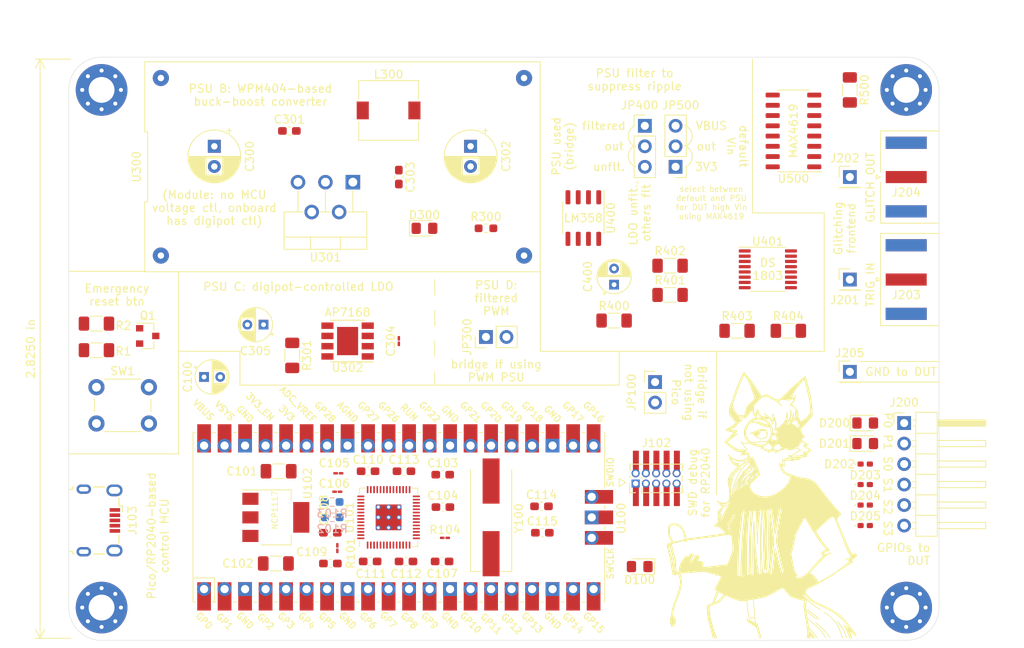
<source format=kicad_pcb>
(kicad_pcb (version 20171130) (host pcbnew 5.1.11)

  (general
    (thickness 1.6)
    (drawings 77)
    (tracks 0)
    (zones 0)
    (modules 76)
    (nets 76)
  )

  (page A4)
  (layers
    (0 F.Cu signal)
    (31 B.Cu signal)
    (32 B.Adhes user)
    (33 F.Adhes user)
    (34 B.Paste user)
    (35 F.Paste user)
    (36 B.SilkS user)
    (37 F.SilkS user)
    (38 B.Mask user)
    (39 F.Mask user)
    (40 Dwgs.User user)
    (41 Cmts.User user)
    (42 Eco1.User user)
    (43 Eco2.User user)
    (44 Edge.Cuts user)
    (45 Margin user)
    (46 B.CrtYd user)
    (47 F.CrtYd user)
    (48 B.Fab user)
    (49 F.Fab user)
  )

  (setup
    (last_trace_width 0.25)
    (trace_clearance 0.2)
    (zone_clearance 0.508)
    (zone_45_only no)
    (trace_min 0.2)
    (via_size 0.8)
    (via_drill 0.4)
    (via_min_size 0.4)
    (via_min_drill 0.3)
    (uvia_size 0.3)
    (uvia_drill 0.1)
    (uvias_allowed no)
    (uvia_min_size 0.2)
    (uvia_min_drill 0.1)
    (edge_width 0.05)
    (segment_width 0.2)
    (pcb_text_width 0.3)
    (pcb_text_size 1.5 1.5)
    (mod_edge_width 0.12)
    (mod_text_size 1 1)
    (mod_text_width 0.15)
    (pad_size 1 1)
    (pad_drill 0.65)
    (pad_to_mask_clearance 0)
    (aux_axis_origin 0 0)
    (visible_elements FFFFFF7F)
    (pcbplotparams
      (layerselection 0x010fc_ffffffff)
      (usegerberextensions false)
      (usegerberattributes true)
      (usegerberadvancedattributes true)
      (creategerberjobfile true)
      (excludeedgelayer true)
      (linewidth 0.100000)
      (plotframeref false)
      (viasonmask false)
      (mode 1)
      (useauxorigin false)
      (hpglpennumber 1)
      (hpglpenspeed 20)
      (hpglpendiameter 15.000000)
      (psnegative false)
      (psa4output false)
      (plotreference true)
      (plotvalue true)
      (plotinvisibletext false)
      (padsonsilk false)
      (subtractmaskfromsilk false)
      (outputformat 1)
      (mirror false)
      (drillshape 1)
      (scaleselection 1)
      (outputdirectory ""))
  )

  (net 0 "")
  (net 1 GND)
  (net 2 VBUS)
  (net 3 +3V3)
  (net 4 +1V1)
  (net 5 +3.3VADC)
  (net 6 "Net-(C114-Pad1)")
  (net 7 "Net-(C115-Pad1)")
  (net 8 EMERG)
  (net 9 "Net-(D100-Pad1)")
  (net 10 UART_RX)
  (net 11 UART_TX)
  (net 12 /controller/SWDIO)
  (net 13 /controller/SWCLK)
  (net 14 "Net-(J102-Pad6)")
  (net 15 "Net-(J102-Pad7)")
  (net 16 "Net-(J102-Pad8)")
  (net 17 "Net-(J103-Pad4)")
  (net 18 /controller/USB_DP)
  (net 19 /controller/USB_DM)
  (net 20 "Net-(R101-Pad1)")
  (net 21 "Net-(R102-Pad2)")
  (net 22 "Net-(R103-Pad2)")
  (net 23 "Net-(R104-Pad1)")
  (net 24 GPIO_P0D)
  (net 25 GPIO_P0W)
  (net 26 GPIO_P1D)
  (net 27 GPIO_P1W)
  (net 28 TRIG_IN)
  (net 29 GLITCH_OUT)
  (net 30 P22PWM)
  (net 31 ADC0)
  (net 32 ADC1)
  (net 33 "Net-(U100-Pad34)")
  (net 34 "Net-(U100-Pad39)")
  (net 35 GPIO_S3W)
  (net 36 GPIO_S3D)
  (net 37 GPIO_S2W)
  (net 38 GPIO_S2D)
  (net 39 GPIO_S1W)
  (net 40 GPIO_S1D)
  (net 41 GPIO_S0W)
  (net 42 GPIO_S0D)
  (net 43 DPOT_DAT)
  (net 44 DPOT_CLK)
  (net 45 "Net-(U100-Pad7)")
  (net 46 MAX_SW_B)
  (net 47 MAX_SW_A)
  (net 48 MAX_EN)
  (net 49 "Net-(U101-Pad7)")
  (net 50 "Net-(U101-Pad35)")
  (net 51 "Net-(U101-Pad36)")
  (net 52 "Net-(U101-Pad37)")
  (net 53 "Net-(U101-Pad40)")
  (net 54 "Net-(U101-Pad41)")
  (net 55 "Net-(U101-Pad51)")
  (net 56 "Net-(U101-Pad52)")
  (net 57 "Net-(U101-Pad53)")
  (net 58 "Net-(U101-Pad54)")
  (net 59 "Net-(U101-Pad55)")
  (net 60 DPOT_HI)
  (net 61 "Net-(C400-Pad1)")
  (net 62 "Net-(D300-Pad1)")
  (net 63 Vdcflt)
  (net 64 "Net-(JP400-Pad1)")
  (net 65 "Net-(R301-Pad1)")
  (net 66 Vdclo)
  (net 67 GLITCH_SIG)
  (net 68 DPOT_W)
  (net 69 "Net-(U302-Pad6)")
  (net 70 "Net-(U302-Pad3)")
  (net 71 /glitchout/Vglitch_lo)
  (net 72 /glitchout/Vglitch_hi)
  (net 73 DPOT_LO)
  (net 74 "Net-(JP500-Pad2)")
  (net 75 ~EMERG~)

  (net_class Default "This is the default net class."
    (clearance 0.2)
    (trace_width 0.25)
    (via_dia 0.8)
    (via_drill 0.4)
    (uvia_dia 0.3)
    (uvia_drill 0.1)
    (add_net +1V1)
    (add_net +3.3VADC)
    (add_net +3V3)
    (add_net /controller/SWCLK)
    (add_net /controller/SWDIO)
    (add_net /controller/USB_DM)
    (add_net /controller/USB_DP)
    (add_net /glitchout/Vglitch_hi)
    (add_net /glitchout/Vglitch_lo)
    (add_net ADC0)
    (add_net ADC1)
    (add_net DPOT_CLK)
    (add_net DPOT_DAT)
    (add_net DPOT_HI)
    (add_net DPOT_LO)
    (add_net DPOT_W)
    (add_net EMERG)
    (add_net GLITCH_OUT)
    (add_net GLITCH_SIG)
    (add_net GND)
    (add_net GPIO_P0D)
    (add_net GPIO_P0W)
    (add_net GPIO_P1D)
    (add_net GPIO_P1W)
    (add_net GPIO_S0D)
    (add_net GPIO_S0W)
    (add_net GPIO_S1D)
    (add_net GPIO_S1W)
    (add_net GPIO_S2D)
    (add_net GPIO_S2W)
    (add_net GPIO_S3D)
    (add_net GPIO_S3W)
    (add_net MAX_EN)
    (add_net MAX_SW_A)
    (add_net MAX_SW_B)
    (add_net "Net-(C114-Pad1)")
    (add_net "Net-(C115-Pad1)")
    (add_net "Net-(C400-Pad1)")
    (add_net "Net-(D100-Pad1)")
    (add_net "Net-(D300-Pad1)")
    (add_net "Net-(J102-Pad6)")
    (add_net "Net-(J102-Pad7)")
    (add_net "Net-(J102-Pad8)")
    (add_net "Net-(J103-Pad4)")
    (add_net "Net-(JP400-Pad1)")
    (add_net "Net-(JP500-Pad2)")
    (add_net "Net-(R101-Pad1)")
    (add_net "Net-(R102-Pad2)")
    (add_net "Net-(R103-Pad2)")
    (add_net "Net-(R104-Pad1)")
    (add_net "Net-(R301-Pad1)")
    (add_net "Net-(U100-Pad34)")
    (add_net "Net-(U100-Pad39)")
    (add_net "Net-(U100-Pad7)")
    (add_net "Net-(U101-Pad35)")
    (add_net "Net-(U101-Pad36)")
    (add_net "Net-(U101-Pad37)")
    (add_net "Net-(U101-Pad40)")
    (add_net "Net-(U101-Pad41)")
    (add_net "Net-(U101-Pad51)")
    (add_net "Net-(U101-Pad52)")
    (add_net "Net-(U101-Pad53)")
    (add_net "Net-(U101-Pad54)")
    (add_net "Net-(U101-Pad55)")
    (add_net "Net-(U101-Pad7)")
    (add_net "Net-(U302-Pad3)")
    (add_net "Net-(U302-Pad6)")
    (add_net P22PWM)
    (add_net TRIG_IN)
    (add_net UART_RX)
    (add_net UART_TX)
    (add_net VBUS)
    (add_net Vdcflt)
    (add_net Vdclo)
    (add_net ~EMERG~)
  )

  (module graphics:xenia (layer F.Cu) (tedit 61BE216C) (tstamp 61CB4A93)
    (at 233.68 134.747)
    (fp_text reference REF** (at 0 0.5) (layer F.SilkS) hide
      (effects (font (size 1 1) (thickness 0.15)))
    )
    (fp_text value xenia (at 0 -0.5) (layer F.Fab)
      (effects (font (size 1 1) (thickness 0.15)))
    )
    (fp_curve (pts (xy -8.1026 13.335) (xy -8.114513 13.171814) (xy -8.119207 13.008088) (xy -8.125505 12.844487)) (layer F.SilkS) (width 0.1))
    (fp_curve (pts (xy -8.052151 13.825507) (xy -8.071394 13.662187) (xy -8.090637 13.498866) (xy -8.1026 13.335)) (layer F.SilkS) (width 0.1))
    (fp_curve (pts (xy 4.710705 -6.917978) (xy 4.66694 -6.965016) (xy 4.623176 -7.012053) (xy 4.57281 -7.050114)) (layer F.SilkS) (width 0.1))
    (fp_curve (pts (xy -7.852408 14.567743) (xy -7.91853 14.320207) (xy -7.98534 14.072857) (xy -8.052151 13.825507)) (layer F.SilkS) (width 0.1))
    (fp_curve (pts (xy -7.640858 15.372907) (xy -7.709983 15.104159) (xy -7.780792 14.835842) (xy -7.852408 14.567743)) (layer F.SilkS) (width 0.1))
    (fp_curve (pts (xy -7.404278 16.31157) (xy -7.482379 15.998488) (xy -7.56048 15.685407) (xy -7.640858 15.372907)) (layer F.SilkS) (width 0.1))
    (fp_curve (pts (xy 6.973007 12.7123) (xy 6.754961 12.597484) (xy 6.530424 12.494677) (xy 6.304223 12.395904)) (layer F.SilkS) (width 0.1))
    (fp_curve (pts (xy -1.192727 8.190735) (xy -1.231089 8.134363) (xy -1.259503 8.070824) (xy -1.27879 8.005238)) (layer F.SilkS) (width 0.1))
    (fp_curve (pts (xy -1.27879 8.005238) (xy -1.29902 7.936448) (xy -1.309211 7.865406) (xy -1.317704 7.794323)) (layer F.SilkS) (width 0.1))
    (fp_curve (pts (xy -2.563511 -9.065533) (xy -2.584123 -9.067) (xy -2.604707 -9.0692) (xy -2.625054 -9.072692)) (layer F.SilkS) (width 0.1))
    (fp_curve (pts (xy -2.625054 -9.072692) (xy -2.645717 -9.076238) (xy -2.666133 -9.081115) (xy -2.68655 -9.085993)) (layer F.SilkS) (width 0.1))
    (fp_curve (pts (xy 9.423071 15.186144) (xy 9.317289 15.119618) (xy 9.211115 15.053708) (xy 9.104205 14.989017)) (layer F.SilkS) (width 0.1))
    (fp_curve (pts (xy 1.983321 -10.749351) (xy 1.888017 -10.596757) (xy 1.77165 -10.461397) (xy 1.655283 -10.326037)) (layer F.SilkS) (width 0.1))
    (fp_curve (pts (xy -4.665637 -2.511839) (xy -4.628528 -2.634663) (xy -4.587439 -2.755781) (xy -4.539473 -2.87444)) (layer F.SilkS) (width 0.1))
    (fp_curve (pts (xy -3.271644 -8.50131) (xy -3.303806 -8.564966) (xy -3.332765 -8.630162) (xy -3.356065 -8.697639)) (layer F.SilkS) (width 0.1))
    (fp_curve (pts (xy -3.356065 -8.697639) (xy -3.375629 -8.754294) (xy -3.391204 -8.812557) (xy -3.399459 -8.871748)) (layer F.SilkS) (width 0.1))
    (fp_curve (pts (xy -11.739139 10.722591) (xy -11.798745 10.902855) (xy -11.858351 11.08312) (xy -11.922271 11.26177)) (layer F.SilkS) (width 0.1))
    (fp_curve (pts (xy -0.984625 7.90058) (xy -0.9682 7.936931) (xy -0.943427 7.975011) (xy -0.909759 7.977945)) (layer F.SilkS) (width 0.1))
    (fp_curve (pts (xy -0.909759 7.977945) (xy -0.888898 7.979763) (xy -0.864623 7.968089) (xy -0.848452 7.951662)) (layer F.SilkS) (width 0.1))
    (fp_curve (pts (xy -12.455535 5.366851) (xy -12.506153 5.134025) (xy -12.559153 4.90183) (xy -12.612153 4.669636)) (layer F.SilkS) (width 0.1))
    (fp_curve (pts (xy -0.848452 7.951662) (xy -0.828819 7.931718) (xy -0.82113 7.904768) (xy -0.81431 7.878229)) (layer F.SilkS) (width 0.1))
    (fp_curve (pts (xy -0.81431 7.878229) (xy -0.806793 7.848977) (xy -0.800331 7.820225) (xy -0.794105 7.791284)) (layer F.SilkS) (width 0.1))
    (fp_line (start 4.587334 8.28802) (end 4.484224 8.388366) (layer F.SilkS) (width 0.1))
    (fp_curve (pts (xy 4.484224 8.388366) (xy 4.519879 8.388452) (xy 4.555534 8.388538) (xy 4.590955 8.391831)) (layer F.SilkS) (width 0.1))
    (fp_curve (pts (xy 4.590955 8.391831) (xy 4.622902 8.394802) (xy 4.654658 8.400382) (xy 4.685971 8.407579)) (layer F.SilkS) (width 0.1))
    (fp_curve (pts (xy -12.028552 7.748287) (xy -12.050449 7.576627) (xy -12.072602 7.404873) (xy -12.084701 7.232436)) (layer F.SilkS) (width 0.1))
    (fp_curve (pts (xy -3.223955 -4.45719) (xy -3.298888 -4.38926) (xy -3.369634 -4.316631) (xy -3.436026 -4.240374)) (layer F.SilkS) (width 0.1))
    (fp_curve (pts (xy -5.089885 -2.97348) (xy -5.043979 -3.10738) (xy -4.994438 -3.239831) (xy -4.944897 -3.372282)) (layer F.SilkS) (width 0.1))
    (fp_curve (pts (xy -2.58327 -5.465909) (xy -2.686808 -5.303098) (xy -2.790347 -5.140286) (xy -2.905993 -4.985681)) (layer F.SilkS) (width 0.1))
    (fp_curve (pts (xy 1.257418 -7.098174) (xy 1.235485 -7.119853) (xy 1.207505 -7.135931) (xy 1.178842 -7.149103)) (layer F.SilkS) (width 0.1))
    (fp_curve (pts (xy 3.466878 -9.100981) (xy 3.450396 -9.14283) (xy 3.433914 -9.184678) (xy 3.417295 -9.22653)) (layer F.SilkS) (width 0.1))
    (fp_curve (pts (xy -5.240091 -8.605572) (xy -5.314606 -8.51275) (xy -5.394411 -8.424005) (xy -5.478796 -8.340176)) (layer F.SilkS) (width 0.1))
    (fp_curve (pts (xy 2.517354 7.500365) (xy 2.461256 7.232982) (xy 2.414827 6.963548) (xy 2.368508 6.694176)) (layer F.SilkS) (width 0.1))
    (fp_curve (pts (xy 2.368508 6.694176) (xy 2.322293 6.425408) (xy 2.276189 6.156701) (xy 2.230085 5.887995)) (layer F.SilkS) (width 0.1))
    (fp_curve (pts (xy -6.338858 1.598871) (xy -6.409969 1.750852) (xy -6.481902 1.902579) (xy -6.562171 2.049737)) (layer F.SilkS) (width 0.1))
    (fp_curve (pts (xy -6.562171 2.049737) (xy -6.635174 2.183574) (xy -6.715072 2.313631) (xy -6.79497 2.443688)) (layer F.SilkS) (width 0.1))
    (fp_curve (pts (xy -12.104932 14.132787) (xy -12.107017 14.064547) (xy -12.114236 13.996487) (xy -12.121455 13.928426)) (layer F.SilkS) (width 0.1))
    (fp_curve (pts (xy -2.732042 -5.000964) (xy -2.786674 -4.9327) (xy -2.841827 -4.864887) (xy -2.89698 -4.797074)) (layer F.SilkS) (width 0.1))
    (fp_curve (pts (xy -4.151206 -4.147869) (xy -4.220387 -4.040621) (xy -4.286387 -3.93139) (xy -4.347221 -3.81927)) (layer F.SilkS) (width 0.1))
    (fp_curve (pts (xy -4.347221 -3.81927) (xy -4.400147 -3.721724) (xy -4.449163 -3.621992) (xy -4.493849 -3.520417)) (layer F.SilkS) (width 0.1))
    (fp_curve (pts (xy 2.138757 -10.611688) (xy 2.143988 -10.544805) (xy 2.142556 -10.477333) (xy 2.138521 -10.410193)) (layer F.SilkS) (width 0.1))
    (fp_curve (pts (xy 0.379056 -8.926275) (xy 0.352141 -8.948227) (xy 0.32362 -8.968607) (xy 0.292215 -8.983094)) (layer F.SilkS) (width 0.1))
    (fp_line (start -1.975132 15.030877) (end -3.120209 14.292586) (layer F.SilkS) (width 0.1))
    (fp_line (start -3.195469 14.016336) (end -3.195575 14.016357) (layer F.SilkS) (width 0.1))
    (fp_curve (pts (xy 3.585933 -8.535108) (xy 3.577352 -8.594988) (xy 3.568771 -8.654868) (xy 3.557334 -8.714201)) (layer F.SilkS) (width 0.1))
    (fp_curve (pts (xy -12.472439 4.235465) (xy -12.489561 4.207333) (xy -12.51109 4.181878) (xy -12.53262 4.156423)) (layer F.SilkS) (width 0.1))
    (fp_curve (pts (xy -1.521852 -13.397638) (xy -1.46583 -13.430338) (xy -1.409809 -13.463038) (xy -1.352245 -13.493429)) (layer F.SilkS) (width 0.1))
    (fp_curve (pts (xy -1.352245 -13.493429) (xy -1.292719 -13.524856) (xy -1.231544 -13.553814) (xy -1.167859 -13.57451)) (layer F.SilkS) (width 0.1))
    (fp_curve (pts (xy -3.263503 -9.687356) (xy -3.225804 -9.765506) (xy -3.185603 -9.842153) (xy -3.142447 -9.917295)) (layer F.SilkS) (width 0.1))
    (fp_curve (pts (xy -3.142447 -9.917295) (xy -3.098122 -9.994472) (xy -3.05068 -10.07006) (xy -2.997847 -10.141626)) (layer F.SilkS) (width 0.1))
    (fp_curve (pts (xy -2.44054 -11.603943) (xy -2.408843 -11.487045) (xy -2.37955 -11.366876) (xy -2.317521 -11.267502)) (layer F.SilkS) (width 0.1))
    (fp_line (start 4.463814 8.29865) (end 4.587334 8.28802) (layer F.SilkS) (width 0.1))
    (fp_curve (pts (xy -3.553569 -9.03949) (xy -3.547928 -8.948078) (xy -3.535036 -8.85733) (xy -3.515614 -8.76779)) (layer F.SilkS) (width 0.1))
    (fp_curve (pts (xy -11.425849 8.288694) (xy -11.373313 8.272223) (xy -11.319021 8.260493) (xy -11.264334 8.255159)) (layer F.SilkS) (width 0.1))
    (fp_curve (pts (xy -9.236494 6.866098) (xy -9.213326 6.861283) (xy -9.190159 6.856469) (xy -9.166982 6.851673)) (layer F.SilkS) (width 0.1))
    (fp_curve (pts (xy -0.892652 -9.438741) (xy -0.903851 -9.447632) (xy -0.917236 -9.453772) (xy -0.930849 -9.45889)) (layer F.SilkS) (width 0.1))
    (fp_curve (pts (xy -0.930849 -9.45889) (xy -0.969979 -9.473603) (xy -1.010997 -9.479879) (xy -1.052001 -9.485937)) (layer F.SilkS) (width 0.1))
    (fp_curve (pts (xy -5.832268 7.801168) (xy -5.912392 7.958061) (xy -5.996564 8.112901) (xy -6.082163 8.266911)) (layer F.SilkS) (width 0.1))
    (fp_curve (pts (xy -6.082163 8.266911) (xy -6.16315 8.412624) (xy -6.245414 8.557595) (xy -6.327679 8.702566)) (layer F.SilkS) (width 0.1))
    (fp_curve (pts (xy -0.233078 -9.367947) (xy -0.219769 -9.280453) (xy -0.206512 -9.192858) (xy -0.201716 -9.104482)) (layer F.SilkS) (width 0.1))
    (fp_curve (pts (xy -5.867594 -0.098942) (xy -5.897414 -0.08031) (xy -5.92999 -0.065749) (xy -5.963493 -0.054745)) (layer F.SilkS) (width 0.1))
    (fp_line (start -0.353559 -8.180812) (end -0.5517 -7.920549) (layer F.SilkS) (width 0.1))
    (fp_curve (pts (xy -0.5517 -7.920549) (xy -0.505245 -7.846032) (xy -0.45879 -7.771515) (xy -0.404246 -7.702613)) (layer F.SilkS) (width 0.1))
    (fp_curve (pts (xy -12.152085 13.869474) (xy -12.162997 13.849472) (xy -12.174567 13.829745) (xy -12.189045 13.812127)) (layer F.SilkS) (width 0.1))
    (fp_curve (pts (xy -0.362041 -10.108697) (xy -0.405583 -10.176008) (xy -0.451578 -10.241993) (xy -0.502697 -10.303683)) (layer F.SilkS) (width 0.1))
    (fp_curve (pts (xy 0.521422 -9.266275) (xy 0.500603 -9.19898) (xy 0.487826 -9.129561) (xy 0.478768 -9.059815)) (layer F.SilkS) (width 0.1))
    (fp_curve (pts (xy 9.741931 15.388425) (xy 9.635777 15.32079) (xy 9.529623 15.253155) (xy 9.423071 15.186144)) (layer F.SilkS) (width 0.1))
    (fp_curve (pts (xy -8.761781 7.521953) (xy -8.777734 7.53784) (xy -8.796235 7.551406) (xy -8.81597 7.56237)) (layer F.SilkS) (width 0.1))
    (fp_curve (pts (xy 5.234122 9.134162) (xy 5.266371 9.151581) (xy 5.29862 9.169001) (xy 5.330939 9.186288)) (layer F.SilkS) (width 0.1))
    (fp_curve (pts (xy 5.330939 9.186288) (xy 5.370351 9.207369) (xy 5.409868 9.228253) (xy 5.449385 9.249138)) (layer F.SilkS) (width 0.1))
    (fp_curve (pts (xy -0.026064 -8.184363) (xy -0.134944 -8.191972) (xy -0.244251 -8.186392) (xy -0.353559 -8.180812)) (layer F.SilkS) (width 0.1))
    (fp_curve (pts (xy 3.128664 -9.651453) (xy 3.069994 -9.70806) (xy 3.008378 -9.761219) (xy 2.946123 -9.813711)) (layer F.SilkS) (width 0.1))
    (fp_curve (pts (xy 3.513618 -8.906225) (xy 3.497845 -8.971123) (xy 3.482362 -9.036052) (xy 3.466878 -9.100981)) (layer F.SilkS) (width 0.1))
    (fp_curve (pts (xy 3.245625 9.045338) (xy 3.384559 8.962113) (xy 3.523492 8.878888) (xy 3.659111 8.790245)) (layer F.SilkS) (width 0.1))
    (fp_curve (pts (xy -10.535889 7.700315) (xy -10.534023 7.709536) (xy -10.530334 7.718609) (xy -10.524479 7.725922)) (layer F.SilkS) (width 0.1))
    (fp_curve (pts (xy -12.982993 5.454448) (xy -12.936755 5.657674) (xy -12.887795 5.860295) (xy -12.836101 6.062201)) (layer F.SilkS) (width 0.1))
    (fp_curve (pts (xy 1.499972 10.396646) (xy 1.400743 10.259371) (xy 1.309929 10.116085) (xy 1.219116 9.972799)) (layer F.SilkS) (width 0.1))
    (fp_curve (pts (xy -3.852833 -3.353728) (xy -3.745241 -3.53613) (xy -3.610343 -3.703141) (xy -3.461111 -3.853945)) (layer F.SilkS) (width 0.1))
    (fp_curve (pts (xy -3.461111 -3.853945) (xy -3.330049 -3.986386) (xy -3.187931 -4.106327) (xy -3.046342 -4.227192)) (layer F.SilkS) (width 0.1))
    (fp_curve (pts (xy -8.41833 8.102677) (xy -8.53284 8.093229) (xy -8.64735 8.083782) (xy -8.761484 8.089228)) (layer F.SilkS) (width 0.1))
    (fp_curve (pts (xy 9.681878 15.569251) (xy 9.766606 15.636988) (xy 9.844774 15.713054) (xy 9.920998 15.790679)) (layer F.SilkS) (width 0.1))
    (fp_curve (pts (xy 6.937289 12.831632) (xy 7.039476 12.890073) (xy 7.140147 12.950983) (xy 7.240817 13.011893)) (layer F.SilkS) (width 0.1))
    (fp_line (start -7.002722 16.306531) (end -7.404278 16.31157) (layer F.SilkS) (width 0.1))
    (fp_line (start -2.954021 13.8895) (end -2.265074 13.818492) (layer F.SilkS) (width 0.1))
    (fp_curve (pts (xy 4.37153 14.788509) (xy 4.440836 15.163822) (xy 4.511353 15.538842) (xy 4.58187 15.913862)) (layer F.SilkS) (width 0.1))
    (fp_line (start -0.529952 -10.830745) (end -0.519322 -10.91047) (layer F.SilkS) (width 0.1))
    (fp_curve (pts (xy 0.241461 -9.353165) (xy 0.321142 -9.389197) (xy 0.400822 -9.425228) (xy 0.475758 -9.469607)) (layer F.SilkS) (width 0.1))
    (fp_curve (pts (xy 0.475758 -9.469607) (xy 0.540427 -9.507906) (xy 0.601562 -9.552421) (xy 0.660671 -9.599174)) (layer F.SilkS) (width 0.1))
    (fp_curve (pts (xy -2.278203 -8.746487) (xy -2.23942 -8.704477) (xy -2.19908 -8.663197) (xy -2.151202 -8.633682)) (layer F.SilkS) (width 0.1))
    (fp_curve (pts (xy -2.151202 -8.633682) (xy -2.122268 -8.615846) (xy -2.090582 -8.602307) (xy -2.058896 -8.588768)) (layer F.SilkS) (width 0.1))
    (fp_curve (pts (xy -10.53766 7.66989) (xy -10.537788 7.68009) (xy -10.537917 7.690291) (xy -10.535889 7.700315)) (layer F.SilkS) (width 0.1))
    (fp_curve (pts (xy -0.139389 -10.389238) (xy -0.102544 -10.315312) (xy -0.065116 -10.242098) (xy -0.027688 -10.168884)) (layer F.SilkS) (width 0.1))
    (fp_curve (pts (xy -0.027688 -10.168884) (xy -0.006537 -10.235287) (xy 0.014614 -10.301689) (xy 0.030792 -10.36936)) (layer F.SilkS) (width 0.1))
    (fp_curve (pts (xy 0.07406 -10.681696) (xy 0.079787 -10.786323) (xy 0.078242 -10.890969) (xy 0.076698 -10.995616)) (layer F.SilkS) (width 0.1))
    (fp_line (start 3.981279 10.706561) (end 3.921327 10.860227) (layer F.SilkS) (width 0.1))
    (fp_line (start -1.058579 -11.47949) (end -0.715232 -10.946633) (layer F.SilkS) (width 0.1))
    (fp_curve (pts (xy -0.715232 -10.946633) (xy -0.934545 -10.967242) (xy -1.153859 -10.98785) (xy -1.344 -11.086689)) (layer F.SilkS) (width 0.1))
    (fp_curve (pts (xy -2.464789 -8.932539) (xy -2.394779 -8.878571) (xy -2.338364 -8.811652) (xy -2.278203 -8.746487)) (layer F.SilkS) (width 0.1))
    (fp_curve (pts (xy -5.922871 11.018039) (xy -6.006602 11.126338) (xy -6.090332 11.234638) (xy -6.176575 11.340971)) (layer F.SilkS) (width 0.1))
    (fp_curve (pts (xy 0.291316 5.258619) (xy 0.244819 5.604082) (xy 0.198323 5.949545) (xy 0.153007 6.29517)) (layer F.SilkS) (width 0.1))
    (fp_curve (pts (xy 0.153007 6.29517) (xy 0.107576 6.641678) (xy 0.06333 6.988349) (xy 0.021918 7.335354)) (layer F.SilkS) (width 0.1))
    (fp_curve (pts (xy -0.719524 -1.1434) (xy -0.856869 -1.127026) (xy -0.995779 -1.121844) (xy -1.133553 -1.132)) (layer F.SilkS) (width 0.1))
    (fp_curve (pts (xy -1.133553 -1.132) (xy -1.283872 -1.14308) (xy -1.43284 -1.172418) (xy -1.577991 -1.213775)) (layer F.SilkS) (width 0.1))
    (fp_curve (pts (xy -0.224388 -7.523516) (xy -0.156918 -7.471842) (xy -0.082407 -7.430118) (xy -0.007897 -7.388394)) (layer F.SilkS) (width 0.1))
    (fp_curve (pts (xy 2.063353 -10.186343) (xy 2.004958 -10.188126) (xy 1.946468 -10.182879) (xy 1.888071 -10.17902)) (layer F.SilkS) (width 0.1))
    (fp_curve (pts (xy -10.567828 6.379289) (xy -10.660711 6.519654) (xy -10.753595 6.66002) (xy -10.825689 6.810585)) (layer F.SilkS) (width 0.1))
    (fp_curve (pts (xy -8.293815 3.881789) (xy -8.458077 3.9026) (xy -8.622574 3.921593) (xy -8.78681 3.942592)) (layer F.SilkS) (width 0.1))
    (fp_curve (pts (xy -8.78681 3.942592) (xy -8.957322 3.964394) (xy -9.127554 3.988359) (xy -9.297786 4.012324)) (layer F.SilkS) (width 0.1))
    (fp_curve (pts (xy -5.429187 -2.972954) (xy -5.434038 -3.060648) (xy -5.429235 -3.149144) (xy -5.416408 -3.236288)) (layer F.SilkS) (width 0.1))
    (fp_curve (pts (xy -5.34977 -3.508792) (xy -5.318988 -3.59892) (xy -5.280423 -3.686346) (xy -5.235241 -3.77023)) (layer F.SilkS) (width 0.1))
    (fp_curve (pts (xy -11.053873 7.798398) (xy -11.043519 7.787098) (xy -11.036672 7.773724) (xy -11.029826 7.760351)) (layer F.SilkS) (width 0.1))
    (fp_line (start -1.200487 -7.170056) (end -1.200487 -7.170056) (layer F.SilkS) (width 0.1))
    (fp_curve (pts (xy -3.134473 -10.180574) (xy -3.182283 -10.111849) (xy -3.228719 -10.042201) (xy -3.273429 -9.971422)) (layer F.SilkS) (width 0.1))
    (fp_line (start 3.531508 -8.094774) (end 3.55787 -8.163018) (layer F.SilkS) (width 0.1))
    (fp_line (start 3.55787 -8.163018) (end 3.585933 -8.535108) (layer F.SilkS) (width 0.1))
    (fp_curve (pts (xy -0.084558 -8.938386) (xy -0.085473 -9.013853) (xy -0.086388 -9.089319) (xy -0.087408 -9.164906)) (layer F.SilkS) (width 0.1))
    (fp_curve (pts (xy 9.672349 6.441495) (xy 9.578431 6.489195) (xy 9.479437 6.532527) (xy 9.378188 6.54221)) (layer F.SilkS) (width 0.1))
    (fp_curve (pts (xy -10.421574 7.711166) (xy -10.41155 7.698679) (xy -10.401684 7.686729) (xy -10.391818 7.67478)) (layer F.SilkS) (width 0.1))
    (fp_curve (pts (xy 0.021918 7.335354) (xy -0.019674 7.683858) (xy -0.058409 8.0327) (xy -0.097144 8.381542)) (layer F.SilkS) (width 0.1))
    (fp_curve (pts (xy -0.383216 8.400676) (xy -0.33759 7.952767) (xy -0.291965 7.504859) (xy -0.241909 7.057394)) (layer F.SilkS) (width 0.1))
    (fp_curve (pts (xy -0.832735 4.895081) (xy -0.849789 4.002784) (xy -0.837394 3.108921) (xy -0.803381 2.216436)) (layer F.SilkS) (width 0.1))
    (fp_curve (pts (xy -0.803381 2.216436) (xy -0.780377 1.612848) (xy -0.747485 1.009889) (xy -0.714593 0.406931)) (layer F.SilkS) (width 0.1))
    (fp_curve (pts (xy 9.305957 14.8206) (xy 9.451899 15.009729) (xy 9.596915 15.199077) (xy 9.741931 15.388425)) (layer F.SilkS) (width 0.1))
    (fp_curve (pts (xy -2.141831 -10.888763) (xy -2.222946 -10.86826) (xy -2.302729 -10.843094) (xy -2.381047 -10.813645)) (layer F.SilkS) (width 0.1))
    (fp_curve (pts (xy 5.004197 14.547409) (xy 5.275514 14.789354) (xy 5.547598 15.031899) (xy 5.79103 15.299833)) (layer F.SilkS) (width 0.1))
    (fp_line (start -3.764935 0.613726) (end -3.465554 0.613726) (layer F.SilkS) (width 0.1))
    (fp_line (start -3.465554 0.613726) (end -2.982169 0.583537) (layer F.SilkS) (width 0.1))
    (fp_line (start -2.982169 0.583537) (end -2.699243 0.577159) (layer F.SilkS) (width 0.1))
    (fp_line (start -2.699243 0.577159) (end -2.482265 0.538041) (layer F.SilkS) (width 0.1))
    (fp_line (start -12.503345 4.528492) (end -13.04073 4.7092) (layer F.SilkS) (width 0.1))
    (fp_line (start -13.04073 4.7092) (end -13.11599 4.844838) (layer F.SilkS) (width 0.1))
    (fp_curve (pts (xy -12.364263 8.46858) (xy -12.336205 8.469819) (xy -12.308148 8.471058) (xy -12.280452 8.475019)) (layer F.SilkS) (width 0.1))
    (fp_curve (pts (xy -2.951959 -4.819014) (xy -2.888827 -4.887003) (xy -2.827869 -4.957059) (xy -2.770014 -5.029632)) (layer F.SilkS) (width 0.1))
    (fp_curve (pts (xy 4.484787 13.304204) (xy 4.629822 13.425421) (xy 4.778152 13.543017) (xy 4.933001 13.651055)) (layer F.SilkS) (width 0.1))
    (fp_curve (pts (xy -12.946323 2.866516) (xy -12.952154 2.928945) (xy -12.957561 2.991529) (xy -12.959064 3.054231)) (layer F.SilkS) (width 0.1))
    (fp_curve (pts (xy 1.112491 -4.747425) (xy 1.073201 -4.833776) (xy 1.035618 -4.920672) (xy 0.998035 -5.007568)) (layer F.SilkS) (width 0.1))
    (fp_line (start 0.998035 -5.007568) (end 1.417534 -4.961009) (layer F.SilkS) (width 0.1))
    (fp_curve (pts (xy -2.810753 -7.770465) (xy -2.761478 -7.734973) (xy -2.709378 -7.703424) (xy -2.655533 -7.675275)) (layer F.SilkS) (width 0.1))
    (fp_curve (pts (xy 0.459312 -8.854622) (xy 0.433135 -8.87907) (xy 0.406959 -8.903517) (xy 0.379056 -8.926275)) (layer F.SilkS) (width 0.1))
    (fp_curve (pts (xy -3.419058 -8.469032) (xy -3.392475 -8.410806) (xy -3.361135 -8.354634) (xy -3.324454 -8.302345)) (layer F.SilkS) (width 0.1))
    (fp_curve (pts (xy 0.865842 -9.729422) (xy 0.832641 -9.701703) (xy 0.799289 -9.674151) (xy 0.767345 -9.644981)) (layer F.SilkS) (width 0.1))
    (fp_curve (pts (xy 2.485542 -3.789706) (xy 2.379986 -3.822787) (xy 2.272264 -3.848922) (xy 2.164541 -3.875056)) (layer F.SilkS) (width 0.1))
    (fp_line (start 2.164541 -3.875056) (end 2.231509 -3.690096) (layer F.SilkS) (width 0.1))
    (fp_curve (pts (xy 6.046679 4.637512) (xy 5.85098 4.394044) (xy 5.660017 4.145998) (xy 5.49328 3.882753)) (layer F.SilkS) (width 0.1))
    (fp_curve (pts (xy -5.320187 -2.520021) (xy -5.318251 -2.606163) (xy -5.310776 -2.692156) (xy -5.29899 -2.777549)) (layer F.SilkS) (width 0.1))
    (fp_curve (pts (xy -5.29899 -2.777549) (xy -5.287035 -2.864167) (xy -5.270644 -2.950167) (xy -5.248786 -3.034803)) (layer F.SilkS) (width 0.1))
    (fp_curve (pts (xy -5.152186 -3.322216) (xy -5.111839 -3.419583) (xy -5.064859 -3.514052) (xy -5.014426 -3.606643)) (layer F.SilkS) (width 0.1))
    (fp_curve (pts (xy -12.280452 8.475019) (xy -12.253637 8.478855) (xy -12.227161 8.485242) (xy -12.200893 8.492174)) (layer F.SilkS) (width 0.1))
    (fp_curve (pts (xy -1.816151 -8.800516) (xy -1.790822 -8.824869) (xy -1.765494 -8.849221) (xy -1.743277 -8.876207)) (layer F.SilkS) (width 0.1))
    (fp_curve (pts (xy -1.892812 3.237134) (xy -1.878985 2.776121) (xy -1.847792 2.31535) (xy -1.798167 1.856839)) (layer F.SilkS) (width 0.1))
    (fp_curve (pts (xy -1.798167 1.856839) (xy -1.748459 1.397571) (xy -1.680257 0.940572) (xy -1.612056 0.483573)) (layer F.SilkS) (width 0.1))
    (fp_curve (pts (xy 2.667674 -12.284591) (xy 2.548226 -12.399427) (xy 2.408544 -12.490067) (xy 2.268863 -12.580707)) (layer F.SilkS) (width 0.1))
    (fp_curve (pts (xy -7.464571 12.082774) (xy -7.402933 11.909639) (xy -7.341295 11.736503) (xy -7.278459 11.563801)) (layer F.SilkS) (width 0.1))
    (fp_curve (pts (xy -10.541287 6.450269) (xy -10.440421 6.277896) (xy -10.333333 6.110083) (xy -10.226246 5.942271)) (layer F.SilkS) (width 0.1))
    (fp_line (start -10.835617 4.409819) (end -10.692538 4.354544) (layer F.SilkS) (width 0.1))
    (fp_line (start -10.692538 4.354544) (end -10.667452 4.294378) (layer F.SilkS) (width 0.1))
    (fp_line (start -10.667452 4.294378) (end -10.705294 4.290126) (layer F.SilkS) (width 0.1))
    (fp_curve (pts (xy -2.064806 -10.323103) (xy -1.927151 -10.266737) (xy -1.789496 -10.21037) (xy -1.651851 -10.154145)) (layer F.SilkS) (width 0.1))
    (fp_curve (pts (xy -1.651851 -10.154145) (xy -1.523507 -10.10172) (xy -1.395171 -10.049418) (xy -1.266057 -9.998435)) (layer F.SilkS) (width 0.1))
    (fp_curve (pts (xy -10.924586 3.824061) (xy -10.90625 3.933223) (xy -10.88826 4.042368) (xy -10.87027 4.151512)) (layer F.SilkS) (width 0.1))
    (fp_curve (pts (xy -12.110825 14.518557) (xy -12.109934 14.454401) (xy -12.109044 14.390245) (xy -12.107307 14.326045)) (layer F.SilkS) (width 0.1))
    (fp_curve (pts (xy -5.537552 -3.222551) (xy -5.556202 -3.077886) (xy -5.550574 -2.930981) (xy -5.531753 -2.786684)) (layer F.SilkS) (width 0.1))
    (fp_curve (pts (xy 9.316998 15.751196) (xy 9.394111 15.933163) (xy 9.447478 16.124875) (xy 9.500845 16.316587)) (layer F.SilkS) (width 0.1))
    (fp_curve (pts (xy 9.731897 16.316587) (xy 9.69961 16.217438) (xy 9.667322 16.118289) (xy 9.635035 16.01914)) (layer F.SilkS) (width 0.1))
    (fp_curve (pts (xy -6.740094 1.007773) (xy -6.739662 0.935733) (xy -6.737487 0.863367) (xy -6.724841 0.792972)) (layer F.SilkS) (width 0.1))
    (fp_curve (pts (xy -4.704626 -4.188251) (xy -4.781494 -4.11035) (xy -4.854999 -4.028677) (xy -4.91862 -3.939941)) (layer F.SilkS) (width 0.1))
    (fp_curve (pts (xy -2.978747 -10.388423) (xy -3.034107 -10.32175) (xy -3.085025 -10.251656) (xy -3.134473 -10.180574)) (layer F.SilkS) (width 0.1))
    (fp_curve (pts (xy 9.545575 6.870816) (xy 8.976761 7.316424) (xy 8.407946 7.762033) (xy 7.812604 8.171473)) (layer F.SilkS) (width 0.1))
    (fp_curve (pts (xy -11.107637 7.813075) (xy -11.099201 7.81653) (xy -11.089615 7.817816) (xy -11.080897 7.815847)) (layer F.SilkS) (width 0.1))
    (fp_line (start -10.859577 4.243461) (end -10.870207 4.151406) (layer F.SilkS) (width 0.1))
    (fp_curve (pts (xy -4.039272 -5.645555) (xy -4.230623 -5.635694) (xy -4.42381 -5.667568) (xy -4.60746 -5.727609)) (layer F.SilkS) (width 0.1))
    (fp_curve (pts (xy -1.588883 -9.348169) (xy -1.541343 -9.362113) (xy -1.493803 -9.376058) (xy -1.445222 -9.384059)) (layer F.SilkS) (width 0.1))
    (fp_line (start -0.462154 0.396301) (end -0.404752 0.396089) (layer F.SilkS) (width 0.1))
    (fp_line (start -0.404752 0.396089) (end -0.142746 0.3659) (layer F.SilkS) (width 0.1))
    (fp_curve (pts (xy 0.268037 3.40661) (xy 0.320529 3.057787) (xy 0.373021 2.708965) (xy 0.427397 2.360358)) (layer F.SilkS) (width 0.1))
    (fp_curve (pts (xy 6.196503 6.01565) (xy 6.150002 5.992629) (xy 6.102448 5.970435) (xy 6.0624 5.938895)) (layer F.SilkS) (width 0.1))
    (fp_curve (pts (xy 6.0624 5.938895) (xy 6.023043 5.907899) (xy 5.990935 5.867875) (xy 5.958827 5.827851)) (layer F.SilkS) (width 0.1))
    (fp_curve (pts (xy -10.386503 7.393392) (xy -10.430059 7.488512) (xy -10.483859 7.579201) (xy -10.53766 7.66989)) (layer F.SilkS) (width 0.1))
    (fp_curve (pts (xy -2.886244 -3.523779) (xy -2.971691 -3.41204) (xy -3.058232 -3.301417) (xy -3.144199 -3.18905)) (layer F.SilkS) (width 0.1))
    (fp_curve (pts (xy -3.144199 -3.18905) (xy -3.229697 -3.077297) (xy -3.314627 -2.963818) (xy -3.377507 -2.839468)) (layer F.SilkS) (width 0.1))
    (fp_curve (pts (xy 2.79768 -10.985219) (xy 2.775263 -10.931113) (xy 2.744588 -10.880081) (xy 2.705952 -10.836325)) (layer F.SilkS) (width 0.1))
    (fp_curve (pts (xy -4.838827 -8.831258) (xy -4.780632 -8.915424) (xy -4.72238 -8.999599) (xy -4.660773 -9.081222)) (layer F.SilkS) (width 0.1))
    (fp_curve (pts (xy -4.660773 -9.081222) (xy -4.593328 -9.170578) (xy -4.521861 -9.256876) (xy -4.450395 -9.343173)) (layer F.SilkS) (width 0.1))
    (fp_curve (pts (xy -4.784312 -9.33137) (xy -4.894921 -9.328524) (xy -5.006326 -9.327227) (xy -5.114463 -9.344842)) (layer F.SilkS) (width 0.1))
    (fp_curve (pts (xy 4.248133 16.325112) (xy 4.203217 16.321684) (xy 4.246939 16.214686) (xy 4.273511 16.125812)) (layer F.SilkS) (width 0.1))
    (fp_curve (pts (xy 7.106964 13.716987) (xy 7.381827 13.955519) (xy 7.634302 14.225052) (xy 7.837129 14.523543)) (layer F.SilkS) (width 0.1))
    (fp_curve (pts (xy 4.43722 -14.431471) (xy 4.351618 -14.764706) (xy 4.273481 -15.099666) (xy 4.175719 -15.429019)) (layer F.SilkS) (width 0.1))
    (fp_curve (pts (xy -5.226329 -1.241976) (xy -5.216268 -1.340616) (xy -5.215719 -1.440299) (xy -5.221573 -1.539365)) (layer F.SilkS) (width 0.1))
    (fp_curve (pts (xy -5.221573 -1.539365) (xy -5.226361 -1.620386) (xy -5.235433 -1.700994) (xy -5.245951 -1.781393)) (layer F.SilkS) (width 0.1))
    (fp_curve (pts (xy -5.28025 -2.023232) (xy -5.291977 -2.103871) (xy -5.303405 -2.184575) (xy -5.310864 -2.265728)) (layer F.SilkS) (width 0.1))
    (fp_curve (pts (xy -12.420155 13.732623) (xy -12.426141 13.631031) (xy -12.432127 13.529439) (xy -12.43077 13.427742)) (layer F.SilkS) (width 0.1))
    (fp_curve (pts (xy -5.680831 0.189092) (xy -5.824393 0.502505) (xy -5.971852 0.813914) (xy -6.119311 1.125323)) (layer F.SilkS) (width 0.1))
    (fp_curve (pts (xy -6.119311 1.125323) (xy -6.192198 1.283263) (xy -6.265086 1.441203) (xy -6.338858 1.598871)) (layer F.SilkS) (width 0.1))
    (fp_curve (pts (xy 1.590504 -10.761555) (xy 1.493305 -10.499314) (xy 1.315829 -10.262422) (xy 1.110343 -10.064848)) (layer F.SilkS) (width 0.1))
    (fp_curve (pts (xy 1.110343 -10.064848) (xy 0.878625 -9.842052) (xy 0.61129 -9.669254) (xy 0.343954 -9.496456)) (layer F.SilkS) (width 0.1))
    (fp_curve (pts (xy -0.778259 -6.851203) (xy -0.742559 -6.847563) (xy -0.70654 -6.849722) (xy -0.670522 -6.851881)) (layer F.SilkS) (width 0.1))
    (fp_curve (pts (xy -3.515614 -8.76779) (xy -3.493387 -8.665312) (xy -3.462606 -8.564415) (xy -3.419058 -8.469032)) (layer F.SilkS) (width 0.1))
    (fp_curve (pts (xy -10.276577 8.212441) (xy -10.318851 8.201589) (xy -10.360936 8.189966) (xy -10.402701 8.177307)) (layer F.SilkS) (width 0.1))
    (fp_curve (pts (xy -6.327679 8.702566) (xy -6.416172 8.883296) (xy -6.504666 9.064026) (xy -6.597802 9.242375)) (layer F.SilkS) (width 0.1))
    (fp_curve (pts (xy -6.597802 9.242375) (xy -6.69209 9.42293) (xy -6.791135 9.601045) (xy -6.893748 9.777024)) (layer F.SilkS) (width 0.1))
    (fp_line (start 4.695249 -11.592294) (end 4.867028 -11.229431) (layer F.SilkS) (width 0.1))
    (fp_curve (pts (xy 0.961383 -13.300331) (xy 0.90275 -13.293335) (xy 0.844117 -13.286339) (xy 0.788804 -13.268386)) (layer F.SilkS) (width 0.1))
    (fp_curve (pts (xy -2.477351 4.091773) (xy -2.503879 4.826926) (xy -2.51572 5.562832) (xy -2.504839 6.298246)) (layer F.SilkS) (width 0.1))
    (fp_curve (pts (xy -2.504839 6.298246) (xy -2.493861 7.040188) (xy -2.459755 7.781628) (xy -2.42565 8.523069)) (layer F.SilkS) (width 0.1))
    (fp_curve (pts (xy -0.404246 -7.702613) (xy -0.351633 -7.63615) (xy -0.291493 -7.574911) (xy -0.224388 -7.523516)) (layer F.SilkS) (width 0.1))
    (fp_curve (pts (xy 2.423857 -10.112603) (xy 2.36306 -10.130717) (xy 2.302441 -10.14875) (xy 2.240525 -10.162485)) (layer F.SilkS) (width 0.1))
    (fp_curve (pts (xy 5.109152 8.742847) (xy 5.140215 8.749057) (xy 5.171362 8.754842) (xy 5.202509 8.760626)) (layer F.SilkS) (width 0.1))
    (fp_curve (pts (xy 5.202509 8.760626) (xy 5.179151 8.77414) (xy 5.155794 8.787653) (xy 5.132099 8.800548)) (layer F.SilkS) (width 0.1))
    (fp_curve (pts (xy -1.224852 -10.937895) (xy -1.153812 -10.916016) (xy -1.08141 -10.899755) (xy -1.008664 -10.884745)) (layer F.SilkS) (width 0.1))
    (fp_curve (pts (xy -1.008664 -10.884745) (xy -0.932395 -10.869009) (xy -0.855749 -10.854648) (xy -0.778512 -10.845911)) (layer F.SilkS) (width 0.1))
    (fp_curve (pts (xy -0.519322 -10.91047) (xy -0.428859 -10.820038) (xy -0.338397 -10.729606) (xy -0.268285 -10.624777)) (layer F.SilkS) (width 0.1))
    (fp_curve (pts (xy 3.817346 -8.534763) (xy 3.848613 -8.549706) (xy 3.877157 -8.568408) (xy 3.905701 -8.587109)) (layer F.SilkS) (width 0.1))
    (fp_curve (pts (xy -4.872142 -5.773186) (xy -4.731326 -5.707083) (xy -4.586316 -5.64936) (xy -4.435092 -5.609852)) (layer F.SilkS) (width 0.1))
    (fp_curve (pts (xy 4.273511 16.125812) (xy 4.331302 15.932519) (xy 4.307972 15.824961) (xy 4.304605 15.689957)) (layer F.SilkS) (width 0.1))
    (fp_curve (pts (xy -9.789322 7.795335) (xy -9.78112 7.793446) (xy -9.772333 7.790948) (xy -9.765976 7.785957)) (layer F.SilkS) (width 0.1))
    (fp_line (start -3.195575 14.016357) (end -1.955062 14.629087) (layer F.SilkS) (width 0.1))
    (fp_line (start -1.955062 14.629087) (end -1.482966 16.326622) (layer F.SilkS) (width 0.1))
    (fp_line (start -12.555538 14.874192) (end -12.244166 14.849105) (layer F.SilkS) (width 0.1))
    (fp_curve (pts (xy 1.537369 -10.146682) (xy 1.477947 -10.133659) (xy 1.420106 -10.113038) (xy 1.364392 -10.088075)) (layer F.SilkS) (width 0.1))
    (fp_line (start -2.265074 13.818492) (end -2.151546 14.500359) (layer F.SilkS) (width 0.1))
    (fp_line (start -2.265074 13.81847) (end -2.435578 11.510119) (layer F.SilkS) (width 0.1))
    (fp_curve (pts (xy -9.013027 8.110882) (xy -9.13923 8.119297) (xy -9.265939 8.113113) (xy -9.392648 8.106929)) (layer F.SilkS) (width 0.1))
    (fp_curve (pts (xy -1.987101 -10.423279) (xy -2.061071 -10.427034) (xy -2.134908 -10.428001) (xy -2.209161 -10.430917)) (layer F.SilkS) (width 0.1))
    (fp_curve (pts (xy -2.209161 -10.430917) (xy -2.277748 -10.43361) (xy -2.346689 -10.437967) (xy -2.414397 -10.430523)) (layer F.SilkS) (width 0.1))
    (fp_curve (pts (xy -11.922271 11.26177) (xy -12.009355 11.505163) (xy -12.104445 11.745558) (xy -12.194178 11.988352)) (layer F.SilkS) (width 0.1))
    (fp_curve (pts (xy -3.150376 -2.991625) (xy -3.0214 -3.163551) (xy -2.892424 -3.335477) (xy -2.764482 -3.50848)) (layer F.SilkS) (width 0.1))
    (fp_curve (pts (xy -2.764482 -3.50848) (xy -2.637762 -3.679831) (xy -2.512057 -3.852239) (xy -2.399167 -4.032591)) (layer F.SilkS) (width 0.1))
    (fp_curve (pts (xy -1.265321 -13.654263) (xy -1.325761 -13.633201) (xy -1.386303 -13.61245) (xy -1.446846 -13.591697)) (layer F.SilkS) (width 0.1))
    (fp_curve (pts (xy 5.958827 5.827851) (xy 6.00882 5.785713) (xy 6.058812 5.743576) (xy 6.115812 5.713081)) (layer F.SilkS) (width 0.1))
    (fp_curve (pts (xy 6.115812 5.713081) (xy 6.157718 5.690662) (xy 6.203412 5.674536) (xy 6.244777 5.651376)) (layer F.SilkS) (width 0.1))
    (fp_curve (pts (xy 8.04517 13.540325) (xy 8.169237 13.633747) (xy 8.287611 13.734655) (xy 8.405984 13.835563)) (layer F.SilkS) (width 0.1))
    (fp_curve (pts (xy -12.835663 2.906444) (xy -12.836423 2.829188) (xy -12.83864 2.75107) (xy -12.822671 2.676845)) (layer F.SilkS) (width 0.1))
    (fp_curve (pts (xy 4.604809 -13.739262) (xy 4.559018 -13.972015) (xy 4.496339 -14.201332) (xy 4.43722 -14.431471)) (layer F.SilkS) (width 0.1))
    (fp_curve (pts (xy -11.473598 7.29762) (xy -11.401067 7.090193) (xy -11.297043 6.891958) (xy -11.169338 6.712818)) (layer F.SilkS) (width 0.1))
    (fp_line (start -8.564322 7.635173) (end -5.65353 7.279007) (layer F.SilkS) (width 0.1))
    (fp_curve (pts (xy -9.07156 7.624543) (xy -9.021232 7.636531) (xy -8.970905 7.648519) (xy -8.919933 7.652622)) (layer F.SilkS) (width 0.1))
    (fp_line (start -4.555758 -1.880139) (end -4.770185 -1.786787) (layer F.SilkS) (width 0.1))
    (fp_line (start -2.943709 -5.906668) (end -2.916242 -5.843484) (layer F.SilkS) (width 0.1))
    (fp_curve (pts (xy -3.652321 -5.423262) (xy -3.563079 -5.447774) (xy -3.473836 -5.472285) (xy -3.388779 -5.50915)) (layer F.SilkS) (width 0.1))
    (fp_curve (pts (xy 4.933001 13.651055) (xy 5.104314 13.77058) (xy 5.283607 13.878406) (xy 5.462899 13.986232)) (layer F.SilkS) (width 0.1))
    (fp_curve (pts (xy -11.140377 7.725272) (xy -11.14352 7.736697) (xy -11.146664 7.748123) (xy -11.145873 7.759517)) (layer F.SilkS) (width 0.1))
    (fp_curve (pts (xy -0.712016 -9.840904) (xy -0.667714 -9.834446) (xy -0.623303 -9.828801) (xy -0.578892 -9.823156)) (layer F.SilkS) (width 0.1))
    (fp_curve (pts (xy -2.334611 -1.545739) (xy -2.414931 -1.598503) (xy -2.490432 -1.659691) (xy -2.554407 -1.731175)) (layer F.SilkS) (width 0.1))
    (fp_curve (pts (xy -2.554407 -1.731175) (xy -2.623189 -1.808029) (xy -2.678649 -1.896786) (xy -2.724541 -1.98933)) (layer F.SilkS) (width 0.1))
    (fp_line (start 2.120427 -10.202538) (end 2.241183 -10.185531) (layer F.SilkS) (width 0.1))
    (fp_line (start 2.241183 -10.185531) (end 2.422529 -10.528877) (layer F.SilkS) (width 0.1))
    (fp_line (start -3.763999 0.614406) (end -4.65096 0.989557) (layer F.SilkS) (width 0.1))
    (fp_curve (pts (xy -5.461 2.3368) (xy -5.450275 2.497088) (xy -5.42269 2.64941) (xy -5.378019 2.797422)) (layer F.SilkS) (width 0.1))
    (fp_curve (pts (xy -5.378019 2.797422) (xy -5.339313 2.925668) (xy -5.287779 3.050678) (xy -5.223577 3.168176)) (layer F.SilkS) (width 0.1))
    (fp_line (start -5.125052 3.690641) (end -5.114422 3.531405) (layer F.SilkS) (width 0.1))
    (fp_line (start -4.733128 0.923099) (end -4.650002 0.989642) (layer F.SilkS) (width 0.1))
    (fp_curve (pts (xy 2.111104 -5.702724) (xy 2.19504 -5.690833) (xy 2.278378 -5.673666) (xy 2.360092 -5.651102)) (layer F.SilkS) (width 0.1))
    (fp_curve (pts (xy -9.887018 6.654892) (xy -9.779122 6.488383) (xy -9.666109 6.325719) (xy -9.553096 6.163055)) (layer F.SilkS) (width 0.1))
    (fp_curve (pts (xy -2.699349 0.578328) (xy -2.756086 1.440967) (xy -2.812824 2.303606) (xy -2.852711 3.167084)) (layer F.SilkS) (width 0.1))
    (fp_curve (pts (xy -2.852711 3.167084) (xy -2.892622 4.031068) (xy -2.915664 4.895893) (xy -2.929274 5.760768)) (layer F.SilkS) (width 0.1))
    (fp_line (start -2.231462 -13.327246) (end -3.235395 -12.265232) (layer F.SilkS) (width 0.1))
    (fp_line (start -3.235395 -12.265232) (end -3.548467 -11.102808) (layer F.SilkS) (width 0.1))
    (fp_line (start -3.548467 -11.102808) (end -3.680278 -11.20443) (layer F.SilkS) (width 0.1))
    (fp_curve (pts (xy -2.430947 -10.63122) (xy -2.358575 -10.662257) (xy -2.282774 -10.684608) (xy -2.206549 -10.704655)) (layer F.SilkS) (width 0.1))
    (fp_line (start 9.500845 16.316587) (end 9.731897 16.316587) (layer F.SilkS) (width 0.1))
    (fp_curve (pts (xy 0.076698 -10.995616) (xy 0.134444 -10.860676) (xy 0.19219 -10.725736) (xy 0.23537 -10.585272)) (layer F.SilkS) (width 0.1))
    (fp_curve (pts (xy -2.299507 -5.138492) (xy -2.213255 -4.937393) (xy -2.139794 -4.730737) (xy -2.06867 -4.523504)) (layer F.SilkS) (width 0.1))
    (fp_curve (pts (xy -2.06867 -4.523504) (xy -1.997069 -4.314881) (xy -1.927838 -4.105673) (xy -1.858607 -3.896465)) (layer F.SilkS) (width 0.1))
    (fp_line (start -1.858607 -3.896465) (end -3.018353 -2.837788) (layer F.SilkS) (width 0.1))
    (fp_curve (pts (xy -1.016157 8.351334) (xy -1.052652 8.335461) (xy -1.085036 8.310662) (xy -1.114179 8.283058)) (layer F.SilkS) (width 0.1))
    (fp_curve (pts (xy -1.114179 8.283058) (xy -1.143752 8.255048) (xy -1.169987 8.224151) (xy -1.192727 8.190735)) (layer F.SilkS) (width 0.1))
    (fp_curve (pts (xy -2.369736 1.9093) (xy -2.410408 2.636545) (xy -2.451081 3.36379) (xy -2.477351 4.091773)) (layer F.SilkS) (width 0.1))
    (fp_line (start -11.079063 8.253324) (end -11.346087 8.129166) (layer F.SilkS) (width 0.1))
    (fp_line (start 3.948093 11.551703) (end 3.802463 11.057008) (layer F.SilkS) (width 0.1))
    (fp_line (start 3.802463 11.057008) (end 4.193772 10.248454) (layer F.SilkS) (width 0.1))
    (fp_curve (pts (xy -1.668296 -7.537192) (xy -1.746036 -7.541265) (xy -1.823431 -7.553963) (xy -1.89949 -7.571271)) (layer F.SilkS) (width 0.1))
    (fp_curve (pts (xy -1.89949 -7.571271) (xy -1.960987 -7.585266) (xy -2.02161 -7.602275) (xy -2.082119 -7.619744)) (layer F.SilkS) (width 0.1))
    (fp_curve (pts (xy -5.014523 -12.725189) (xy -4.866494 -13.140949) (xy -4.718466 -13.556709) (xy -4.570671 -13.972919)) (layer F.SilkS) (width 0.1))
    (fp_curve (pts (xy -4.570671 -13.972919) (xy -4.425278 -14.382364) (xy -4.280111 -14.792245) (xy -4.111029 -15.191943)) (layer F.SilkS) (width 0.1))
    (fp_line (start -4.381109 -11.064391) (end -4.310739 -11.182596) (layer F.SilkS) (width 0.1))
    (fp_curve (pts (xy 6.379403 5.961612) (xy 6.43265 5.977044) (xy 6.484902 5.99199) (xy 6.538562 5.996187)) (layer F.SilkS) (width 0.1))
    (fp_curve (pts (xy 6.538562 5.996187) (xy 6.595468 6.000637) (xy 6.653959 5.992997) (xy 6.710544 5.98021)) (layer F.SilkS) (width 0.1))
    (fp_curve (pts (xy 3.706708 8.866635) (xy 3.574991 8.959641) (xy 3.44342 9.052737) (xy 3.31185 9.145833)) (layer F.SilkS) (width 0.1))
    (fp_curve (pts (xy 3.31185 9.145833) (xy 3.24161 9.156664) (xy 3.17137 9.167496) (xy 3.100793 9.175479)) (layer F.SilkS) (width 0.1))
    (fp_curve (pts (xy -9.395726 6.118323) (xy -9.344975 6.112515) (xy -9.290248 6.117367) (xy -9.248107 6.14011)) (layer F.SilkS) (width 0.1))
    (fp_curve (pts (xy -11.363444 9.347867) (xy -11.36629 9.259186) (xy -11.375014 9.170769) (xy -11.383738 9.082352)) (layer F.SilkS) (width 0.1))
    (fp_curve (pts (xy -0.09744 -9.400181) (xy -0.105535 -9.481158) (xy -0.120771 -9.561378) (xy -0.136007 -9.641597)) (layer F.SilkS) (width 0.1))
    (fp_curve (pts (xy -0.271007 -9.616511) (xy -0.258348 -9.533687) (xy -0.24569 -9.450862) (xy -0.233078 -9.367947)) (layer F.SilkS) (width 0.1))
    (fp_curve (pts (xy 6.971283 8.799392) (xy 7.601055 8.412635) (xy 8.20278 7.978644) (xy 8.821275 7.571767)) (layer F.SilkS) (width 0.1))
    (fp_curve (pts (xy -12.674073 4.164311) (xy -12.645707 4.210891) (xy -12.614709 4.255817) (xy -12.586259 4.302457)) (layer F.SilkS) (width 0.1))
    (fp_curve (pts (xy 1.048923 -13.208488) (xy 1.149703 -13.220949) (xy 1.251526 -13.217714) (xy 1.3525 -13.209148)) (layer F.SilkS) (width 0.1))
    (fp_curve (pts (xy -2.840485 -6.019718) (xy -2.880981 -6.12713) (xy -2.931604 -6.230774) (xy -2.980802 -6.334858)) (layer F.SilkS) (width 0.1))
    (fp_curve (pts (xy -2.980802 -6.334858) (xy -3.030014 -6.438973) (xy -3.077801 -6.543529) (xy -3.125587 -6.648084)) (layer F.SilkS) (width 0.1))
    (fp_curve (pts (xy -3.495785 -6.948273) (xy -3.767267 -6.935753) (xy -4.038749 -6.923232) (xy -4.289076 -6.992242)) (layer F.SilkS) (width 0.1))
    (fp_curve (pts (xy 3.417295 -9.22653) (xy 3.40083 -9.267996) (xy 3.38423 -9.309465) (xy 3.364169 -9.349264)) (layer F.SilkS) (width 0.1))
    (fp_curve (pts (xy -3.046342 -4.227192) (xy -2.910891 -4.342819) (xy -2.775924 -4.459291) (xy -2.649852 -4.584594)) (layer F.SilkS) (width 0.1))
    (fp_curve (pts (xy -2.649852 -4.584594) (xy -2.508892 -4.724695) (xy -2.379053 -4.875837) (xy -2.249214 -5.026978)) (layer F.SilkS) (width 0.1))
    (fp_curve (pts (xy 3.949794 11.687086) (xy 3.73037 11.644126) (xy 3.510947 11.601165) (xy 3.293912 11.547726)) (layer F.SilkS) (width 0.1))
    (fp_curve (pts (xy -4.051462 -10.789509) (xy -4.119672 -10.822241) (xy -4.183804 -10.864918) (xy -4.240319 -10.915281)) (layer F.SilkS) (width 0.1))
    (fp_curve (pts (xy -4.240319 -10.915281) (xy -4.291396 -10.960798) (xy -4.336252 -11.012595) (xy -4.381109 -11.064391)) (layer F.SilkS) (width 0.1))
    (fp_curve (pts (xy -4.592461 -11.542601) (xy -4.707386 -11.691766) (xy -4.822298 -11.845148) (xy -4.892392 -12.014892)) (layer F.SilkS) (width 0.1))
    (fp_curve (pts (xy 1.894383 10.725828) (xy 1.989733 10.830419) (xy 2.096547 10.924282) (xy 2.203361 11.018145)) (layer F.SilkS) (width 0.1))
    (fp_curve (pts (xy -0.476643 -8.257008) (xy -0.511146 -8.210836) (xy -0.545229 -8.16434) (xy -0.580695 -8.118846)) (layer F.SilkS) (width 0.1))
    (fp_curve (pts (xy -6.129708 0.045259) (xy -6.225886 0.123631) (xy -6.322064 0.202003) (xy -6.41967 0.281077)) (layer F.SilkS) (width 0.1))
    (fp_curve (pts (xy -6.41967 0.281077) (xy -6.502563 0.348232) (xy -6.586485 0.415894) (xy -6.650846 0.498579)) (layer F.SilkS) (width 0.1))
    (fp_curve (pts (xy -6.797118 0.756634) (xy -6.802164 0.833297) (xy -6.807211 0.90996) (xy -6.808079 0.986697)) (layer F.SilkS) (width 0.1))
    (fp_curve (pts (xy -9.351119 6.778824) (xy -9.430627 6.936791) (xy -9.51387 7.09289) (xy -9.598245 7.248345)) (layer F.SilkS) (width 0.1))
    (fp_curve (pts (xy -1.809886 -10.774398) (xy -1.754575 -10.776224) (xy -1.699031 -10.772664) (xy -1.644146 -10.765217)) (layer F.SilkS) (width 0.1))
    (fp_curve (pts (xy -5.34379 6.648897) (xy -5.435137 6.888979) (xy -5.527399 7.128607) (xy -5.619662 7.368234)) (layer F.SilkS) (width 0.1))
    (fp_curve (pts (xy -5.619662 7.368234) (xy -5.689407 7.513115) (xy -5.759152 7.657997) (xy -5.832268 7.801168)) (layer F.SilkS) (width 0.1))
    (fp_curve (pts (xy -9.598245 7.248345) (xy -9.682882 7.40428) (xy -9.768657 7.559567) (xy -9.854433 7.714855)) (layer F.SilkS) (width 0.1))
    (fp_line (start -3.785279 -2.270788) (end -4.94377 -1.700982) (layer F.SilkS) (width 0.1))
    (fp_curve (pts (xy -6.79497 2.443688) (xy -6.625698 2.616497) (xy -6.456426 2.789307) (xy -6.269071 2.940027)) (layer F.SilkS) (width 0.1))
    (fp_line (start 3.24756 9.045381) (end 3.4801 8.89316) (layer F.SilkS) (width 0.1))
    (fp_curve (pts (xy 3.4801 8.89316) (xy 3.42625 8.906165) (xy 3.3724 8.91917) (xy 3.317694 8.926719)) (layer F.SilkS) (width 0.1))
    (fp_curve (pts (xy 3.317694 8.926719) (xy 3.264733 8.934028) (xy 3.210969 8.936224) (xy 3.157391 8.93557)) (layer F.SilkS) (width 0.1))
    (fp_curve (pts (xy -1.677933 -10.928436) (xy -1.75005 -10.937034) (xy -1.823242 -10.937844) (xy -1.895699 -10.931862)) (layer F.SilkS) (width 0.1))
    (fp_curve (pts (xy 2.813106 -5.791) (xy 2.895547 -5.788087) (xy 2.97802 -5.785323) (xy 3.060474 -5.785771)) (layer F.SilkS) (width 0.1))
    (fp_curve (pts (xy 3.060474 -5.785771) (xy 3.130215 -5.78615) (xy 3.199943 -5.788827) (xy 3.26967 -5.791504)) (layer F.SilkS) (width 0.1))
    (fp_curve (pts (xy 1.095364 8.31164) (xy 0.992947 7.979328) (xy 0.89053 7.647016) (xy 0.794294 7.312851)) (layer F.SilkS) (width 0.1))
    (fp_curve (pts (xy 0.794294 7.312851) (xy 0.697268 6.975943) (xy 0.606523 6.637152) (xy 0.524141 6.296398)) (layer F.SilkS) (width 0.1))
    (fp_curve (pts (xy -6.650846 0.498579) (xy -6.710992 0.57585) (xy -6.754055 0.666242) (xy -6.797118 0.756634)) (layer F.SilkS) (width 0.1))
    (fp_curve (pts (xy 0.81819 -12.641929) (xy 0.882992 -12.578519) (xy 0.946838 -12.514186) (xy 1.010684 -12.449853)) (layer F.SilkS) (width 0.1))
    (fp_curve (pts (xy -1.399392 -11.008068) (xy -1.343937 -10.978883) (xy -1.284881 -10.956383) (xy -1.224852 -10.937895)) (layer F.SilkS) (width 0.1))
    (fp_curve (pts (xy -11.131809 8.209913) (xy -11.221461 8.174547) (xy -11.309027 8.133705) (xy -11.395665 8.091209)) (layer F.SilkS) (width 0.1))
    (fp_curve (pts (xy -2.79691 -4.090886) (xy -2.932193 -3.920469) (xy -3.067476 -3.750051) (xy -3.196702 -3.571798)) (layer F.SilkS) (width 0.1))
    (fp_curve (pts (xy -3.196702 -3.571798) (xy -3.324116 -3.396045) (xy -3.445641 -3.212673) (xy -3.520851 -3.012997)) (layer F.SilkS) (width 0.1))
    (fp_curve (pts (xy 1.631653 -5.808933) (xy 1.557408 -5.790115) (xy 1.482837 -5.772578) (xy 1.408196 -5.755366)) (layer F.SilkS) (width 0.1))
    (fp_line (start -1.479203 -7.201053) (end -1.470699 -7.127281) (layer F.SilkS) (width 0.1))
    (fp_curve (pts (xy -3.48141 -9.561835) (xy -3.513307 -9.472133) (xy -3.536777 -9.379148) (xy -3.548106 -9.284772)) (layer F.SilkS) (width 0.1))
    (fp_curve (pts (xy -9.879838 8.137118) (xy -9.90391 8.14818) (xy -9.927983 8.159243) (xy -9.952115 8.170173)) (layer F.SilkS) (width 0.1))
    (fp_curve (pts (xy -6.465178 1.319225) (xy -6.437991 1.199799) (xy -6.411706 1.080179) (xy -6.385422 0.960559)) (layer F.SilkS) (width 0.1))
    (fp_curve (pts (xy -12.493061 7.871635) (xy -12.455313 8.07161) (xy -12.409788 8.270095) (xy -12.364263 8.46858)) (layer F.SilkS) (width 0.1))
    (fp_curve (pts (xy -4.289076 -6.992242) (xy -4.55032 -7.064262) (xy -4.788523 -7.225078) (xy -5.018526 -7.386455)) (layer F.SilkS) (width 0.1))
    (fp_line (start 10.153777 16.03534) (end 10.286013 15.948388) (layer F.SilkS) (width 0.1))
    (fp_curve (pts (xy -1.446846 -13.591697) (xy -1.640976 -13.893011) (xy -1.835106 -14.194325) (xy -2.03147 -14.494617)) (layer F.SilkS) (width 0.1))
    (fp_curve (pts (xy -2.263742 -7.675019) (xy -2.328362 -7.696192) (xy -2.392367 -7.719318) (xy -2.454946 -7.746027)) (layer F.SilkS) (width 0.1))
    (fp_curve (pts (xy -2.454946 -7.746027) (xy -2.521036 -7.774234) (xy -2.585537 -7.806438) (xy -2.647036 -7.843506)) (layer F.SilkS) (width 0.1))
    (fp_curve (pts (xy 3.695682 -6.293816) (xy 3.611102 -6.276258) (xy 3.526352 -6.259483) (xy 3.441356 -6.244084)) (layer F.SilkS) (width 0.1))
    (fp_line (start 2.254661 -6.053744) (end 2.371165 -5.944893) (layer F.SilkS) (width 0.1))
    (fp_curve (pts (xy 4.566578 -13.005902) (xy 4.638046 -12.538921) (xy 4.666647 -12.065608) (xy 4.695249 -11.592294)) (layer F.SilkS) (width 0.1))
    (fp_curve (pts (xy -12.200893 8.492174) (xy -12.174852 8.499046) (xy -12.149014 8.506455) (xy -12.123177 8.513863)) (layer F.SilkS) (width 0.1))
    (fp_curve (pts (xy -4.305487 -4.894976) (xy -4.425988 -4.786179) (xy -4.546489 -4.677383) (xy -4.661743 -4.563572)) (layer F.SilkS) (width 0.1))
    (fp_curve (pts (xy -4.661743 -4.563572) (xy -4.810808 -4.416376) (xy -4.951098 -4.260793) (xy -5.087745 -4.100387)) (layer F.SilkS) (width 0.1))
    (fp_curve (pts (xy -5.397073 -3.669899) (xy -5.469339 -3.531182) (xy -5.517491 -3.378162) (xy -5.537552 -3.222551)) (layer F.SilkS) (width 0.1))
    (fp_curve (pts (xy 1.638324 -3.947397) (xy 1.741924 -3.888692) (xy 1.845688 -3.829621) (xy 1.954905 -3.783389)) (layer F.SilkS) (width 0.1))
    (fp_curve (pts (xy -1.855286 -7.442558) (xy -1.811659 -7.435032) (xy -1.768158 -7.426783) (xy -1.724457 -7.419731)) (layer F.SilkS) (width 0.1))
    (fp_curve (pts (xy -4.804706 -13.717992) (xy -4.9968 -13.17557) (xy -5.179493 -12.630089) (xy -5.362185 -12.084608)) (layer F.SilkS) (width 0.1))
    (fp_curve (pts (xy -10.176767 7.15654) (xy -10.092446 6.983065) (xy -9.992162 6.817153) (xy -9.887018 6.654892)) (layer F.SilkS) (width 0.1))
    (fp_line (start -2.023604 -4.398792) (end -2.056557 -4.497672) (layer F.SilkS) (width 0.1))
    (fp_curve (pts (xy -2.023604 -4.398792) (xy -2.043608 -4.300965) (xy -2.063612 -4.203137) (xy -2.096005 -4.108862)) (layer F.SilkS) (width 0.1))
    (fp_curve (pts (xy -12.952906 3.242739) (xy -12.947486 3.307493) (xy -12.939046 3.37193) (xy -12.928977 3.436122)) (layer F.SilkS) (width 0.1))
    (fp_curve (pts (xy -10.788909 8.32548) (xy -10.904297 8.289812) (xy -11.019685 8.254145) (xy -11.131809 8.209913)) (layer F.SilkS) (width 0.1))
    (fp_curve (pts (xy 3.441356 -6.244084) (xy 3.359307 -6.229218) (xy 3.277029 -6.215636) (xy 3.19475 -6.202053)) (layer F.SilkS) (width 0.1))
    (fp_line (start 2.371165 -5.944893) (end 2.433244 -5.750579) (layer F.SilkS) (width 0.1))
    (fp_curve (pts (xy -5.975978 -7.97506) (xy -5.85942 -7.85355) (xy -5.742861 -7.732041) (xy -5.616479 -7.62166)) (layer F.SilkS) (width 0.1))
    (fp_curve (pts (xy -5.616479 -7.62166) (xy -5.490183 -7.511356) (xy -5.354078 -7.412166) (xy -5.218593 -7.312685)) (layer F.SilkS) (width 0.1))
    (fp_curve (pts (xy -3.540095 -6.66698) (xy -3.58975 -6.62207) (xy -3.641955 -6.579982) (xy -3.694161 -6.537894)) (layer F.SilkS) (width 0.1))
    (fp_curve (pts (xy -2.567432 -10.400064) (xy -2.530623 -10.386051) (xy -2.493815 -10.372039) (xy -2.455925 -10.362867)) (layer F.SilkS) (width 0.1))
    (fp_curve (pts (xy 9.378188 6.54221) (xy 9.274565 6.55212) (xy 9.16858 6.526784) (xy 9.062594 6.501448)) (layer F.SilkS) (width 0.1))
    (fp_curve (pts (xy -12.25199 13.760261) (xy -12.268245 13.751682) (xy -12.285723 13.745495) (xy -12.30362 13.741757)) (layer F.SilkS) (width 0.1))
    (fp_curve (pts (xy 0.23537 -10.585272) (xy 0.284905 -10.424135) (xy 0.31527 -10.255728) (xy 0.321097 -10.087905)) (layer F.SilkS) (width 0.1))
    (fp_curve (pts (xy 0.321097 -10.087905) (xy 0.32963 -9.842158) (xy 0.285546 -9.597662) (xy 0.241461 -9.353165)) (layer F.SilkS) (width 0.1))
    (fp_curve (pts (xy 1.425478 -10.294516) (xy 1.478758 -10.36967) (xy 1.523859 -10.450634) (xy 1.566517 -10.532582)) (layer F.SilkS) (width 0.1))
    (fp_line (start -3.758068 -6.759273) (end -3.963863 -6.339774) (layer F.SilkS) (width 0.1))
    (fp_curve (pts (xy 4.255793 11.058382) (xy 4.160895 10.943769) (xy 4.071088 10.825165) (xy 3.981279 10.706561)) (layer F.SilkS) (width 0.1))
    (fp_curve (pts (xy -9.454213 8.139244) (xy -9.477894 8.150659) (xy -9.502293 8.160725) (xy -9.527297 8.168724)) (layer F.SilkS) (width 0.1))
    (fp_curve (pts (xy 2.432394 -10.644637) (xy 2.46171 -10.746766) (xy 2.491027 -10.848894) (xy 2.509472 -10.953337)) (layer F.SilkS) (width 0.1))
    (fp_curve (pts (xy -11.195855 2.796154) (xy -11.237764 2.730642) (xy -11.283766 2.66771) (xy -11.333182 2.607623)) (layer F.SilkS) (width 0.1))
    (fp_line (start 3.479802 11.455544) (end 3.948093 11.551703) (layer F.SilkS) (width 0.1))
    (fp_curve (pts (xy 3.778227 10.241012) (xy 3.811146 10.247773) (xy 3.844065 10.254534) (xy 3.868809 10.273516)) (layer F.SilkS) (width 0.1))
    (fp_curve (pts (xy -4.983853 4.279477) (xy -4.967345 4.470066) (xy -4.959205 4.661407) (xy -4.952515 4.85271)) (layer F.SilkS) (width 0.1))
    (fp_curve (pts (xy -4.952515 4.85271) (xy -4.945738 5.046489) (xy -4.940449 5.240229) (xy -4.93516 5.43397)) (layer F.SilkS) (width 0.1))
    (fp_curve (pts (xy -12.616348 2.270538) (xy -12.673408 2.292113) (xy -12.727549 2.320697) (xy -12.779639 2.353823)) (layer F.SilkS) (width 0.1))
    (fp_curve (pts (xy 2.3476 -13.361317) (xy 2.284745 -13.32382) (xy 2.216384 -13.295599) (xy 2.148022 -13.267379)) (layer F.SilkS) (width 0.1))
    (fp_curve (pts (xy -0.487542 -10.073478) (xy -0.437616 -10.011593) (xy -0.386473 -9.949569) (xy -0.351188 -9.879961)) (layer F.SilkS) (width 0.1))
    (fp_curve (pts (xy 1.714556 -10.168862) (xy 1.655079 -10.164883) (xy 1.595469 -10.159414) (xy 1.537369 -10.146682)) (layer F.SilkS) (width 0.1))
    (fp_curve (pts (xy -7.065649 11.925674) (xy -7.008493 11.89825) (xy -6.951803 11.869678) (xy -6.89756 11.837087)) (layer F.SilkS) (width 0.1))
    (fp_curve (pts (xy -12.683389 14.083821) (xy -12.677016 14.165482) (xy -12.674111 14.247432) (xy -12.672743 14.329367)) (layer F.SilkS) (width 0.1))
    (fp_curve (pts (xy -4.381087 -11.064115) (xy -4.258499 -11.06485) (xy -4.13591 -11.065585) (xy -4.013771 -11.053674)) (layer F.SilkS) (width 0.1))
    (fp_curve (pts (xy -4.013771 -11.053674) (xy -3.907692 -11.043329) (xy -3.801952 -11.023445) (xy -3.700996 -10.990225)) (layer F.SilkS) (width 0.1))
    (fp_curve (pts (xy -3.44406 -10.882981) (xy -3.357924 -11.010411) (xy -3.271789 -11.137841) (xy -3.177752 -11.259252)) (layer F.SilkS) (width 0.1))
    (fp_curve (pts (xy 0.195604 -9.009818) (xy 0.170097 -9.013067) (xy 0.144455 -9.013809) (xy 0.118755 -9.012369)) (layer F.SilkS) (width 0.1))
    (fp_curve (pts (xy -9.765976 7.785957) (xy -9.757036 7.778938) (xy -9.752903 7.766987) (xy -9.748771 7.755036)) (layer F.SilkS) (width 0.1))
    (fp_line (start -5.027428 3.476363) (end -5.115231 3.542269) (layer F.SilkS) (width 0.1))
    (fp_line (start -5.115231 3.542269) (end -5.127987 3.687899) (layer F.SilkS) (width 0.1))
    (fp_line (start -5.127987 3.687899) (end -5.047837 3.724891) (layer F.SilkS) (width 0.1))
    (fp_curve (pts (xy -6.259756 11.231412) (xy -6.190329 11.143913) (xy -6.121867 11.055889) (xy -6.053407 10.967866)) (layer F.SilkS) (width 0.1))
    (fp_line (start -4.310717 -11.182319) (end -4.381087 -11.064115) (layer F.SilkS) (width 0.1))
    (fp_curve (pts (xy -1.955446 -11.816819) (xy -1.932352 -11.751738) (xy -1.909258 -11.686656) (xy -1.886668 -11.621319)) (layer F.SilkS) (width 0.1))
    (fp_curve (pts (xy 4.431934 11.455509) (xy 4.530477 11.556522) (xy 4.634303 11.652291) (xy 4.73813 11.748059)) (layer F.SilkS) (width 0.1))
    (fp_curve (pts (xy -10.979121 3.22537) (xy -11.01127 3.144719) (xy -11.047181 3.065612) (xy -11.086628 2.988267)) (layer F.SilkS) (width 0.1))
    (fp_curve (pts (xy -4.094318 3.317042) (xy -4.001606 2.414105) (xy -3.882803 1.514255) (xy -3.763999 0.614406)) (layer F.SilkS) (width 0.1))
    (fp_curve (pts (xy -6.176575 11.340971) (xy -6.261195 11.445304) (xy -6.348234 11.547745) (xy -6.438768 11.646946)) (layer F.SilkS) (width 0.1))
    (fp_curve (pts (xy 4.257551 12.811009) (xy 4.392438 12.929927) (xy 4.527324 13.048845) (xy 4.670109 13.157541)) (layer F.SilkS) (width 0.1))
    (fp_curve (pts (xy -8.82256 6.911831) (xy -8.791614 6.930982) (xy -8.762996 6.953816) (xy -8.734379 6.976649)) (layer F.SilkS) (width 0.1))
    (fp_curve (pts (xy -4.47212 -5.206892) (xy -4.398044 -5.193136) (xy -4.321332 -5.195086) (xy -4.244621 -5.197036)) (layer F.SilkS) (width 0.1))
    (fp_curve (pts (xy -4.324345 -5.268894) (xy -4.432437 -5.27756) (xy -4.54053 -5.286225) (xy -4.642317 -5.319218)) (layer F.SilkS) (width 0.1))
    (fp_curve (pts (xy -4.9991 -5.555978) (xy -5.111791 -5.678862) (xy -5.188069 -5.827344) (xy -5.264348 -5.975827)) (layer F.SilkS) (width 0.1))
    (fp_curve (pts (xy -12.25075 4.560066) (xy -12.023869 4.496099) (xy -11.791432 4.451506) (xy -11.560344 4.402234)) (layer F.SilkS) (width 0.1))
    (fp_curve (pts (xy 5.159368 13.506266) (xy 5.341056 13.640583) (xy 5.512476 13.788289) (xy 5.683895 13.935995)) (layer F.SilkS) (width 0.1))
    (fp_curve (pts (xy -11.385622 9.753007) (xy -11.368419 9.618722) (xy -11.359107 9.482989) (xy -11.363444 9.347867)) (layer F.SilkS) (width 0.1))
    (fp_curve (pts (xy 6.244777 5.651376) (xy 6.298801 5.621127) (xy 6.345442 5.57888) (xy 6.392082 5.536634)) (layer F.SilkS) (width 0.1))
    (fp_curve (pts (xy 6.392082 5.536634) (xy 6.420468 5.520436) (xy 6.448854 5.504239) (xy 6.478785 5.491736)) (layer F.SilkS) (width 0.1))
    (fp_curve (pts (xy 0.427397 2.360358) (xy 0.482194 2.009053) (xy 0.538905 1.657967) (xy 0.606043 1.308914)) (layer F.SilkS) (width 0.1))
    (fp_curve (pts (xy 0.606043 1.308914) (xy 0.673992 0.955642) (xy 0.752622 0.604454) (xy 0.831253 0.253265)) (layer F.SilkS) (width 0.1))
    (fp_curve (pts (xy -3.48019 -7.339352) (xy -3.382777 -7.236851) (xy -3.282107 -7.137909) (xy -3.181437 -7.038968)) (layer F.SilkS) (width 0.1))
    (fp_curve (pts (xy -3.181437 -7.038968) (xy -3.241056 -6.974591) (xy -3.300675 -6.910215) (xy -3.360915 -6.846286)) (layer F.SilkS) (width 0.1))
    (fp_curve (pts (xy 2.262115 -11.264124) (xy 2.275574 -11.378433) (xy 2.269773 -11.496195) (xy 2.247831 -11.609631)) (layer F.SilkS) (width 0.1))
    (fp_curve (pts (xy -4.20801 -2.842588) (xy -4.098621 -3.13183) (xy -3.92958 -3.401876) (xy -3.728256 -3.639119)) (layer F.SilkS) (width 0.1))
    (fp_curve (pts (xy -3.728256 -3.639119) (xy -3.509299 -3.897142) (xy -3.252154 -4.116364) (xy -2.995009 -4.335587)) (layer F.SilkS) (width 0.1))
    (fp_curve (pts (xy 7.964013 14.277513) (xy 8.121225 14.476435) (xy 8.278436 14.675358) (xy 8.426368 14.882096)) (layer F.SilkS) (width 0.1))
    (fp_curve (pts (xy -6.479349 0.622857) (xy -6.548297 0.711744) (xy -6.599604 0.815352) (xy -6.638683 0.922004)) (layer F.SilkS) (width 0.1))
    (fp_curve (pts (xy 0.745122 -12.826466) (xy 0.687557 -12.887979) (xy 0.627083 -12.94641) (xy 0.566609 -13.004841)) (layer F.SilkS) (width 0.1))
    (fp_curve (pts (xy -9.097518 6.836587) (xy -9.074277 6.831037) (xy -9.051212 6.824756) (xy -9.028148 6.818476)) (layer F.SilkS) (width 0.1))
    (fp_curve (pts (xy -5.033219 -8.886955) (xy -5.099344 -8.791111) (xy -5.167185 -8.69639) (xy -5.240091 -8.605572)) (layer F.SilkS) (width 0.1))
    (fp_curve (pts (xy 10.168026 6.344495) (xy 10.247653 6.266229) (xy 10.315922 6.176789) (xy 10.384191 6.087349)) (layer F.SilkS) (width 0.1))
    (fp_curve (pts (xy -12.375304 7.629363) (xy -12.410325 7.421123) (xy -12.44191 7.212299) (xy -12.473086 7.003429)) (layer F.SilkS) (width 0.1))
    (fp_line (start -1.871555 -11.918931) (end -1.940225 -12.001419) (layer F.SilkS) (width 0.1))
    (fp_curve (pts (xy -2.137941 -11.213146) (xy -2.190934 -11.271205) (xy -2.243927 -11.329263) (xy -2.282387 -11.395815)) (layer F.SilkS) (width 0.1))
    (fp_curve (pts (xy 1.72274 -11.545395) (xy 1.702279 -11.276658) (xy 1.681817 -11.00792) (xy 1.590504 -10.761555)) (layer F.SilkS) (width 0.1))
    (fp_curve (pts (xy -12.240497 14.732244) (xy -12.240605 14.693515) (xy -12.242663 14.654428) (xy -12.236072 14.616809)) (layer F.SilkS) (width 0.1))
    (fp_curve (pts (xy -6.269071 2.940027) (xy -6.090967 3.083305) (xy -5.896522 3.206621) (xy -5.702244 3.328948)) (layer F.SilkS) (width 0.1))
    (fp_curve (pts (xy -5.702244 3.328948) (xy -5.509738 3.45016) (xy -5.317395 3.5704) (xy -5.125052 3.690641)) (layer F.SilkS) (width 0.1))
    (fp_curve (pts (xy -4.154207 -3.185853) (xy -4.147448 -3.22987) (xy -4.12681 -3.271863) (xy -4.108758 -3.314039)) (layer F.SilkS) (width 0.1))
    (fp_curve (pts (xy -4.108758 -3.314039) (xy -4.090527 -3.356636) (xy -4.074934 -3.399421) (xy -4.059341 -3.442206)) (layer F.SilkS) (width 0.1))
    (fp_curve (pts (xy -8.744735 7.647205) (xy -8.684399 7.642506) (xy -8.62436 7.638839) (xy -8.564322 7.635173)) (layer F.SilkS) (width 0.1))
    (fp_curve (pts (xy 7.734896 1.654948) (xy 7.920996 2.126173) (xy 8.107095 2.597398) (xy 8.302818 3.065325)) (layer F.SilkS) (width 0.1))
    (fp_curve (pts (xy -0.295487 -8.538166) (xy -0.317816 -8.487847) (xy -0.346097 -8.440147) (xy -0.376881 -8.394367)) (layer F.SilkS) (width 0.1))
    (fp_curve (pts (xy -0.376881 -8.394367) (xy -0.408508 -8.347333) (xy -0.442778 -8.302327) (xy -0.476643 -8.257008)) (layer F.SilkS) (width 0.1))
    (fp_curve (pts (xy -5.223577 3.168176) (xy -5.165181 3.275048) (xy -5.096304 3.375706) (xy -5.027428 3.476363)) (layer F.SilkS) (width 0.1))
    (fp_curve (pts (xy -5.047837 3.724891) (xy -5.023872 3.909516) (xy -4.999906 4.094142) (xy -4.983853 4.279477)) (layer F.SilkS) (width 0.1))
    (fp_curve (pts (xy 9.538108 15.721674) (xy 9.502302 15.611923) (xy 9.466431 15.502193) (xy 9.43056 15.392464)) (layer F.SilkS) (width 0.1))
    (fp_curve (pts (xy 5.767205 6.900309) (xy 5.545914 7.122301) (xy 5.331292 7.350977) (xy 5.117916 7.580716)) (layer F.SilkS) (width 0.1))
    (fp_curve (pts (xy 5.117916 7.580716) (xy 4.907093 7.807707) (xy 4.697487 8.035734) (xy 4.48788 8.263763)) (layer F.SilkS) (width 0.1))
    (fp_curve (pts (xy -5.555671 -0.572807) (xy -5.643474 -0.468744) (xy -5.773733 -0.396452) (xy -5.909477 -0.365067)) (layer F.SilkS) (width 0.1))
    (fp_curve (pts (xy -5.358884 -1.626413) (xy -5.346146 -1.411523) (xy -5.348141 -1.196617) (xy -5.388632 -0.979929)) (layer F.SilkS) (width 0.1))
    (fp_curve (pts (xy -4.324302 8.722316) (xy -4.322624 7.821143) (xy -4.320946 6.91997) (xy -4.287015 6.019679)) (layer F.SilkS) (width 0.1))
    (fp_curve (pts (xy -4.287015 6.019679) (xy -4.253002 5.117189) (xy -4.186579 4.215586) (xy -4.094318 3.317042)) (layer F.SilkS) (width 0.1))
    (fp_curve (pts (xy -4.310739 -11.182596) (xy -4.404649 -11.301659) (xy -4.498559 -11.420723) (xy -4.592461 -11.542601)) (layer F.SilkS) (width 0.1))
    (fp_curve (pts (xy -12.228286 2.301378) (xy -12.161123 2.299346) (xy -12.093539 2.304714) (xy -12.026997 2.315063)) (layer F.SilkS) (width 0.1))
    (fp_curve (pts (xy -2.282387 -11.395815) (xy -2.322359 -11.464982) (xy -2.346634 -11.543324) (xy -2.369044 -11.621798)) (layer F.SilkS) (width 0.1))
    (fp_curve (pts (xy 2.019152 -6.202028) (xy 1.98994 -6.220356) (xy 1.960088 -6.237429) (xy 1.930236 -6.254501)) (layer F.SilkS) (width 0.1))
    (fp_curve (pts (xy 0.617611 -6.867953) (xy 0.546265 -6.877794) (xy 0.474919 -6.887634) (xy 0.406134 -6.907046)) (layer F.SilkS) (width 0.1))
    (fp_curve (pts (xy 3.153478 -6.792234) (xy 3.254933 -6.853378) (xy 3.362244 -6.904653) (xy 3.469555 -6.955927)) (layer F.SilkS) (width 0.1))
    (fp_curve (pts (xy -0.664278 -10.473951) (xy -0.720931 -10.527642) (xy -0.779649 -10.579117) (xy -0.842705 -10.625056)) (layer F.SilkS) (width 0.1))
    (fp_curve (pts (xy 4.57281 -7.050114) (xy 4.502647 -7.103136) (xy 4.419673 -7.138736) (xy 4.34107 -7.180806)) (layer F.SilkS) (width 0.1))
    (fp_curve (pts (xy 4.34107 -7.180806) (xy 4.210198 -7.250851) (xy 4.091444 -7.338831) (xy 3.97269 -7.426811)) (layer F.SilkS) (width 0.1))
    (fp_curve (pts (xy 3.97656 13.420131) (xy 3.927707 13.084231) (xy 3.881987 12.747894) (xy 3.836266 12.411558)) (layer F.SilkS) (width 0.1))
    (fp_curve (pts (xy -7.878777 13.161838) (xy -7.863752 13.30349) (xy -7.848623 13.44488) (xy -7.833493 13.58627)) (layer F.SilkS) (width 0.1))
    (fp_curve (pts (xy 4.134003 14.428708) (xy 4.077654 14.093145) (xy 4.025533 13.756857) (xy 3.97656 13.420131)) (layer F.SilkS) (width 0.1))
    (fp_curve (pts (xy -4.539473 -2.87444) (xy -4.486962 -3.004347) (xy -4.426209 -3.131306) (xy -4.355689 -3.252446)) (layer F.SilkS) (width 0.1))
    (fp_curve (pts (xy -4.355689 -3.252446) (xy -4.284496 -3.374744) (xy -4.203348 -3.491111) (xy -4.116941 -3.603243)) (layer F.SilkS) (width 0.1))
    (fp_line (start -12.454214 14.691825) (end -12.443584 14.541092) (layer F.SilkS) (width 0.1))
    (fp_line (start -12.443584 14.541092) (end -12.110825 14.518557) (layer F.SilkS) (width 0.1))
    (fp_curve (pts (xy -11.57125 8.343678) (xy -11.523303 8.323947) (xy -11.475356 8.304216) (xy -11.425849 8.288694)) (layer F.SilkS) (width 0.1))
    (fp_curve (pts (xy -0.613992 8.179255) (xy -0.631536 8.211099) (xy -0.650487 8.242327) (xy -0.674431 8.269593)) (layer F.SilkS) (width 0.1))
    (fp_curve (pts (xy -0.674431 8.269593) (xy -0.699579 8.298231) (xy -0.730234 8.322499) (xy -0.764294 8.339995)) (layer F.SilkS) (width 0.1))
    (fp_curve (pts (xy 5.282105 14.438237) (xy 5.484432 14.617431) (xy 5.686759 14.796626) (xy 5.893369 14.972822)) (layer F.SilkS) (width 0.1))
    (fp_curve (pts (xy 2.509472 -10.953337) (xy 2.525266 -11.042768) (xy 2.533089 -11.133895) (xy 2.533118 -11.224753)) (layer F.SilkS) (width 0.1))
    (fp_curve (pts (xy 2.533118 -11.224753) (xy 2.533143 -11.304951) (xy 2.527095 -11.384939) (xy 2.521047 -11.464927)) (layer F.SilkS) (width 0.1))
    (fp_curve (pts (xy -1.913681 -8.486709) (xy -1.859369 -8.454855) (xy -1.80081 -8.430179) (xy -1.742609 -8.405249)) (layer F.SilkS) (width 0.1))
    (fp_curve (pts (xy -1.742609 -8.405249) (xy -1.683359 -8.37987) (xy -1.624481 -8.35423) (xy -1.565603 -8.32859)) (layer F.SilkS) (width 0.1))
    (fp_curve (pts (xy -11.715753 8.379501) (xy -11.638682 8.557255) (xy -11.561611 8.735009) (xy -11.514736 8.921663)) (layer F.SilkS) (width 0.1))
    (fp_curve (pts (xy 7.837129 14.523543) (xy 8.19918 15.056359) (xy 8.403035 15.681445) (xy 8.60689 16.306531)) (layer F.SilkS) (width 0.1))
    (fp_curve (pts (xy -2.224831 -5.390228) (xy -2.329486 -5.624271) (xy -2.439104 -5.856026) (xy -2.548723 -6.087781)) (layer F.SilkS) (width 0.1))
    (fp_curve (pts (xy 9.589412 6.016325) (xy 9.637409 6.048677) (xy 9.6983 6.063827) (xy 9.757856 6.068018)) (layer F.SilkS) (width 0.1))
    (fp_curve (pts (xy -3.097806 13.151119) (xy -3.061418 13.398975) (xy -3.007719 13.644237) (xy -2.954021 13.8895)) (layer F.SilkS) (width 0.1))
    (fp_curve (pts (xy 5.894835 12.841134) (xy 5.617112 12.671256) (xy 5.339389 12.501378) (xy 5.074075 12.312408)) (layer F.SilkS) (width 0.1))
    (fp_curve (pts (xy 1.334493 9.873048) (xy 1.424427 10.033828) (xy 1.514361 10.194609) (xy 1.613821 10.350284)) (layer F.SilkS) (width 0.1))
    (fp_curve (pts (xy -1.724457 -7.419731) (xy -1.660058 -7.409339) (xy -1.595224 -7.401547) (xy -1.530122 -7.396597)) (layer F.SilkS) (width 0.1))
    (fp_line (start 10.384191 6.087349) (end 10.027621 6.192797) (layer F.SilkS) (width 0.1))
    (fp_curve (pts (xy -11.134172 7.790878) (xy -11.127445 7.800592) (xy -11.118493 7.808629) (xy -11.107637 7.813075)) (layer F.SilkS) (width 0.1))
    (fp_curve (pts (xy 0.788804 -13.268386) (xy 0.736137 -13.251293) (xy 0.686479 -13.224267) (xy 0.638387 -13.195575)) (layer F.SilkS) (width 0.1))
    (fp_curve (pts (xy -12.563128 6.394895) (xy -12.631576 6.209494) (xy -12.700024 6.024094) (xy -12.755119 5.834521)) (layer F.SilkS) (width 0.1))
    (fp_curve (pts (xy -7.353088 12.147672) (xy -7.535535 12.224221) (xy -7.716085 12.304166) (xy -7.896635 12.384111)) (layer F.SilkS) (width 0.1))
    (fp_curve (pts (xy -11.83066 11.308242) (xy -11.742509 11.073167) (xy -11.655498 10.837735) (xy -11.568486 10.602303)) (layer F.SilkS) (width 0.1))
    (fp_curve (pts (xy 2.741129 -11.748809) (xy 2.772173 -11.66607) (xy 2.803217 -11.583331) (xy 2.823255 -11.49763)) (layer F.SilkS) (width 0.1))
    (fp_curve (pts (xy -7.144906 11.553808) (xy -7.200708 11.711862) (xy -7.249822 11.872231) (xy -7.298936 12.032601)) (layer F.SilkS) (width 0.1))
    (fp_curve (pts (xy 0.524141 6.296398) (xy 0.440832 5.95181) (xy 0.366074 5.605214) (xy 0.291316 5.258619)) (layer F.SilkS) (width 0.1))
    (fp_line (start 1.367277 8.296758) (end 1.095364 8.31164) (layer F.SilkS) (width 0.1))
    (fp_line (start 5.09942 3.182085) (end 5.099335 3.181341) (layer F.SilkS) (width 0.1))
    (fp_curve (pts (xy 1.401972 -4.261794) (xy 1.345715 -4.338047) (xy 1.289458 -4.414299) (xy 1.240885 -4.495248)) (layer F.SilkS) (width 0.1))
    (fp_curve (pts (xy -5.123352 -11.052296) (xy -5.032824 -10.923296) (xy -4.934023 -10.800017) (xy -4.833377 -10.67848)) (layer F.SilkS) (width 0.1))
    (fp_line (start 2.911548 -11.493032) (end 3.13129 -11.295316) (layer F.SilkS) (width 0.1))
    (fp_line (start 1.551599 -10.196373) (end 1.654071 -10.325909) (layer F.SilkS) (width 0.1))
    (fp_curve (pts (xy -7.276018 2.41554) (xy -7.225637 2.441404) (xy -7.175256 2.467269) (xy -7.121904 2.484138)) (layer F.SilkS) (width 0.1))
    (fp_curve (pts (xy -6.933637 2.514894) (xy -6.865749 2.519262) (xy -6.798236 2.5197) (xy -6.730724 2.520138)) (layer F.SilkS) (width 0.1))
    (fp_curve (pts (xy -4.844806 -3.885452) (xy -4.791352 -3.962964) (xy -4.733392 -4.037462) (xy -4.671334 -4.108261)) (layer F.SilkS) (width 0.1))
    (fp_curve (pts (xy -4.671334 -4.108261) (xy -4.605954 -4.182851) (xy -4.536026 -4.253336) (xy -4.464686 -4.322265)) (layer F.SilkS) (width 0.1))
    (fp_line (start -6.083766 0.076404) (end -5.819251 -0.058596) (layer F.SilkS) (width 0.1))
    (fp_curve (pts (xy 1.234905 -5.343786) (xy 1.241043 -5.285208) (xy 1.246758 -5.226601) (xy 1.252472 -5.167995)) (layer F.SilkS) (width 0.1))
    (fp_line (start -0.522978 -6.728701) (end -0.590372 -6.842654) (layer F.SilkS) (width 0.1))
    (fp_curve (pts (xy -0.864234 -9.406402) (xy -0.872495 -9.418278) (xy -0.881488 -9.429877) (xy -0.892652 -9.438741)) (layer F.SilkS) (width 0.1))
    (fp_curve (pts (xy -9.166982 6.851673) (xy -9.143776 6.846871) (xy -9.120561 6.842088) (xy -9.097518 6.836587)) (layer F.SilkS) (width 0.1))
    (fp_curve (pts (xy -6.808079 0.986697) (xy -6.808936 1.062366) (xy -6.80573 1.138108) (xy -6.801182 1.213712)) (layer F.SilkS) (width 0.1))
    (fp_curve (pts (xy -8.919933 7.652622) (xy -8.861995 7.657285) (xy -8.803225 7.65176) (xy -8.744735 7.647205)) (layer F.SilkS) (width 0.1))
    (fp_curve (pts (xy -2.096005 -4.108862) (xy -2.127656 -4.016745) (xy -2.171135 -3.92802) (xy -2.19609 -3.834559)) (layer F.SilkS) (width 0.1))
    (fp_curve (pts (xy -2.19609 -3.834559) (xy -2.219222 -3.747923) (xy -2.226437 -3.657218) (xy -2.233652 -3.566512)) (layer F.SilkS) (width 0.1))
    (fp_curve (pts (xy 4.312125 15.43728) (xy 4.251332 15.101332) (xy 4.190539 14.765385) (xy 4.134003 14.428708)) (layer F.SilkS) (width 0.1))
    (fp_curve (pts (xy -1.476786 5.227174) (xy -1.492407 4.419235) (xy -1.471295 3.610867) (xy -1.428501 2.804009)) (layer F.SilkS) (width 0.1))
    (fp_curve (pts (xy -1.428501 2.804009) (xy -1.386891 2.019488) (xy -1.324781 1.236393) (xy -1.262672 0.453299)) (layer F.SilkS) (width 0.1))
    (fp_curve (pts (xy -9.248107 6.14011) (xy -9.189657 6.171655) (xy -9.155419 6.237619) (xy -9.121181 6.303582)) (layer F.SilkS) (width 0.1))
    (fp_curve (pts (xy -1.622395 -9.146238) (xy -1.616135 -9.18017) (xy -1.609535 -9.214044) (xy -1.603844 -9.248068)) (layer F.SilkS) (width 0.1))
    (fp_curve (pts (xy -1.603844 -9.248068) (xy -1.598278 -9.281339) (xy -1.59358 -9.314754) (xy -1.588883 -9.348169)) (layer F.SilkS) (width 0.1))
    (fp_curve (pts (xy -3.508541 -5.332993) (xy -3.587353 -5.297541) (xy -3.666165 -5.262089) (xy -3.741808 -5.220769)) (layer F.SilkS) (width 0.1))
    (fp_curve (pts (xy -3.741808 -5.220769) (xy -3.81216 -5.182339) (xy -3.87977 -5.138833) (xy -3.947971 -5.096441)) (layer F.SilkS) (width 0.1))
    (fp_curve (pts (xy -4.153331 -4.971745) (xy -4.241369 -4.998865) (xy -4.329407 -5.025985) (xy -4.416087 -5.058846)) (layer F.SilkS) (width 0.1))
    (fp_curve (pts (xy 1.081438 0.212021) (xy 0.996341 0.67131) (xy 0.911243 1.130599) (xy 0.82702 1.590169)) (layer F.SilkS) (width 0.1))
    (fp_curve (pts (xy 0.82702 1.590169) (xy 0.743002 2.048623) (xy 0.659854 2.507356) (xy 0.592081 2.968317)) (layer F.SilkS) (width 0.1))
    (fp_curve (pts (xy -9.553096 6.163055) (xy -9.502232 6.143873) (xy -9.451369 6.124691) (xy -9.395726 6.118323)) (layer F.SilkS) (width 0.1))
    (fp_curve (pts (xy -3.938883 -3.426665) (xy -3.933672 -3.4569) (xy -3.928462 -3.487134) (xy -3.921206 -3.516871)) (layer F.SilkS) (width 0.1))
    (fp_curve (pts (xy -3.921206 -3.516871) (xy -3.90852 -3.568854) (xy -3.889581 -3.619316) (xy -3.868898 -3.668806)) (layer F.SilkS) (width 0.1))
    (fp_curve (pts (xy -1.708237 -11.259259) (xy -1.665429 -11.206521) (xy -1.615288 -11.16003) (xy -1.562169 -11.117284)) (layer F.SilkS) (width 0.1))
    (fp_curve (pts (xy -1.266057 -9.998435) (xy -1.168939 -9.960087) (xy -1.071382 -9.922485) (xy -0.971008 -9.894164)) (layer F.SilkS) (width 0.1))
    (fp_curve (pts (xy -2.713864 3.007896) (xy -2.656783 2.183355) (xy -2.569577 1.361282) (xy -2.482371 0.53921)) (layer F.SilkS) (width 0.1))
    (fp_line (start -2.482371 0.53921) (end -2.699349 0.578328) (layer F.SilkS) (width 0.1))
    (fp_curve (pts (xy -3.355382 -9.462511) (xy -3.331795 -9.539949) (xy -3.298742 -9.614309) (xy -3.263503 -9.687356)) (layer F.SilkS) (width 0.1))
    (fp_line (start -0.050733 -7.071495) (end -0.446932 -6.922464) (layer F.SilkS) (width 0.1))
    (fp_curve (pts (xy -1.895699 -10.931862) (xy -1.97883 -10.925) (xy -2.060992 -10.909197) (xy -2.141831 -10.888763)) (layer F.SilkS) (width 0.1))
    (fp_curve (pts (xy -11.194957 2.970378) (xy -11.145075 3.056665) (xy -11.100578 3.145801) (xy -11.056081 3.234937)) (layer F.SilkS) (width 0.1))
    (fp_curve (pts (xy 3.497656 -9.254668) (xy 3.466653 -9.377247) (xy 3.438989 -9.498537) (xy 3.411324 -9.619827)) (layer F.SilkS) (width 0.1))
    (fp_line (start -10.870207 4.151406) (end -12.356801 4.505467) (layer F.SilkS) (width 0.1))
    (fp_curve (pts (xy -11.056081 3.234937) (xy -11.030469 3.326464) (xy -11.004856 3.417992) (xy -10.983767 3.510557)) (layer F.SilkS) (width 0.1))
    (fp_curve (pts (xy 3.242457 -6.055764) (xy 3.35988 -6.060909) (xy 3.477303 -6.066055) (xy 3.593548 -6.080803)) (layer F.SilkS) (width 0.1))
    (fp_curve (pts (xy -12.836101 6.062201) (xy -12.784711 6.262918) (xy -12.730619 6.462928) (xy -12.676528 6.662939)) (layer F.SilkS) (width 0.1))
    (fp_curve (pts (xy 3.93004 -7.774707) (xy 3.993879 -7.722844) (xy 4.056918 -7.669997) (xy 4.119957 -7.61715)) (layer F.SilkS) (width 0.1))
    (fp_line (start 3.74706 -7.542316) (end 3.761942 -7.448985) (layer F.SilkS) (width 0.1))
    (fp_curve (pts (xy 9.709348 6.213456) (xy 9.657164 6.23382) (xy 9.60491 6.252235) (xy 9.552655 6.270651)) (layer F.SilkS) (width 0.1))
    (fp_curve (pts (xy -0.258019 -9.937741) (xy -0.291256 -9.995725) (xy -0.325799 -10.052671) (xy -0.362041 -10.108697)) (layer F.SilkS) (width 0.1))
    (fp_curve (pts (xy 0.684192 -9.560587) (xy 0.65995 -9.532812) (xy 0.637463 -9.503485) (xy 0.617272 -9.472602)) (layer F.SilkS) (width 0.1))
    (fp_curve (pts (xy 1.888071 -10.17902) (xy 1.830214 -10.175196) (xy 1.772449 -10.172735) (xy 1.714556 -10.168862)) (layer F.SilkS) (width 0.1))
    (fp_curve (pts (xy -11.169338 6.712818) (xy -11.040243 6.531727) (xy -10.886949 6.37015) (xy -10.733655 6.208572)) (layer F.SilkS) (width 0.1))
    (fp_curve (pts (xy -4.727389 -2.921722) (xy -4.762279 -2.824231) (xy -4.795321 -2.72602) (xy -4.824136 -2.6266)) (layer F.SilkS) (width 0.1))
    (fp_curve (pts (xy -4.824136 -2.6266) (xy -4.851886 -2.530851) (xy -4.875715 -2.433982) (xy -4.89914 -2.337048)) (layer F.SilkS) (width 0.1))
    (fp_curve (pts (xy -4.464686 -4.322265) (xy -4.39043 -4.394012) (xy -4.314644 -4.464072) (xy -4.238858 -4.534133)) (layer F.SilkS) (width 0.1))
    (fp_curve (pts (xy -2.87251 -5.653953) (xy -2.951783 -5.550996) (xy -3.031057 -5.448039) (xy -3.11937 -5.353393)) (layer F.SilkS) (width 0.1))
    (fp_curve (pts (xy -3.11937 -5.353393) (xy -3.206763 -5.259734) (xy -3.303009 -5.174213) (xy -3.400189 -5.090185)) (layer F.SilkS) (width 0.1))
    (fp_curve (pts (xy 6.171872 5.816541) (xy 6.197774 5.852029) (xy 6.223675 5.887518) (xy 6.257784 5.911635)) (layer F.SilkS) (width 0.1))
    (fp_curve (pts (xy 6.257784 5.911635) (xy 6.29278 5.93638) (xy 6.336416 5.949154) (xy 6.379403 5.961612)) (layer F.SilkS) (width 0.1))
    (fp_curve (pts (xy -5.859453 -9.482149) (xy -5.755147 -9.412193) (xy -5.650842 -9.342237) (xy -5.535816 -9.300608)) (layer F.SilkS) (width 0.1))
    (fp_curve (pts (xy 0.002214 -11.04208) (xy 0.007972 -10.928273) (xy 0.007559 -10.81395) (xy -0.00114 -10.700418)) (layer F.SilkS) (width 0.1))
    (fp_curve (pts (xy -0.00114 -10.700418) (xy -0.009622 -10.589729) (xy -0.025979 -10.479791) (xy -0.042337 -10.369853)) (layer F.SilkS) (width 0.1))
    (fp_curve (pts (xy 3.228263 -10.035839) (xy 3.276361 -9.850683) (xy 3.288907 -9.658326) (xy 3.301453 -9.46597)) (layer F.SilkS) (width 0.1))
    (fp_curve (pts (xy -12.756103 3.716982) (xy -12.772605 3.655628) (xy -12.789108 3.594273) (xy -12.800182 3.531924)) (layer F.SilkS) (width 0.1))
    (fp_curve (pts (xy -7.121904 2.484138) (xy -7.061571 2.503215) (xy -6.997438 2.51079) (xy -6.933637 2.514894)) (layer F.SilkS) (width 0.1))
    (fp_curve (pts (xy 8.856528 14.274257) (xy 9.016614 14.447017) (xy 9.161737 14.633702) (xy 9.305957 14.8206)) (layer F.SilkS) (width 0.1))
    (fp_curve (pts (xy -4.94377 -1.700982) (xy -5.050925 -1.380199) (xy -5.158079 -1.059415) (xy -5.280175 -0.744342)) (layer F.SilkS) (width 0.1))
    (fp_curve (pts (xy -5.280175 -0.744342) (xy -5.402478 -0.428733) (xy -5.539774 -0.118853) (xy -5.680831 0.189092)) (layer F.SilkS) (width 0.1))
    (fp_curve (pts (xy 8.785345 14.799336) (xy 8.87878 14.955596) (xy 8.972215 15.111856) (xy 9.064378 15.269568)) (layer F.SilkS) (width 0.1))
    (fp_curve (pts (xy 9.43056 15.392464) (xy 9.516276 15.448925) (xy 9.601992 15.505386) (xy 9.681878 15.569251)) (layer F.SilkS) (width 0.1))
    (fp_curve (pts (xy -0.956514 -7.553996) (xy -0.909541 -7.587102) (xy -0.861756 -7.618431) (xy -0.817579 -7.654367)) (layer F.SilkS) (width 0.1))
    (fp_curve (pts (xy -2.337372 -4.272811) (xy -2.418792 -4.146431) (xy -2.509159 -4.025808) (xy -2.599328 -3.905141)) (layer F.SilkS) (width 0.1))
    (fp_curve (pts (xy -2.599328 -3.905141) (xy -2.694649 -3.777579) (xy -2.789748 -3.649968) (xy -2.886244 -3.523779)) (layer F.SilkS) (width 0.1))
    (fp_curve (pts (xy 4.175719 -15.429019) (xy 4.114183 -15.63633) (xy 4.044872 -15.841419) (xy 3.975561 -16.046508)) (layer F.SilkS) (width 0.1))
    (fp_curve (pts (xy 3.975561 -16.046508) (xy 3.694393 -15.815574) (xy 3.413225 -15.584641) (xy 3.138869 -15.345884)) (layer F.SilkS) (width 0.1))
    (fp_curve (pts (xy 3.138869 -15.345884) (xy 2.766951 -15.022225) (xy 2.40755 -14.68419) (xy 2.050201 -14.34423)) (layer F.SilkS) (width 0.1))
    (fp_curve (pts (xy 4.946472 -3.071404) (xy 4.869483 -3.118796) (xy 4.790184 -3.162552) (xy 4.70888 -3.202283)) (layer F.SilkS) (width 0.1))
    (fp_curve (pts (xy 4.70888 -3.202283) (xy 4.636852 -3.237481) (xy 4.563251 -3.26952) (xy 4.48788 -3.296661)) (layer F.SilkS) (width 0.1))
    (fp_curve (pts (xy 8.405984 13.835563) (xy 8.560106 13.978127) (xy 8.714228 14.120691) (xy 8.856528 14.274257)) (layer F.SilkS) (width 0.1))
    (fp_curve (pts (xy -4.673476 -5.187093) (xy -4.766974 -5.250929) (xy -4.846635 -5.333705) (xy -4.926296 -5.41648)) (layer F.SilkS) (width 0.1))
    (fp_line (start -3.415423 -5.326615) (end -3.508541 -5.332993) (layer F.SilkS) (width 0.1))
    (fp_curve (pts (xy -4.926296 -5.41648) (xy -4.852721 -5.373442) (xy -4.779146 -5.330403) (xy -4.702156 -5.291707)) (layer F.SilkS) (width 0.1))
    (fp_curve (pts (xy -12.836466 3.146942) (xy -12.835667 3.06709) (xy -12.834868 2.987239) (xy -12.835663 2.906444)) (layer F.SilkS) (width 0.1))
    (fp_line (start 3.557401 -8.162274) (end 3.530613 -8.09403) (layer F.SilkS) (width 0.1))
    (fp_line (start 3.761942 -7.448985) (end 4.562098 -6.916851) (layer F.SilkS) (width 0.1))
    (fp_curve (pts (xy 4.48788 8.263763) (xy 4.364568 8.367838) (xy 4.241255 8.471914) (xy 4.113714 8.570542)) (layer F.SilkS) (width 0.1))
    (fp_curve (pts (xy 4.113714 8.570542) (xy 3.981043 8.673137) (xy 3.843796 8.769837) (xy 3.706708 8.866635)) (layer F.SilkS) (width 0.1))
    (fp_curve (pts (xy -9.854433 7.714855) (xy -9.857976 7.731363) (xy -9.861519 7.747871) (xy -9.861441 7.76791)) (layer F.SilkS) (width 0.1))
    (fp_curve (pts (xy -6.893748 9.777024) (xy -6.997622 9.955165) (xy -7.105153 10.131116) (xy -7.212683 10.307067)) (layer F.SilkS) (width 0.1))
    (fp_line (start -7.212683 10.307067) (end -6.744393 10.596839) (layer F.SilkS) (width 0.1))
    (fp_line (start -6.744393 10.596839) (end -5.920744 11.018719) (layer F.SilkS) (width 0.1))
    (fp_curve (pts (xy -9.852386 7.800414) (xy -9.843844 7.807042) (xy -9.827519 7.803071) (xy -9.814039 7.80032)) (layer F.SilkS) (width 0.1))
    (fp_curve (pts (xy -3.550653 -4.228389) (xy -3.450794 -4.326602) (xy -3.349542 -4.423321) (xy -3.248785 -4.520638)) (layer F.SilkS) (width 0.1))
    (fp_curve (pts (xy -10.772326 4.101105) (xy -10.527888 4.073835) (xy -10.28345 4.046564) (xy -10.039833 4.013233)) (layer F.SilkS) (width 0.1))
    (fp_curve (pts (xy -0.087408 -9.164906) (xy -0.088469 -9.243479) (xy -0.089642 -9.322181) (xy -0.09744 -9.400181)) (layer F.SilkS) (width 0.1))
    (fp_curve (pts (xy -12.53262 4.156423) (xy -12.559483 4.116205) (xy -12.586346 4.075986) (xy -12.611244 4.03452)) (layer F.SilkS) (width 0.1))
    (fp_curve (pts (xy -7.916902 12.257512) (xy -7.841243 12.226391) (xy -7.765315 12.195909) (xy -7.688955 12.166557)) (layer F.SilkS) (width 0.1))
    (fp_curve (pts (xy 0.402801 -12.995592) (xy 0.477417 -12.942911) (xy 0.549603 -12.886694) (xy 0.618808 -12.827099)) (layer F.SilkS) (width 0.1))
    (fp_curve (pts (xy 0.618808 -12.827099) (xy 0.687548 -12.767906) (xy 0.753348 -12.70538) (xy 0.81819 -12.641929)) (layer F.SilkS) (width 0.1))
    (fp_curve (pts (xy 3.868809 10.273516) (xy 3.885594 10.286391) (xy 3.898616 10.30489) (xy 3.912006 10.32246)) (layer F.SilkS) (width 0.1))
    (fp_curve (pts (xy -10.130959 8.247669) (xy -10.179581 8.236263) (xy -10.228203 8.224858) (xy -10.276577 8.212441)) (layer F.SilkS) (width 0.1))
    (fp_curve (pts (xy -12.896253 2.495637) (xy -12.916372 2.553663) (xy -12.921984 2.614585) (xy -12.92782 2.675229)) (layer F.SilkS) (width 0.1))
    (fp_curve (pts (xy -1.167859 -13.57451) (xy -1.097563 -13.597353) (xy -1.024209 -13.61013) (xy -0.950855 -13.622907)) (layer F.SilkS) (width 0.1))
    (fp_curve (pts (xy -3.273429 -9.971422) (xy -3.307652 -9.917246) (xy -3.340863 -9.862407) (xy -3.371419 -9.806073)) (layer F.SilkS) (width 0.1))
    (fp_curve (pts (xy 2.322268 9.212377) (xy 2.225792 9.285145) (xy 2.129316 9.357914) (xy 2.034107 9.432387)) (layer F.SilkS) (width 0.1))
    (fp_curve (pts (xy -4.276808 -2.300233) (xy -4.218287 -2.476447) (xy -4.159767 -2.652661) (xy -4.094367 -2.826983)) (layer F.SilkS) (width 0.1))
    (fp_curve (pts (xy -4.094367 -2.826983) (xy -4.026383 -3.008195) (xy -3.950965 -3.187363) (xy -3.852833 -3.353728)) (layer F.SilkS) (width 0.1))
    (fp_curve (pts (xy 3.293912 11.547726) (xy 3.089759 11.497457) (xy 2.887718 11.437917) (xy 2.688837 11.369672)) (layer F.SilkS) (width 0.1))
    (fp_curve (pts (xy -1.643308 -9.027741) (xy -1.63649 -9.067266) (xy -1.629672 -9.106791) (xy -1.622395 -9.146238)) (layer F.SilkS) (width 0.1))
    (fp_curve (pts (xy 3.933296 -15.750294) (xy 4.045415 -15.294429) (xy 4.157534 -14.838564) (xy 4.270171 -14.381941)) (layer F.SilkS) (width 0.1))
    (fp_curve (pts (xy 4.270171 -14.381941) (xy 4.38268 -13.925841) (xy 4.495706 -13.468985) (xy 4.566578 -13.005902)) (layer F.SilkS) (width 0.1))
    (fp_curve (pts (xy -11.632648 7.971418) (xy -11.59121 7.74344) (xy -11.549771 7.515461) (xy -11.473598 7.29762)) (layer F.SilkS) (width 0.1))
    (fp_curve (pts (xy -5.310864 -2.265728) (xy -5.31863 -2.350216) (xy -5.322094 -2.43519) (xy -5.320187 -2.520021)) (layer F.SilkS) (width 0.1))
    (fp_curve (pts (xy -0.778512 -10.845911) (xy -0.696107 -10.836588) (xy -0.613029 -10.833667) (xy -0.529952 -10.830745)) (layer F.SilkS) (width 0.1))
    (fp_line (start -0.578892 -9.823156) (end -0.419655 -9.922015) (layer F.SilkS) (width 0.1))
    (fp_line (start -0.419655 -9.922015) (end -0.584419 -9.95518) (layer F.SilkS) (width 0.1))
    (fp_line (start -0.584419 -9.95518) (end -0.614608 -10.023849) (layer F.SilkS) (width 0.1))
    (fp_curve (pts (xy 4.881288 8.618847) (xy 4.913463 8.622478) (xy 4.945629 8.626247) (xy 4.977649 8.630989)) (layer F.SilkS) (width 0.1))
    (fp_curve (pts (xy 4.977649 8.630989) (xy 5.011053 8.635936) (xy 5.044298 8.641942) (xy 5.077543 8.647949)) (layer F.SilkS) (width 0.1))
    (fp_curve (pts (xy -10.620836 6.30621) (xy -10.601634 6.329415) (xy -10.584731 6.354352) (xy -10.567828 6.379289)) (layer F.SilkS) (width 0.1))
    (fp_curve (pts (xy 3.593548 -6.080803) (xy 3.716432 -6.096393) (xy 3.837999 -6.122713) (xy 3.959185 -6.149779)) (layer F.SilkS) (width 0.1))
    (fp_curve (pts (xy 3.959185 -6.149779) (xy 4.083072 -6.177448) (xy 4.20656 -6.205897) (xy 4.330047 -6.234346)) (layer F.SilkS) (width 0.1))
    (fp_curve (pts (xy -12.522668 4.44469) (xy -12.514972 4.472334) (xy -12.509159 4.500413) (xy -12.503345 4.528492)) (layer F.SilkS) (width 0.1))
    (fp_curve (pts (xy -2.267164 -10.341591) (xy -2.199265 -10.337022) (xy -2.132035 -10.330063) (xy -2.064806 -10.323103)) (layer F.SilkS) (width 0.1))
    (fp_line (start -0.136007 -9.641597) (end -0.271007 -9.616511) (layer F.SilkS) (width 0.1))
    (fp_curve (pts (xy -6.060043 -0.278828) (xy -5.978086 -0.281914) (xy -5.896179 -0.298219) (xy -5.81974 -0.32749)) (layer F.SilkS) (width 0.1))
    (fp_curve (pts (xy -5.506263 -6.357101) (xy -5.417256 -6.117311) (xy -5.328249 -5.877522) (xy -5.200876 -5.651234)) (layer F.SilkS) (width 0.1))
    (fp_curve (pts (xy -3.66684 -2.901641) (xy -3.583969 -3.104801) (xy -3.454702 -3.289878) (xy -3.322336 -3.46948)) (layer F.SilkS) (width 0.1))
    (fp_curve (pts (xy -3.322336 -3.46948) (xy -3.186901 -3.653245) (xy -3.048223 -3.831279) (xy -2.909545 -4.009312)) (layer F.SilkS) (width 0.1))
    (fp_line (start 9.914625 6.87845) (end 9.630849 6.725166) (layer F.SilkS) (width 0.1))
    (fp_curve (pts (xy 9.630849 6.725166) (xy 9.725024 6.667584) (xy 9.819199 6.610001) (xy 9.911033 6.547944)) (layer F.SilkS) (width 0.1))
    (fp_curve (pts (xy 1.3525 -13.209148) (xy 1.427882 -13.202753) (xy 1.502791 -13.193386) (xy 1.577865 -13.185179)) (layer F.SilkS) (width 0.1))
    (fp_curve (pts (xy 1.577865 -13.185179) (xy 1.656812 -13.176549) (xy 1.73594 -13.1692) (xy 1.814947 -13.160833)) (layer F.SilkS) (width 0.1))
    (fp_curve (pts (xy -4.179132 -3.247076) (xy -4.218981 -3.182229) (xy -4.256255 -3.115667) (xy -4.288283 -3.04668)) (layer F.SilkS) (width 0.1))
    (fp_curve (pts (xy 4.695227 -11.592231) (xy 4.590941 -11.443122) (xy 4.486654 -11.294013) (xy 4.369828 -11.153478)) (layer F.SilkS) (width 0.1))
    (fp_curve (pts (xy -7.085746 11.044826) (xy -7.02018 10.871575) (xy -6.953592 10.698714) (xy -6.887005 10.525852)) (layer F.SilkS) (width 0.1))
    (fp_line (start 0.52883 -6.767394) (end 0.711452 -6.798434) (layer F.SilkS) (width 0.1))
    (fp_curve (pts (xy 1.3174 -7.007843) (xy 1.300109 -7.040456) (xy 1.282817 -7.07307) (xy 1.257418 -7.098174)) (layer F.SilkS) (width 0.1))
    (fp_line (start 1.092131 -7.182599) (end 0.975627 -7.108827) (layer F.SilkS) (width 0.1))
    (fp_line (start 0.975627 -7.108827) (end 0.990509 -7.046749) (layer F.SilkS) (width 0.1))
    (fp_curve (pts (xy -3.580685 -4.002861) (xy -3.520952 -4.089342) (xy -3.455995 -4.172602) (xy -3.383673 -4.248543)) (layer F.SilkS) (width 0.1))
    (fp_curve (pts (xy -3.383673 -4.248543) (xy -3.306341 -4.329745) (xy -3.220588 -4.402579) (xy -3.134835 -4.475413)) (layer F.SilkS) (width 0.1))
    (fp_curve (pts (xy -6.882264 -0.624894) (xy -6.81738 -0.527605) (xy -6.752496 -0.430316) (xy -6.680392 -0.335903)) (layer F.SilkS) (width 0.1))
    (fp_curve (pts (xy -10.702842 8.263464) (xy -10.732281 8.283013) (xy -10.760595 8.304246) (xy -10.788909 8.32548)) (layer F.SilkS) (width 0.1))
    (fp_curve (pts (xy -2.872057 -11.614319) (xy -2.764235 -11.73036) (xy -2.653705 -11.84363) (xy -2.543174 -11.956901)) (layer F.SilkS) (width 0.1))
    (fp_curve (pts (xy -2.543174 -11.956901) (xy -2.508119 -11.840396) (xy -2.473065 -11.723892) (xy -2.44054 -11.603943)) (layer F.SilkS) (width 0.1))
    (fp_curve (pts (xy -2.317521 -11.267502) (xy -2.259717 -11.174897) (xy -2.173487 -11.100351) (xy -2.087257 -11.025805)) (layer F.SilkS) (width 0.1))
    (fp_curve (pts (xy -12.779639 2.353823) (xy -12.803648 2.369091) (xy -12.827221 2.385325) (xy -12.846071 2.406026)) (layer F.SilkS) (width 0.1))
    (fp_curve (pts (xy -3.116221 -5.260585) (xy -3.016852 -5.351111) (xy -2.928205 -5.453092) (xy -2.839558 -5.555073)) (layer F.SilkS) (width 0.1))
    (fp_curve (pts (xy -3.23571 -7.764813) (xy -3.365756 -7.76301) (xy -3.497696 -7.768242) (xy -3.62057 -7.803451)) (layer F.SilkS) (width 0.1))
    (fp_curve (pts (xy -2.087257 -11.025805) (xy -2.076113 -11.113666) (xy -2.064969 -11.201528) (xy -2.053934 -11.289475)) (layer F.SilkS) (width 0.1))
    (fp_curve (pts (xy 7.664486 13.119519) (xy 7.438377 12.975496) (xy 7.20951 12.836834) (xy 6.973007 12.7123)) (layer F.SilkS) (width 0.1))
    (fp_curve (pts (xy 4.568872 -6.775297) (xy 4.618385 -6.820704) (xy 4.664545 -6.869341) (xy 4.710705 -6.917978)) (layer F.SilkS) (width 0.1))
    (fp_line (start 4.330047 -6.234346) (end 4.089216 -6.498479) (layer F.SilkS) (width 0.1))
    (fp_curve (pts (xy -10.524479 7.725922) (xy -10.516665 7.735684) (xy -10.504994 7.742311) (xy -10.492377 7.74515)) (layer F.SilkS) (width 0.1))
    (fp_curve (pts (xy -3.520851 -3.012997) (xy -3.599083 -2.805297) (xy -3.627201 -2.579957) (xy -3.655319 -2.354616)) (layer F.SilkS) (width 0.1))
    (fp_curve (pts (xy -3.822613 -2.256459) (xy -3.786133 -2.477539) (xy -3.749654 -2.698619) (xy -3.66684 -2.901641)) (layer F.SilkS) (width 0.1))
    (fp_line (start -1.262502 0.453809) (end -1.013932 0.449557) (layer F.SilkS) (width 0.1))
    (fp_curve (pts (xy -1.035617 7.580514) (xy -1.030725 7.634735) (xy -1.025834 7.688957) (xy -1.020562 7.741388)) (layer F.SilkS) (width 0.1))
    (fp_curve (pts (xy -1.020562 7.741388) (xy -1.015237 7.794345) (xy -1.009523 7.845476) (xy -0.984625 7.90058)) (layer F.SilkS) (width 0.1))
    (fp_line (start 10.286013 15.948388) (end 8.789979 14.029963) (layer F.SilkS) (width 0.1))
    (fp_curve (pts (xy 4.930489 11.726098) (xy 4.807317 11.619672) (xy 4.684145 11.513247) (xy 4.567974 11.399435)) (layer F.SilkS) (width 0.1))
    (fp_curve (pts (xy 4.461997 16.312262) (xy 4.415545 16.306328) (xy 4.371202 16.294947) (xy 4.31993 16.307207)) (layer F.SilkS) (width 0.1))
    (fp_curve (pts (xy 6.665012 5.563092) (xy 6.573706 5.595076) (xy 6.482551 5.628632) (xy 6.397392 5.673423)) (layer F.SilkS) (width 0.1))
    (fp_curve (pts (xy 6.397392 5.673423) (xy 6.318815 5.714752) (xy 6.245344 5.765646) (xy 6.171872 5.816541)) (layer F.SilkS) (width 0.1))
    (fp_curve (pts (xy -2.380088 -12.281396) (xy -2.362494 -12.372934) (xy -2.338105 -12.463204) (xy -2.313717 -12.553473)) (layer F.SilkS) (width 0.1))
    (fp_line (start -2.313717 -12.553473) (end -1.521852 -13.397638) (layer F.SilkS) (width 0.1))
    (fp_curve (pts (xy -12.549928 4.368939) (xy -12.538726 4.393318) (xy -12.529872 4.418813) (xy -12.522668 4.44469)) (layer F.SilkS) (width 0.1))
    (fp_curve (pts (xy -12.676528 6.662939) (xy -12.647951 6.864751) (xy -12.619374 7.066564) (xy -12.590081 7.268345)) (layer F.SilkS) (width 0.1))
    (fp_curve (pts (xy -5.535816 -9.300608) (xy -5.426407 -9.261012) (xy -5.3073 -9.247045) (xy -5.190037 -9.229789)) (layer F.SilkS) (width 0.1))
    (fp_curve (pts (xy -5.190037 -9.229789) (xy -5.072717 -9.212525) (xy -4.957242 -9.19197) (xy -4.841767 -9.171415)) (layer F.SilkS) (width 0.1))
    (fp_curve (pts (xy -4.841767 -9.171415) (xy -4.905033 -9.076234) (xy -4.968299 -8.981054) (xy -5.033219 -8.886955)) (layer F.SilkS) (width 0.1))
    (fp_curve (pts (xy 1.812937 -5.938552) (xy 1.933559 -5.978279) (xy 2.051336 -6.026036) (xy 2.169112 -6.073792)) (layer F.SilkS) (width 0.1))
    (fp_line (start 0.359176 -6.835298) (end 0.320909 -6.836064) (layer F.SilkS) (width 0.1))
    (fp_line (start -12.123177 8.513863) (end -11.715753 8.379501) (layer F.SilkS) (width 0.1))
    (fp_curve (pts (xy 8.990091 4.390479) (xy 8.791568 3.928266) (xy 8.599244 3.463378) (xy 8.409095 2.997629)) (layer F.SilkS) (width 0.1))
    (fp_curve (pts (xy -7.278459 11.563801) (xy -7.215365 11.390389) (xy -7.151062 11.217414) (xy -7.085746 11.044826)) (layer F.SilkS) (width 0.1))
    (fp_curve (pts (xy -4.288283 -3.04668) (xy -4.320092 -2.978166) (xy -4.346727 -2.907259) (xy -4.371648 -2.835939)) (layer F.SilkS) (width 0.1))
    (fp_curve (pts (xy -4.371648 -2.835939) (xy -4.407232 -2.734104) (xy -4.43932 -2.631425) (xy -4.470537 -2.527822)) (layer F.SilkS) (width 0.1))
    (fp_curve (pts (xy -3.177726 -5.555567) (xy -3.249072 -5.50681) (xy -3.333273 -5.473949) (xy -3.418844 -5.454416)) (layer F.SilkS) (width 0.1))
    (fp_curve (pts (xy -12.540877 13.428515) (xy -12.54696 13.545516) (xy -12.549017 13.662615) (xy -12.551074 13.779714)) (layer F.SilkS) (width 0.1))
    (fp_curve (pts (xy -12.822671 2.676845) (xy -12.80916 2.614049) (xy -12.782632 2.55404) (xy -12.756103 2.494031)) (layer F.SilkS) (width 0.1))
    (fp_curve (pts (xy 3.912006 10.32246) (xy 3.925146 10.339702) (xy 3.938639 10.35605) (xy 3.952132 10.372397)) (layer F.SilkS) (width 0.1))
    (fp_curve (pts (xy -12.404439 13.121008) (xy -12.387871 13.016781) (xy -12.363619 12.914001) (xy -12.339368 12.811222)) (layer F.SilkS) (width 0.1))
    (fp_curve (pts (xy -0.786683 -9.271213) (xy -0.802988 -9.304114) (xy -0.820881 -9.336264) (xy -0.839644 -9.367685)) (layer F.SilkS) (width 0.1))
    (fp_curve (pts (xy -0.839644 -9.367685) (xy -0.847463 -9.38078) (xy -0.855433 -9.393749) (xy -0.864234 -9.406402)) (layer F.SilkS) (width 0.1))
    (fp_curve (pts (xy -0.614608 -10.023849) (xy -0.694694 -10.039259) (xy -0.77478 -10.054669) (xy -0.853251 -10.07595)) (layer F.SilkS) (width 0.1))
    (fp_curve (pts (xy -0.853251 -10.07595) (xy -0.963575 -10.10587) (xy -1.070706 -10.147395) (xy -1.177547 -10.188939)) (layer F.SilkS) (width 0.1))
    (fp_curve (pts (xy -2.312194 -7.543542) (xy -2.249404 -7.525542) (xy -2.18625 -7.508944) (xy -2.122697 -7.493928)) (layer F.SilkS) (width 0.1))
    (fp_curve (pts (xy 0.292215 -8.983094) (xy 0.261881 -8.997087) (xy 0.228857 -9.005583) (xy 0.195604 -9.009818)) (layer F.SilkS) (width 0.1))
    (fp_curve (pts (xy -0.580695 -8.118846) (xy -0.617321 -8.071863) (xy -0.655422 -8.025948) (xy -0.691484 -7.978737)) (layer F.SilkS) (width 0.1))
    (fp_curve (pts (xy -0.691484 -7.978737) (xy -0.73239 -7.925185) (xy -0.770674 -7.869966) (xy -0.811976 -7.815851)) (layer F.SilkS) (width 0.1))
    (fp_curve (pts (xy 4.21737 13.845598) (xy 4.479406 14.079348) (xy 4.741441 14.313098) (xy 5.004197 14.547409)) (layer F.SilkS) (width 0.1))
    (fp_curve (pts (xy -2.297111 -4.028834) (xy -2.351488 -3.900714) (xy -2.394845 -3.767717) (xy -2.435282 -3.634141)) (layer F.SilkS) (width 0.1))
    (fp_curve (pts (xy -6.924465 2.201326) (xy -6.945023 2.232117) (xy -6.96855 2.261143) (xy -6.996115 2.285606)) (layer F.SilkS) (width 0.1))
    (fp_curve (pts (xy 1.213417 -5.521524) (xy 1.222029 -5.462482) (xy 1.228685 -5.403149) (xy 1.234905 -5.343786)) (layer F.SilkS) (width 0.1))
    (fp_curve (pts (xy -0.950173 -6.910133) (xy -0.923798 -6.896735) (xy -0.897423 -6.883337) (xy -0.869706 -6.872967)) (layer F.SilkS) (width 0.1))
    (fp_line (start -5.490765 3.472622) (end -7.838808 3.820986) (layer F.SilkS) (width 0.1))
    (fp_curve (pts (xy -1.052001 -9.485937) (xy -1.09181 -9.491818) (xy -1.131605 -9.497494) (xy -1.171652 -9.50037)) (layer F.SilkS) (width 0.1))
    (fp_curve (pts (xy 3.134682 -7.461448) (xy 3.216097 -7.547886) (xy 3.289554 -7.642515) (xy 3.351836 -7.743471)) (layer F.SilkS) (width 0.1))
    (fp_curve (pts (xy -3.177752 -11.259252) (xy -3.082174 -11.382652) (xy -2.978434 -11.499834) (xy -2.872057 -11.614319)) (layer F.SilkS) (width 0.1))
    (fp_curve (pts (xy 0.27495 -8.13056) (xy 0.176876 -8.15866) (xy 0.075592 -8.17726) (xy -0.026064 -8.184363)) (layer F.SilkS) (width 0.1))
    (fp_curve (pts (xy 3.364169 -9.349264) (xy 3.344608 -9.388069) (xy 3.321756 -9.425287) (xy 3.296586 -9.460782)) (layer F.SilkS) (width 0.1))
    (fp_curve (pts (xy 0.406134 -6.907046) (xy 0.338296 -6.92619) (xy 0.27295 -6.954644) (xy 0.208924 -6.985106)) (layer F.SilkS) (width 0.1))
    (fp_curve (pts (xy 2.748635 -9.967532) (xy 2.700584 -10.000107) (xy 2.650257 -10.029698) (xy 2.597278 -10.052988)) (layer F.SilkS) (width 0.1))
    (fp_curve (pts (xy -0.745538 7.478629) (xy -0.742941 7.426093) (xy -0.744906 7.373347) (xy -0.746908 7.320613)) (layer F.SilkS) (width 0.1))
    (fp_curve (pts (xy -0.746908 7.320613) (xy -0.77766 6.510673) (xy -0.817284 5.70352) (xy -0.832735 4.895081)) (layer F.SilkS) (width 0.1))
    (fp_curve (pts (xy 1.669101 -10.238234) (xy 1.728297 -10.29546) (xy 1.787493 -10.352685) (xy 1.843565 -10.413074)) (layer F.SilkS) (width 0.1))
    (fp_curve (pts (xy 1.843565 -10.413074) (xy 1.897201 -10.470838) (xy 1.947978 -10.531495) (xy 1.993174 -10.595931)) (layer F.SilkS) (width 0.1))
    (fp_curve (pts (xy -6.996115 2.285606) (xy -7.029346 2.315097) (xy -7.068446 2.337956) (xy -7.109039 2.356545)) (layer F.SilkS) (width 0.1))
    (fp_curve (pts (xy -7.109039 2.356545) (xy -7.162944 2.381231) (xy -7.219481 2.398385) (xy -7.276018 2.41554)) (layer F.SilkS) (width 0.1))
    (fp_curve (pts (xy -6.82829 2.261868) (xy -6.796868 2.224394) (xy -6.765475 2.186895) (xy -6.734129 2.149359)) (layer F.SilkS) (width 0.1))
    (fp_curve (pts (xy 1.182527 -5.704019) (xy 1.193521 -5.643292) (xy 1.204514 -5.582564) (xy 1.213417 -5.521524)) (layer F.SilkS) (width 0.1))
    (fp_line (start -1.29977 -7.131533) (end -0.950173 -6.910133) (layer F.SilkS) (width 0.1))
    (fp_curve (pts (xy 2.230085 5.887995) (xy 2.307408 5.626896) (xy 2.384731 5.365796) (xy 2.451226 5.101901)) (layer F.SilkS) (width 0.1))
    (fp_curve (pts (xy 2.451226 5.101901) (xy 2.517724 4.837991) (xy 2.573392 4.571285) (xy 2.624409 4.303822)) (layer F.SilkS) (width 0.1))
    (fp_curve (pts (xy 0.48294 -6.706686) (xy 0.500193 -6.725129) (xy 0.514512 -6.746262) (xy 0.52883 -6.767394)) (layer F.SilkS) (width 0.1))
    (fp_curve (pts (xy -2.940603 -7.87826) (xy -2.899667 -7.839642) (xy -2.856423 -7.80336) (xy -2.810753 -7.770465)) (layer F.SilkS) (width 0.1))
    (fp_curve (pts (xy 3.374481 -5.900354) (xy 3.354155 -5.914038) (xy 3.333828 -5.927722) (xy 3.31252 -5.941921)) (layer F.SilkS) (width 0.1))
    (fp_curve (pts (xy 3.31252 -5.941921) (xy 3.292354 -5.955358) (xy 3.271309 -5.969255) (xy 3.259489 -5.988543)) (layer F.SilkS) (width 0.1))
    (fp_line (start -0.404795 0.395004) (end -0.462196 0.395218) (layer F.SilkS) (width 0.1))
    (fp_curve (pts (xy -0.443062 7.507274) (xy -0.444075 7.585612) (xy -0.445087 7.66395) (xy -0.456905 7.740848)) (layer F.SilkS) (width 0.1))
    (fp_curve (pts (xy 4.089216 -6.498479) (xy 4.190247 -6.538562) (xy 4.291277 -6.578645) (xy 4.383594 -6.634497)) (layer F.SilkS) (width 0.1))
    (fp_curve (pts (xy 4.383594 -6.634497) (xy 4.449841 -6.674576) (xy 4.5116 -6.722776) (xy 4.568872 -6.775297)) (layer F.SilkS) (width 0.1))
    (fp_curve (pts (xy -1.153992 5.169849) (xy -1.135126 5.974041) (xy -1.085371 6.777277) (xy -1.035617 7.580514)) (layer F.SilkS) (width 0.1))
    (fp_line (start -1.612056 0.483573) (end -1.363486 0.468691) (layer F.SilkS) (width 0.1))
    (fp_line (start -1.363486 0.468691) (end -1.262502 0.453809) (layer F.SilkS) (width 0.1))
    (fp_curve (pts (xy 0.941017 -6.930402) (xy 0.978227 -6.950233) (xy 1.015747 -6.969471) (xy 1.053268 -6.988709)) (layer F.SilkS) (width 0.1))
    (fp_line (start -0.353877 -8.180791) (end -0.087449 -8.809657) (layer F.SilkS) (width 0.1))
    (fp_line (start 7.845447 1.604775) (end 7.734896 1.654948) (layer F.SilkS) (width 0.1))
    (fp_curve (pts (xy 9.939754 6.057585) (xy 9.909732 6.089149) (xy 9.879709 6.120713) (xy 9.844885 6.14565)) (layer F.SilkS) (width 0.1))
    (fp_curve (pts (xy -2.215594 -9.213466) (xy -2.312865 -9.16689) (xy -2.40744 -9.114748) (xy -2.502015 -9.062607)) (layer F.SilkS) (width 0.1))
    (fp_line (start -0.753754 -8.930796) (end -0.760132 -9.099812) (layer F.SilkS) (width 0.1))
    (fp_curve (pts (xy -5.014426 -3.606643) (xy -4.962347 -3.702257) (xy -4.906585 -3.795868) (xy -4.844806 -3.885452)) (layer F.SilkS) (width 0.1))
    (fp_curve (pts (xy -12.121455 13.928426) (xy -12.131457 13.908688) (xy -12.141459 13.888951) (xy -12.152085 13.869474)) (layer F.SilkS) (width 0.1))
    (fp_curve (pts (xy -9.748771 7.755036) (xy -9.70436 7.645917) (xy -9.65995 7.536799) (xy -9.6077 7.431334)) (layer F.SilkS) (width 0.1))
    (fp_curve (pts (xy -6.312896 -0.120451) (xy -6.380548 -0.155458) (xy -6.443288 -0.201156) (xy -6.499327 -0.253162)) (layer F.SilkS) (width 0.1))
    (fp_curve (pts (xy -6.499327 -0.253162) (xy -6.552621 -0.302623) (xy -6.599854 -0.357789) (xy -6.647088 -0.412955)) (layer F.SilkS) (width 0.1))
    (fp_curve (pts (xy -6.336798 -0.311096) (xy -6.24638 -0.288885) (xy -6.15318 -0.275321) (xy -6.060043 -0.278828)) (layer F.SilkS) (width 0.1))
    (fp_curve (pts (xy -1.073963 -9.393222) (xy -1.044818 -9.38999) (xy -1.015669 -9.384665) (xy -0.988355 -9.374676)) (layer F.SilkS) (width 0.1))
    (fp_curve (pts (xy -0.988355 -9.374676) (xy -0.960704 -9.364563) (xy -0.934934 -9.349669) (xy -0.909163 -9.334775)) (layer F.SilkS) (width 0.1))
    (fp_curve (pts (xy 2.439142 9.19813) (xy 2.400032 9.200862) (xy 2.36115 9.206619) (xy 2.322268 9.212377)) (layer F.SilkS) (width 0.1))
    (fp_line (start 5.099335 3.181341) (end 5.269838 3.103317) (layer F.SilkS) (width 0.1))
    (fp_curve (pts (xy -0.731411 -13.622907) (xy -0.602711 -13.557891) (xy -0.474012 -13.492874) (xy -0.345807 -13.42692)) (layer F.SilkS) (width 0.1))
    (fp_curve (pts (xy -0.345807 -13.42692) (xy -0.217714 -13.361024) (xy -0.090115 -13.294192) (xy 0.035565 -13.223625)) (layer F.SilkS) (width 0.1))
    (fp_line (start 3.863564 -7.531686) (end 3.74706 -7.542316) (layer F.SilkS) (width 0.1))
    (fp_line (start 3.824042 -6.69915) (end 3.76579 -6.598166) (layer F.SilkS) (width 0.1))
    (fp_curve (pts (xy -12.084701 7.232436) (xy -12.096272 7.06754) (xy -12.098648 6.902019) (xy -12.101024 6.736498)) (layer F.SilkS) (width 0.1))
    (fp_curve (pts (xy -1.940225 -12.001419) (xy -1.96603 -11.935319) (xy -1.991836 -11.869219) (xy -2.01454 -11.801993)) (layer F.SilkS) (width 0.1))
    (fp_curve (pts (xy -10.773113 4.101764) (xy -10.78701 4.005292) (xy -10.800908 3.90882) (xy -10.817688 3.812775)) (layer F.SilkS) (width 0.1))
    (fp_curve (pts (xy 1.053268 -6.988709) (xy 1.079595 -6.995079) (xy 1.105923 -7.001448) (xy 1.132641 -7.005575)) (layer F.SilkS) (width 0.1))
    (fp_line (start -0.087449 -8.809657) (end 0.146027 -8.894909) (layer F.SilkS) (width 0.1))
    (fp_curve (pts (xy 4.016466 -7.810053) (xy 3.938601 -7.8691) (xy 3.860515 -7.927859) (xy 3.782958 -7.987307)) (layer F.SilkS) (width 0.1))
    (fp_curve (pts (xy 3.782958 -7.987307) (xy 3.707438 -8.045193) (xy 3.632419 -8.103734) (xy 3.557401 -8.162274)) (layer F.SilkS) (width 0.1))
    (fp_curve (pts (xy -0.93659 -7.003854) (xy -0.989643 -7.026006) (xy -1.042023 -7.050539) (xy -1.089581 -7.082202)) (layer F.SilkS) (width 0.1))
    (fp_curve (pts (xy -2.381047 -10.813645) (xy -2.455271 -10.785736) (xy -2.52818 -10.753979) (xy -2.597358 -10.715283)) (layer F.SilkS) (width 0.1))
    (fp_curve (pts (xy -3.947971 -5.096441) (xy -4.016032 -5.054136) (xy -4.084681 -5.012941) (xy -4.153331 -4.971745)) (layer F.SilkS) (width 0.1))
    (fp_curve (pts (xy -1.445222 -9.384059) (xy -1.398735 -9.391715) (xy -1.351295 -9.393929) (xy -1.303989 -9.395476)) (layer F.SilkS) (width 0.1))
    (fp_curve (pts (xy -1.303989 -9.395476) (xy -1.257091 -9.39701) (xy -1.210325 -9.397889) (xy -1.163559 -9.398768)) (layer F.SilkS) (width 0.1))
    (fp_curve (pts (xy -12.822151 3.34052) (xy -12.827292 3.275945) (xy -12.831879 3.211444) (xy -12.836466 3.146942)) (layer F.SilkS) (width 0.1))
    (fp_line (start 4.588609 8.485737) (end 4.879742 8.498492) (layer F.SilkS) (width 0.1))
    (fp_line (start 4.879742 8.498492) (end 4.786411 8.608406) (layer F.SilkS) (width 0.1))
    (fp_curve (pts (xy 4.786411 8.608406) (xy 4.818039 8.611842) (xy 4.849667 8.615278) (xy 4.881288 8.618847)) (layer F.SilkS) (width 0.1))
    (fp_curve (pts (xy -4.116941 -3.603243) (xy -4.030101 -3.715937) (xy -3.937947 -3.824353) (xy -3.841853 -3.92912)) (layer F.SilkS) (width 0.1))
    (fp_curve (pts (xy -3.841853 -3.92912) (xy -3.747763 -4.031701) (xy -3.649896 -4.130783) (xy -3.550653 -4.228389)) (layer F.SilkS) (width 0.1))
    (fp_curve (pts (xy -3.248785 -4.520638) (xy -3.147857 -4.61812) (xy -3.047424 -4.716203) (xy -2.951959 -4.819014)) (layer F.SilkS) (width 0.1))
    (fp_curve (pts (xy 0.592081 2.968317) (xy 0.524755 3.426234) (xy 0.472602 3.886349) (xy 0.420448 4.346465)) (layer F.SilkS) (width 0.1))
    (fp_line (start 0.831253 0.253265) (end 1.081438 0.212021) (layer F.SilkS) (width 0.1))
    (fp_curve (pts (xy 0.420448 4.346465) (xy 0.507229 4.789161) (xy 0.594009 5.231858) (xy 0.68893 5.672902)) (layer F.SilkS) (width 0.1))
    (fp_curve (pts (xy 0.938496 -4.839993) (xy 0.99252 -4.720282) (xy 1.04509 -4.599783) (xy 1.105436 -4.483347)) (layer F.SilkS) (width 0.1))
    (fp_line (start -0.516813 -6.620064) (end -0.40371 -6.811827) (layer F.SilkS) (width 0.1))
    (fp_curve (pts (xy 1.408196 -5.755366) (xy 1.33302 -5.738031) (xy 1.257774 -5.721025) (xy 1.182527 -5.704019)) (layer F.SilkS) (width 0.1))
    (fp_line (start -1.470699 -7.127281) (end -1.29977 -7.131533) (layer F.SilkS) (width 0.1))
    (fp_curve (pts (xy 2.126571 11.158992) (xy 2.020667 11.035891) (xy 1.914763 10.912791) (xy 1.810281 10.788309)) (layer F.SilkS) (width 0.1))
    (fp_curve (pts (xy 9.911033 6.547944) (xy 10.001828 6.486589) (xy 10.090333 6.420861) (xy 10.168026 6.344495)) (layer F.SilkS) (width 0.1))
    (fp_line (start 5.077543 8.647949) (end 4.922346 8.701524) (layer F.SilkS) (width 0.1))
    (fp_curve (pts (xy 4.963548 8.885634) (xy 5.010742 8.907433) (xy 5.057935 8.929232) (xy 5.106918 8.945847)) (layer F.SilkS) (width 0.1))
    (fp_curve (pts (xy 5.106918 8.945847) (xy 5.156886 8.962795) (xy 5.208717 8.974348) (xy 5.260433 8.985792)) (layer F.SilkS) (width 0.1))
    (fp_curve (pts (xy 6.684306 12.696602) (xy 6.770272 12.738318) (xy 6.854281 12.78416) (xy 6.937289 12.831632)) (layer F.SilkS) (width 0.1))
    (fp_curve (pts (xy -3.682532 -4.761337) (xy -3.767195 -4.663231) (xy -3.851859 -4.565126) (xy -3.930903 -4.462615)) (layer F.SilkS) (width 0.1))
    (fp_curve (pts (xy -3.930903 -4.462615) (xy -4.009071 -4.361239) (xy -4.081742 -4.255554) (xy -4.151206 -4.147869)) (layer F.SilkS) (width 0.1))
    (fp_curve (pts (xy -3.743382 -7.647498) (xy -3.66357 -7.538702) (xy -3.57337 -7.437398) (xy -3.48019 -7.339352)) (layer F.SilkS) (width 0.1))
    (fp_curve (pts (xy -5.478796 -8.340176) (xy -5.527804 -8.291491) (xy -5.578356 -8.244464) (xy -5.630505 -8.198896)) (layer F.SilkS) (width 0.1))
    (fp_curve (pts (xy -5.630505 -8.198896) (xy -5.682611 -8.153365) (xy -5.736311 -8.10929) (xy -5.794336 -8.072148)) (layer F.SilkS) (width 0.1))
    (fp_curve (pts (xy -5.794336 -8.072148) (xy -5.852032 -8.035216) (xy -5.914005 -8.005138) (xy -5.975978 -7.97506)) (layer F.SilkS) (width 0.1))
    (fp_curve (pts (xy 2.269012 9.169708) (xy 2.378192 9.158148) (xy 2.487373 9.146588) (xy 2.596792 9.136708)) (layer F.SilkS) (width 0.1))
    (fp_curve (pts (xy 2.596792 9.136708) (xy 2.706208 9.126829) (xy 2.815862 9.118629) (xy 2.924549 9.103567)) (layer F.SilkS) (width 0.1))
    (fp_curve (pts (xy 4.31993 16.307207) (xy 4.293241 16.313588) (xy 4.264675 16.326375) (xy 4.248133 16.325112)) (layer F.SilkS) (width 0.1))
    (fp_line (start -1.262672 0.453299) (end -1.363656 0.468181) (layer F.SilkS) (width 0.1))
    (fp_curve (pts (xy -1.363656 0.468181) (xy -1.426296 1.297994) (xy -1.488936 2.127808) (xy -1.522359 2.958924)) (layer F.SilkS) (width 0.1))
    (fp_curve (pts (xy -2.797114 5.67539) (xy -2.801841 4.785722) (xy -2.775303 3.895379) (xy -2.713864 3.007896)) (layer F.SilkS) (width 0.1))
    (fp_curve (pts (xy 2.544767 -6.008501) (xy 2.447914 -6.047764) (xy 2.362981 -6.112939) (xy 2.278047 -6.178114)) (layer F.SilkS) (width 0.1))
    (fp_line (start -0.446932 -6.922464) (end -0.749927 -6.933093) (layer F.SilkS) (width 0.1))
    (fp_curve (pts (xy 0.82716 -6.867229) (xy 0.86474 -6.888945) (xy 0.902714 -6.909988) (xy 0.941017 -6.930402)) (layer F.SilkS) (width 0.1))
    (fp_curve (pts (xy -0.817579 -7.654367) (xy -0.77628 -7.687962) (xy -0.738134 -7.725584) (xy -0.699988 -7.763205)) (layer F.SilkS) (width 0.1))
    (fp_curve (pts (xy 0.478768 -9.059815) (xy 0.469912 -8.991626) (xy 0.464612 -8.923124) (xy 0.459312 -8.854622)) (layer F.SilkS) (width 0.1))
    (fp_line (start -3.250381 11.652943) (end -2.433578 11.510927) (layer F.SilkS) (width 0.1))
    (fp_curve (pts (xy -2.433578 11.510927) (xy -2.287173 11.492536) (xy -2.140768 11.474146) (xy -1.995322 11.45016)) (layer F.SilkS) (width 0.1))
    (fp_curve (pts (xy -1.995322 11.45016) (xy -1.849893 11.426178) (xy -1.705424 11.396601) (xy -1.56077 11.367217)) (layer F.SilkS) (width 0.1))
    (fp_curve (pts (xy -12.434697 2.323315) (xy -12.366042 2.313391) (xy -12.297387 2.303468) (xy -12.228286 2.301378)) (layer F.SilkS) (width 0.1))
    (fp_line (start -4.421864 -8.927692) (end -5.015118 -8.576139) (layer F.SilkS) (width 0.1))
    (fp_curve (pts (xy -3.80114 -10.701911) (xy -3.886438 -10.726582) (xy -3.971737 -10.751252) (xy -4.051462 -10.789509)) (layer F.SilkS) (width 0.1))
    (fp_curve (pts (xy -2.082119 -7.619744) (xy -2.142915 -7.637295) (xy -2.203594 -7.655311) (xy -2.263742 -7.675019)) (layer F.SilkS) (width 0.1))
    (fp_curve (pts (xy -8.922562 6.861752) (xy -8.888244 6.876533) (xy -8.854186 6.892259) (xy -8.82256 6.911831)) (layer F.SilkS) (width 0.1))
    (fp_curve (pts (xy 2.247831 -11.609631) (xy 2.227768 -11.713356) (xy 2.194209 -11.813465) (xy 2.16065 -11.913573)) (layer F.SilkS) (width 0.1))
    (fp_line (start 2.196154 -10.312303) (end 2.152146 -10.847902) (layer F.SilkS) (width 0.1))
    (fp_line (start -2.482265 0.538041) (end -2.093805 0.514655) (layer F.SilkS) (width 0.1))
    (fp_line (start -2.093805 0.514655) (end -1.899489 4.624204) (layer F.SilkS) (width 0.1))
    (fp_curve (pts (xy -1.899489 4.624204) (xy -1.903082 4.161766) (xy -1.906675 3.699329) (xy -1.892812 3.237134)) (layer F.SilkS) (width 0.1))
    (fp_curve (pts (xy -12.424778 4.339233) (xy -12.438903 4.303673) (xy -12.452759 4.2678) (xy -12.472439 4.235465)) (layer F.SilkS) (width 0.1))
    (fp_curve (pts (xy -12.30362 13.741757) (xy -12.322505 13.737813) (xy -12.341855 13.736596) (xy -12.361156 13.735537)) (layer F.SilkS) (width 0.1))
    (fp_curve (pts (xy 3.902407 12.141806) (xy 3.924222 12.057266) (xy 3.947617 11.972508) (xy 3.954234 11.886355)) (layer F.SilkS) (width 0.1))
    (fp_curve (pts (xy -4.892392 -12.014892) (xy -4.982686 -12.233556) (xy -4.998604 -12.479372) (xy -5.014523 -12.725189)) (layer F.SilkS) (width 0.1))
    (fp_curve (pts (xy -1.177547 -10.188939) (xy -1.295105 -10.234651) (xy -1.412312 -10.280386) (xy -1.530695 -10.323358)) (layer F.SilkS) (width 0.1))
    (fp_line (start 4.58187 15.913755) (end 4.90149 16.307955) (layer F.SilkS) (width 0.1))
    (fp_curve (pts (xy -12.832363 3.830361) (xy -12.810318 3.89158) (xy -12.784901 3.951551) (xy -12.756823 4.010291)) (layer F.SilkS) (width 0.1))
    (fp_curve (pts (xy 1.102063 -5.169553) (xy 1.05284 -5.170493) (xy 1.00265 -5.172066) (xy 0.957502 -5.187553)) (layer F.SilkS) (width 0.1))
    (fp_curve (pts (xy -2.483398 -7.598731) (xy -2.427206 -7.577785) (xy -2.369854 -7.560072) (xy -2.312194 -7.543542)) (layer F.SilkS) (width 0.1))
    (fp_line (start -3.125587 -6.648084) (end -3.692013 -6.537745) (layer F.SilkS) (width 0.1))
    (fp_line (start -3.692013 -6.537745) (end -3.495785 -6.948273) (layer F.SilkS) (width 0.1))
    (fp_curve (pts (xy -5.745713 -7.91145) (xy -5.667645 -7.984506) (xy -5.589577 -8.057561) (xy -5.507776 -8.126229)) (layer F.SilkS) (width 0.1))
    (fp_curve (pts (xy -5.265294 -8.313815) (xy -5.184343 -8.372862) (xy -5.102484 -8.430546) (xy -5.020625 -8.48823)) (layer F.SilkS) (width 0.1))
    (fp_curve (pts (xy 2.688837 11.369672) (xy 2.499506 11.304704) (xy 2.313039 11.231848) (xy 2.126571 11.158992)) (layer F.SilkS) (width 0.1))
    (fp_curve (pts (xy -4.740192 -5.110732) (xy -4.60849 -5.019094) (xy -4.456989 -4.957035) (xy -4.305487 -4.894976)) (layer F.SilkS) (width 0.1))
    (fp_curve (pts (xy -12.891016 3.633095) (xy -12.87511 3.699847) (xy -12.855612 3.765798) (xy -12.832363 3.830361)) (layer F.SilkS) (width 0.1))
    (fp_line (start 3.97269 -7.426811) (end 4.267905 -7.539488) (layer F.SilkS) (width 0.1))
    (fp_line (start 4.267905 -7.539488) (end 4.368889 -7.671512) (layer F.SilkS) (width 0.1))
    (fp_curve (pts (xy -6.409403 8.655135) (xy -6.637993 8.593918) (xy -6.866584 8.532701) (xy -7.095047 8.471001)) (layer F.SilkS) (width 0.1))
    (fp_curve (pts (xy -7.595408 14.533711) (xy -7.51463 14.840146) (xy -7.428635 15.145435) (xy -7.327053 15.44535)) (layer F.SilkS) (width 0.1))
    (fp_curve (pts (xy -2.414397 -10.430523) (xy -2.465884 -10.424863) (xy -2.516658 -10.412378) (xy -2.567432 -10.399893)) (layer F.SilkS) (width 0.1))
    (fp_curve (pts (xy -2.802559 -3.224823) (xy -2.889354 -3.137197) (xy -2.967941 -3.039123) (xy -3.022392 -2.929334)) (layer F.SilkS) (width 0.1))
    (fp_curve (pts (xy -3.022392 -2.929334) (xy -3.047849 -2.878004) (xy -3.068031 -2.824115) (xy -3.088213 -2.770225)) (layer F.SilkS) (width 0.1))
    (fp_curve (pts (xy 2.540519 -12.282267) (xy 2.660018 -12.197113) (xy 2.76769 -12.090022) (xy 2.840818 -11.96503)) (layer F.SilkS) (width 0.1))
    (fp_curve (pts (xy 2.840818 -11.96503) (xy 2.909427 -11.847761) (xy 2.947628 -11.714734) (xy 2.98583 -11.581707)) (layer F.SilkS) (width 0.1))
    (fp_curve (pts (xy -1.313422 -7.998019) (xy -1.425039 -7.989179) (xy -1.536097 -7.974434) (xy -1.647156 -7.959689)) (layer F.SilkS) (width 0.1))
    (fp_curve (pts (xy -8.687844 7.094227) (xy -8.676458 7.151334) (xy -8.687225 7.212388) (xy -8.695308 7.2723)) (layer F.SilkS) (width 0.1))
    (fp_line (start -12.551074 13.779714) (end -12.706696 13.860076) (layer F.SilkS) (width 0.1))
    (fp_curve (pts (xy -12.706696 13.860076) (xy -12.697958 13.934577) (xy -12.689221 14.009078) (xy -12.683389 14.083821)) (layer F.SilkS) (width 0.1))
    (fp_curve (pts (xy -12.551286 14.590458) (xy -12.549039 14.610284) (xy -12.546792 14.630111) (xy -12.546247 14.649959)) (layer F.SilkS) (width 0.1))
    (fp_curve (pts (xy 9.945361 5.955459) (xy 9.877437 5.957097) (xy 9.806689 5.952352) (xy 9.749597 5.923231)) (layer F.SilkS) (width 0.1))
    (fp_curve (pts (xy 4.12812 -6.686054) (xy 4.04538 -6.670785) (xy 3.961924 -6.665621) (xy 3.878467 -6.660457)) (layer F.SilkS) (width 0.1))
    (fp_curve (pts (xy 3.19475 -6.202053) (xy 3.145905 -6.198989) (xy 3.09706 -6.195925) (xy 3.048219 -6.195989)) (layer F.SilkS) (width 0.1))
    (fp_curve (pts (xy -12.107307 14.326045) (xy -12.105563 14.261602) (xy -12.102967 14.197115) (xy -12.104932 14.132787)) (layer F.SilkS) (width 0.1))
    (fp_curve (pts (xy -12.026997 2.315063) (xy -11.960475 2.325409) (xy -11.894995 2.340732) (xy -11.829515 2.356055)) (layer F.SilkS) (width 0.1))
    (fp_curve (pts (xy -2.122697 -7.493928) (xy -2.079358 -7.483688) (xy -2.035833 -7.474182) (xy -1.992067 -7.465999)) (layer F.SilkS) (width 0.1))
    (fp_curve (pts (xy 0.118755 -9.012369) (xy 0.088031 -9.010649) (xy 0.057225 -9.005811) (xy 0.028262 -8.996212)) (layer F.SilkS) (width 0.1))
    (fp_curve (pts (xy 4.670109 13.157541) (xy 4.829334 13.278753) (xy 4.998382 13.387254) (xy 5.159368 13.506266)) (layer F.SilkS) (width 0.1))
    (fp_curve (pts (xy -3.151893 -8.299294) (xy -3.19709 -8.363269) (xy -3.236301 -8.43136) (xy -3.271644 -8.50131)) (layer F.SilkS) (width 0.1))
    (fp_curve (pts (xy 3.954234 11.886355) (xy 3.959295 11.820476) (xy 3.954544 11.753781) (xy 3.949794 11.687086)) (layer F.SilkS) (width 0.1))
    (fp_curve (pts (xy -12.251756 8.313426) (xy -12.294317 8.085639) (xy -12.336879 7.857852) (xy -12.375304 7.629363)) (layer F.SilkS) (width 0.1))
    (fp_curve (pts (xy -1.089581 -7.082202) (xy -1.128728 -7.108265) (xy -1.164607 -7.139161) (xy -1.200487 -7.170056)) (layer F.SilkS) (width 0.1))
    (fp_curve (pts (xy -2.78728 -10.583897) (xy -2.857166 -10.52511) (xy -2.920422 -10.458665) (xy -2.978747 -10.388423)) (layer F.SilkS) (width 0.1))
    (fp_curve (pts (xy -12.361156 13.735537) (xy -12.380857 13.734456) (xy -12.400506 13.733539) (xy -12.420155 13.732623)) (layer F.SilkS) (width 0.1))
    (fp_curve (pts (xy -8.715245 7.463818) (xy -8.729727 7.484135) (xy -8.744208 7.504452) (xy -8.761781 7.521953)) (layer F.SilkS) (width 0.1))
    (fp_curve (pts (xy -0.771244 -8.657356) (xy -0.759676 -8.701662) (xy -0.756718 -8.748424) (xy -0.755228 -8.794799)) (layer F.SilkS) (width 0.1))
    (fp_curve (pts (xy -0.755228 -8.794799) (xy -0.753765 -8.840323) (xy -0.753717 -8.885475) (xy -0.753669 -8.930626)) (layer F.SilkS) (width 0.1))
    (fp_curve (pts (xy -8.695308 7.2723) (xy -8.704042 7.337028) (xy -8.709643 7.400423) (xy -8.715245 7.463818)) (layer F.SilkS) (width 0.1))
    (fp_line (start -12.612153 4.669636) (end -12.765862 4.730652) (layer F.SilkS) (width 0.1))
    (fp_curve (pts (xy 0.957502 -5.187553) (xy 0.912678 -5.20293) (xy 0.872826 -5.232021) (xy 0.832973 -5.261113)) (layer F.SilkS) (width 0.1))
    (fp_line (start -0.464088 -6.840528) (end -0.523191 -6.729339) (layer F.SilkS) (width 0.1))
    (fp_curve (pts (xy 9.635035 16.01914) (xy 9.602744 15.919979) (xy 9.570453 15.820818) (xy 9.538108 15.721674)) (layer F.SilkS) (width 0.1))
    (fp_line (start -6.790889 2.401721) (end -6.940346 2.395343) (layer F.SilkS) (width 0.1))
    (fp_curve (pts (xy -6.385422 0.960559) (xy -6.43236 1.065366) (xy -6.479299 1.170174) (xy -6.517768 1.278098)) (layer F.SilkS) (width 0.1))
    (fp_curve (pts (xy -6.517768 1.278098) (xy -6.559382 1.394842) (xy -6.591086 1.515234) (xy -6.618518 1.636329)) (layer F.SilkS) (width 0.1))
    (fp_curve (pts (xy -0.257573 1.720478) (xy -0.312218 1.279328) (xy -0.358506 0.837166) (xy -0.404795 0.395004)) (layer F.SilkS) (width 0.1))
    (fp_curve (pts (xy -0.462196 0.395218) (xy -0.486159 1.17591) (xy -0.510122 1.956603) (xy -0.523708 2.737603)) (layer F.SilkS) (width 0.1))
    (fp_curve (pts (xy -1.992067 -7.465999) (xy -1.9466 -7.457497) (xy -1.900874 -7.450422) (xy -1.855286 -7.442558)) (layer F.SilkS) (width 0.1))
    (fp_curve (pts (xy -1.434069 -7.542137) (xy -1.512077 -7.537697) (xy -1.59036 -7.53311) (xy -1.668296 -7.537192)) (layer F.SilkS) (width 0.1))
    (fp_curve (pts (xy -0.794105 7.791284) (xy -0.782931 7.739334) (xy -0.772519 7.686774) (xy -0.763727 7.633962)) (layer F.SilkS) (width 0.1))
    (fp_curve (pts (xy -0.763727 7.633962) (xy -0.755146 7.582413) (xy -0.748108 7.530624) (xy -0.745538 7.478629)) (layer F.SilkS) (width 0.1))
    (fp_curve (pts (xy -2.647036 -7.843506) (xy -2.709667 -7.881257) (xy -2.769186 -7.924053) (xy -2.82688 -7.969133)) (layer F.SilkS) (width 0.1))
    (fp_curve (pts (xy -12.455617 12.820449) (xy -12.477917 12.915478) (xy -12.497101 13.011312) (xy -12.511026 13.107896)) (layer F.SilkS) (width 0.1))
    (fp_curve (pts (xy 0.030792 -10.36936) (xy 0.055219 -10.471538) (xy 0.068307 -10.576607) (xy 0.07406 -10.681696)) (layer F.SilkS) (width 0.1))
    (fp_curve (pts (xy 7.154035 5.825045) (xy 7.076929 5.870486) (xy 6.999824 5.915928) (xy 6.920905 5.958198)) (layer F.SilkS) (width 0.1))
    (fp_curve (pts (xy 6.920905 5.958198) (xy 6.841905 6.000511) (xy 6.761088 6.039646) (xy 6.683902 6.084916)) (layer F.SilkS) (width 0.1))
    (fp_curve (pts (xy -8.940316 7.540173) (xy -8.94769 7.53352) (xy -8.954562 7.526307) (xy -8.961434 7.519094)) (layer F.SilkS) (width 0.1))
    (fp_line (start -0.950855 -13.622907) (end -0.731411 -13.622907) (layer F.SilkS) (width 0.1))
    (fp_curve (pts (xy 2.071083 -12.527515) (xy 2.233357 -12.456515) (xy 2.395631 -12.385514) (xy 2.540519 -12.282267)) (layer F.SilkS) (width 0.1))
    (fp_curve (pts (xy -2.369044 -11.621798) (xy -2.391932 -11.701949) (xy -2.412875 -11.782239) (xy -2.418104 -11.86408)) (layer F.SilkS) (width 0.1))
    (fp_curve (pts (xy -2.418104 -11.86408) (xy -2.421409 -11.915817) (xy -2.418434 -11.968175) (xy -2.414238 -12.020304)) (layer F.SilkS) (width 0.1))
    (fp_curve (pts (xy -3.418844 -5.454416) (xy -3.495929 -5.43682) (xy -3.574125 -5.430041) (xy -3.652321 -5.423262)) (layer F.SilkS) (width 0.1))
    (fp_curve (pts (xy -0.523708 2.737603) (xy -0.537942 3.555796) (xy -0.540787 4.374327) (xy -0.524275 5.192383)) (layer F.SilkS) (width 0.1))
    (fp_curve (pts (xy -0.524275 5.192383) (xy -0.508695 5.964295) (xy -0.475878 6.735784) (xy -0.443062 7.507274)) (layer F.SilkS) (width 0.1))
    (fp_curve (pts (xy -0.752591 -10.38531) (xy -0.712057 -10.349531) (xy -0.676535 -10.308159) (xy -0.641013 -10.266786)) (layer F.SilkS) (width 0.1))
    (fp_curve (pts (xy -2.843512 -7.784805) (xy -2.973594 -7.775724) (xy -3.103676 -7.766643) (xy -3.23571 -7.764813)) (layer F.SilkS) (width 0.1))
    (fp_curve (pts (xy 1.240885 -4.495248) (xy 1.192424 -4.57601) (xy 1.151611 -4.661448) (xy 1.112491 -4.747425)) (layer F.SilkS) (width 0.1))
    (fp_curve (pts (xy -3.583184 -16.318123) (xy -3.350025 -16.016961) (xy -3.116865 -15.715798) (xy -2.944724 -15.382421)) (layer F.SilkS) (width 0.1))
    (fp_curve (pts (xy -2.944724 -15.382421) (xy -2.770431 -15.044878) (xy -2.658692 -14.67431) (xy -2.54418 -14.307707)) (layer F.SilkS) (width 0.1))
    (fp_curve (pts (xy -0.742227 -9.169922) (xy -0.75551 -9.204313) (xy -0.770295 -9.238143) (xy -0.786683 -9.271213)) (layer F.SilkS) (width 0.1))
    (fp_curve (pts (xy -1.328984 -10.695949) (xy -1.279045 -10.682283) (xy -1.229331 -10.6674) (xy -1.181407 -10.648004)) (layer F.SilkS) (width 0.1))
    (fp_curve (pts (xy -1.577991 -1.213775) (xy -1.751328 -1.263163) (xy -1.919223 -1.329691) (xy -2.081834 -1.407065)) (layer F.SilkS) (width 0.1))
    (fp_curve (pts (xy -2.081834 -1.407065) (xy -2.168713 -1.448403) (xy -2.254084 -1.492837) (xy -2.334611 -1.545739)) (layer F.SilkS) (width 0.1))
    (fp_curve (pts (xy -12.236072 14.616809) (xy -12.230757 14.586469) (xy -12.219816 14.557084) (xy -12.208875 14.527699)) (layer F.SilkS) (width 0.1))
    (fp_curve (pts (xy -6.650957 2.049615) (xy -6.617166 1.927068) (xy -6.583376 1.80452) (xy -6.551926 1.681368)) (layer F.SilkS) (width 0.1))
    (fp_curve (pts (xy -6.551926 1.681368) (xy -6.521213 1.561104) (xy -6.492732 1.440264) (xy -6.465178 1.319225)) (layer F.SilkS) (width 0.1))
    (fp_line (start -6.730724 2.520138) (end -6.790889 2.401721) (layer F.SilkS) (width 0.1))
    (fp_curve (pts (xy -3.988902 -4.990534) (xy -3.804682 -5.113295) (xy -3.610053 -5.219955) (xy -3.415423 -5.326615)) (layer F.SilkS) (width 0.1))
    (fp_curve (pts (xy -4.30035 -10.258519) (xy -4.14537 -10.419006) (xy -3.973255 -10.560459) (xy -3.80114 -10.701911)) (layer F.SilkS) (width 0.1))
    (fp_curve (pts (xy -2.435282 -3.634141) (xy -2.472763 -3.510328) (xy -2.507735 -3.386019) (xy -2.542706 -3.26171)) (layer F.SilkS) (width 0.1))
    (fp_line (start -2.839558 -5.555073) (end -2.839345 -5.555094) (layer F.SilkS) (width 0.1))
    (fp_curve (pts (xy -2.542706 -3.26171) (xy -2.489616 -3.388) (xy -2.436526 -3.514291) (xy -2.383628 -3.640736)) (layer F.SilkS) (width 0.1))
    (fp_curve (pts (xy -10.883098 3.512063) (xy -10.909524 3.414781) (xy -10.941785 3.319035) (xy -10.979121 3.22537)) (layer F.SilkS) (width 0.1))
    (fp_curve (pts (xy -11.430255 2.644806) (xy -11.394982 2.686127) (xy -11.359709 2.727448) (xy -11.326756 2.770581)) (layer F.SilkS) (width 0.1))
    (fp_line (start -3.018353 -2.837788) (end -2.922258 -2.660056) (layer F.SilkS) (width 0.1))
    (fp_line (start -2.922258 -2.660056) (end -1.647369 -3.924825) (layer F.SilkS) (width 0.1))
    (fp_curve (pts (xy 4.040256 -7.576756) (xy 4.013274 -7.563652) (xy 3.985757 -7.551136) (xy 3.957013 -7.543733)) (layer F.SilkS) (width 0.1))
    (fp_curve (pts (xy -8.909844 7.564275) (xy -8.920262 7.556553) (xy -8.930714 7.548837) (xy -8.940316 7.540173)) (layer F.SilkS) (width 0.1))
    (fp_curve (pts (xy 6.683902 6.084916) (xy 6.607954 6.12946) (xy 6.535522 6.179943) (xy 6.46309 6.230427)) (layer F.SilkS) (width 0.1))
    (fp_curve (pts (xy 6.46309 6.230427) (xy 6.228783 6.451371) (xy 5.994477 6.672315) (xy 5.767205 6.900309)) (layer F.SilkS) (width 0.1))
    (fp_curve (pts (xy -12.873748 5.311031) (xy -12.902332 5.141432) (xy -12.92241 4.970642) (xy -12.942489 4.799852)) (layer F.SilkS) (width 0.1))
    (fp_curve (pts (xy -5.298363 -2.094374) (xy -5.274097 -2.248426) (xy -5.249831 -2.402478) (xy -5.214123 -2.553965)) (layer F.SilkS) (width 0.1))
    (fp_curve (pts (xy -5.214123 -2.553965) (xy -5.180686 -2.695816) (xy -5.137217 -2.835419) (xy -5.089885 -2.97348)) (layer F.SilkS) (width 0.1))
    (fp_curve (pts (xy -4.208476 -15.27903) (xy -4.42392 -14.765477) (xy -4.61872 -14.243168) (xy -4.804706 -13.717992)) (layer F.SilkS) (width 0.1))
    (fp_curve (pts (xy -4.416087 -5.058846) (xy -4.506134 -5.092984) (xy -4.594714 -5.133319) (xy -4.673476 -5.187093)) (layer F.SilkS) (width 0.1))
    (fp_curve (pts (xy 2.547177 -13.512251) (xy 2.483116 -13.458328) (xy 2.418901 -13.403854) (xy 2.3476 -13.361317)) (layer F.SilkS) (width 0.1))
    (fp_curve (pts (xy -2.770014 -5.029632) (xy -2.71311 -5.101012) (xy -2.659209 -5.174826) (xy -2.608913 -5.250955)) (layer F.SilkS) (width 0.1))
    (fp_curve (pts (xy -2.608913 -5.250955) (xy -2.559838 -5.325234) (xy -2.514195 -5.401716) (xy -2.468552 -5.478197)) (layer F.SilkS) (width 0.1))
    (fp_curve (pts (xy -7.767836 8.286839) (xy -7.984907 8.226308) (xy -8.201618 8.164492) (xy -8.41833 8.102677)) (layer F.SilkS) (width 0.1))
    (fp_curve (pts (xy -9.864659 6.032626) (xy -9.986627 6.294403) (xy -10.108596 6.55618) (xy -10.197744 6.831181)) (layer F.SilkS) (width 0.1))
    (fp_curve (pts (xy -4.051517 -2.137107) (xy -4.037207 -2.240891) (xy -4.022897 -2.344675) (xy -3.998272 -2.446361)) (layer F.SilkS) (width 0.1))
    (fp_curve (pts (xy -3.998272 -2.446361) (xy -3.971998 -2.554857) (xy -3.933981 -2.660963) (xy -3.886056 -2.761818)) (layer F.SilkS) (width 0.1))
    (fp_curve (pts (xy -1.171652 -9.50037) (xy -1.211676 -9.503245) (xy -1.251952 -9.503325) (xy -1.292096 -9.501622)) (layer F.SilkS) (width 0.1))
    (fp_curve (pts (xy -1.292096 -9.501622) (xy -1.327581 -9.500117) (xy -1.362963 -9.497218) (xy -1.398226 -9.493063)) (layer F.SilkS) (width 0.1))
    (fp_curve (pts (xy -9.6077 7.431334) (xy -9.557156 7.329312) (xy -9.499277 7.230709) (xy -9.435562 7.136296)) (layer F.SilkS) (width 0.1))
    (fp_curve (pts (xy 2.811483 -5.955411) (xy 2.72025 -5.960121) (xy 2.628097 -5.97472) (xy 2.544767 -6.008501)) (layer F.SilkS) (width 0.1))
    (fp_curve (pts (xy -3.548106 -9.284772) (xy -3.557859 -9.203522) (xy -3.558614 -9.12124) (xy -3.553569 -9.03949)) (layer F.SilkS) (width 0.1))
    (fp_line (start -12.208875 14.527699) (end -12.324316 14.531951) (layer F.SilkS) (width 0.1))
    (fp_line (start -12.324316 14.531951) (end -12.328568 14.687573) (layer F.SilkS) (width 0.1))
    (fp_line (start -12.328568 14.687573) (end -12.454214 14.691825) (layer F.SilkS) (width 0.1))
    (fp_curve (pts (xy 0.711452 -6.798434) (xy 0.749881 -6.821606) (xy 0.788309 -6.844777) (xy 0.82716 -6.867229)) (layer F.SilkS) (width 0.1))
    (fp_curve (pts (xy -1.133944 -7.441841) (xy -1.070348 -7.470239) (xy -1.01404 -7.513451) (xy -0.956514 -7.553996)) (layer F.SilkS) (width 0.1))
    (fp_curve (pts (xy 4.369828 -11.153478) (xy 4.239254 -10.996405) (xy 4.093015 -10.850044) (xy 3.927835 -10.732296)) (layer F.SilkS) (width 0.1))
    (fp_curve (pts (xy 3.927835 -10.732296) (xy 3.748593 -10.604525) (xy 3.547049 -10.510448) (xy 3.345504 -10.41637)) (layer F.SilkS) (width 0.1))
    (fp_curve (pts (xy -4.118655 -4.734613) (xy -4.216691 -4.643938) (xy -4.314727 -4.553263) (xy -4.413223 -4.463144)) (layer F.SilkS) (width 0.1))
    (fp_curve (pts (xy -4.413223 -4.463144) (xy -4.511725 -4.37302) (xy -4.610686 -4.283453) (xy -4.704626 -4.188251)) (layer F.SilkS) (width 0.1))
    (fp_curve (pts (xy -4.91862 -3.939941) (xy -4.968946 -3.869748) (xy -5.013088 -3.795136) (xy -5.055268 -3.719575)) (layer F.SilkS) (width 0.1))
    (fp_curve (pts (xy 3.018631 -11.141581) (xy 2.966354 -11.251406) (xy 2.938951 -11.372219) (xy 2.911548 -11.493032)) (layer F.SilkS) (width 0.1))
    (fp_curve (pts (xy 3.13129 -11.295316) (xy 3.090791 -11.485136) (xy 3.050292 -11.674957) (xy 2.971425 -11.851155)) (layer F.SilkS) (width 0.1))
    (fp_curve (pts (xy 2.971425 -11.851155) (xy 2.899252 -12.012396) (xy 2.794949 -12.162229) (xy 2.667674 -12.284591)) (layer F.SilkS) (width 0.1))
    (fp_curve (pts (xy -12.672743 14.329367) (xy -12.671301 14.4157) (xy -12.671565 14.502016) (xy -12.671829 14.588332)) (layer F.SilkS) (width 0.1))
    (fp_curve (pts (xy -3.252339 11.652177) (xy -3.225695 11.901867) (xy -3.199051 12.151557) (xy -3.176188 12.40184)) (layer F.SilkS) (width 0.1))
    (fp_curve (pts (xy -8.734379 6.976649) (xy -8.71515 7.015179) (xy -8.695922 7.05371) (xy -8.687844 7.094227)) (layer F.SilkS) (width 0.1))
    (fp_line (start -10.705294 4.290126) (end -10.773113 4.101764) (layer F.SilkS) (width 0.1))
    (fp_curve (pts (xy -11.72245 2.283665) (xy -11.776558 2.265781) (xy -11.830667 2.247898) (xy -11.886149 2.236319)) (layer F.SilkS) (width 0.1))
    (fp_curve (pts (xy -11.886149 2.236319) (xy -11.944172 2.22421) (xy -12.003698 2.218996) (xy -12.063134 2.215429)) (layer F.SilkS) (width 0.1))
    (fp_curve (pts (xy 3.107993 -7.080326) (xy 3.025717 -7.112095) (xy 2.954388 -7.168756) (xy 2.88306 -7.225416)) (layer F.SilkS) (width 0.1))
    (fp_curve (pts (xy -1.48403 -10.890124) (xy -1.547922 -10.906415) (xy -1.612485 -10.920633) (xy -1.677933 -10.928436)) (layer F.SilkS) (width 0.1))
    (fp_curve (pts (xy 5.800356 12.297404) (xy 5.985985 12.38875) (xy 6.174684 12.473849) (xy 6.365018 12.555317)) (layer F.SilkS) (width 0.1))
    (fp_curve (pts (xy -12.511026 13.107896) (xy -12.526345 13.214136) (xy -12.535302 13.321285) (xy -12.540877 13.428515)) (layer F.SilkS) (width 0.1))
    (fp_curve (pts (xy 5.901953 9.305911) (xy 5.210955 9.653346) (xy 4.494591 9.947179) (xy 3.778227 10.241012)) (layer F.SilkS) (width 0.1))
    (fp_curve (pts (xy -10.032717 8.205968) (xy -10.065353 8.220128) (xy -10.098156 8.233898) (xy -10.130959 8.247669)) (layer F.SilkS) (width 0.1))
    (fp_curve (pts (xy 9.104205 14.989017) (xy 8.998398 14.924994) (xy 8.891872 14.862165) (xy 8.785345 14.799336)) (layer F.SilkS) (width 0.1))
    (fp_curve (pts (xy -5.276203 -0.972802) (xy -5.252907 -1.061282) (xy -5.235589 -1.151187) (xy -5.226329 -1.241976)) (layer F.SilkS) (width 0.1))
    (fp_curve (pts (xy 7.240817 13.011893) (xy 7.377732 13.097472) (xy 7.514646 13.183052) (xy 7.6506 13.270409)) (layer F.SilkS) (width 0.1))
    (fp_curve (pts (xy 1.105436 -4.483347) (xy 1.167154 -4.364264) (xy 1.237004 -4.24943) (xy 1.306855 -4.134596)) (layer F.SilkS) (width 0.1))
    (fp_line (start -0.40371 -6.811827) (end 0.321759 -6.836064) (layer F.SilkS) (width 0.1))
    (fp_curve (pts (xy 6.503064 15.532617) (xy 6.711977 15.763847) (xy 6.880972 16.030172) (xy 7.049968 16.296496)) (layer F.SilkS) (width 0.1))
    (fp_curve (pts (xy -0.042337 -10.369853) (xy -0.120128 -10.5352) (xy -0.197919 -10.700547) (xy -0.310097 -10.839346)) (layer F.SilkS) (width 0.1))
    (fp_curve (pts (xy -0.310097 -10.839346) (xy -0.407648 -10.960046) (xy -0.531202 -11.06067) (xy -0.654331 -11.159354)) (layer F.SilkS) (width 0.1))
    (fp_curve (pts (xy -4.493849 -3.520417) (xy -4.537477 -3.421247) (xy -4.576978 -3.320319) (xy -4.615967 -3.219229)) (layer F.SilkS) (width 0.1))
    (fp_curve (pts (xy -4.615967 -3.219229) (xy -4.654079 -3.120415) (xy -4.6917 -3.021446) (xy -4.727389 -2.921722)) (layer F.SilkS) (width 0.1))
    (fp_curve (pts (xy 0.86814 -6.975638) (xy 0.827562 -6.955047) (xy 0.78527 -6.93779) (xy 0.743125 -6.920354)) (layer F.SilkS) (width 0.1))
    (fp_line (start 0.978307 -7.395325) (end 1.596288 -7.079446) (layer F.SilkS) (width 0.1))
    (fp_curve (pts (xy -12.063134 2.215429) (xy -12.126238 2.211642) (xy -12.18924 2.20971) (xy -12.252288 2.210744)) (layer F.SilkS) (width 0.1))
    (fp_line (start 5.210438 16.322837) (end 4.525042 15.474081) (layer F.SilkS) (width 0.1))
    (fp_line (start 4.525042 15.474081) (end 4.581806 15.914436) (layer F.SilkS) (width 0.1))
    (fp_curve (pts (xy -2.296278 -7.860696) (xy -2.406117 -7.845283) (xy -2.516059 -7.830628) (xy -2.626002 -7.815972)) (layer F.SilkS) (width 0.1))
    (fp_curve (pts (xy -3.06859 -6.173224) (xy -3.147373 -6.078841) (xy -3.226156 -5.984458) (xy -3.320437 -5.907704)) (layer F.SilkS) (width 0.1))
    (fp_curve (pts (xy -3.639428 -5.728821) (xy -3.767933 -5.680709) (xy -3.903138 -5.65257) (xy -4.039272 -5.645555)) (layer F.SilkS) (width 0.1))
    (fp_curve (pts (xy 4.177396 13.666398) (xy 4.234849 14.041569) (xy 4.302591 14.415183) (xy 4.37153 14.788509)) (layer F.SilkS) (width 0.1))
    (fp_line (start -0.007897 -7.388394) (end -0.050628 -7.071368) (layer F.SilkS) (width 0.1))
    (fp_line (start -0.050628 -7.071368) (end -0.023841 -7.012478) (layer F.SilkS) (width 0.1))
    (fp_curve (pts (xy 1.814947 -13.160833) (xy 1.894582 -13.152399) (xy 1.974095 -13.142931) (xy 2.053607 -13.133463)) (layer F.SilkS) (width 0.1))
    (fp_curve (pts (xy 3.956065 -6.349596) (xy 3.869331 -6.330727) (xy 3.782596 -6.311858) (xy 3.695682 -6.293816)) (layer F.SilkS) (width 0.1))
    (fp_curve (pts (xy 3.078204 -5.960583) (xy 2.989592 -5.955687) (xy 2.90098 -5.950791) (xy 2.811483 -5.955411)) (layer F.SilkS) (width 0.1))
    (fp_curve (pts (xy -9.768635 8.171449) (xy -9.791048 8.166757) (xy -9.813292 8.161067) (xy -9.834994 8.153811)) (layer F.SilkS) (width 0.1))
    (fp_curve (pts (xy -1.56077 11.367217) (xy -1.415805 11.33777) (xy -1.270654 11.308516) (xy -1.128608 11.268268)) (layer F.SilkS) (width 0.1))
    (fp_curve (pts (xy -1.128608 11.268268) (xy -0.888522 11.20024) (xy -0.657303 11.100802) (xy -0.432952 10.98976)) (layer F.SilkS) (width 0.1))
    (fp_curve (pts (xy 1.613821 10.350284) (xy 1.698136 10.482255) (xy 1.789297 10.610557) (xy 1.894383 10.725828)) (layer F.SilkS) (width 0.1))
    (fp_curve (pts (xy 4.027392 12.553106) (xy 4.074056 12.924708) (xy 4.12072 13.29631) (xy 4.177396 13.666398)) (layer F.SilkS) (width 0.1))
    (fp_curve (pts (xy -0.849597 -9.219504) (xy -0.829829 -9.173577) (xy -0.8157 -9.125224) (xy -0.800848 -9.077248)) (layer F.SilkS) (width 0.1))
    (fp_curve (pts (xy -3.693136 11.734156) (xy -3.619706 11.733864) (xy -3.54612 11.726509) (xy -3.474109 11.7124)) (layer F.SilkS) (width 0.1))
    (fp_curve (pts (xy -3.474109 11.7124) (xy -3.398372 11.697561) (xy -3.324377 11.675252) (xy -3.250381 11.652943)) (layer F.SilkS) (width 0.1))
    (fp_curve (pts (xy -11.145873 7.759517) (xy -11.14511 7.770513) (xy -11.140682 7.78148) (xy -11.134172 7.790878)) (layer F.SilkS) (width 0.1))
    (fp_curve (pts (xy -6.440403 -0.092248) (xy -6.347723 -0.02949) (xy -6.238715 0.007884) (xy -6.129708 0.045259)) (layer F.SilkS) (width 0.1))
    (fp_line (start -3.983039 8.479741) (end -3.612693 8.448277) (layer F.SilkS) (width 0.1))
    (fp_line (start -3.612693 8.448277) (end -3.623323 8.650245) (layer F.SilkS) (width 0.1))
    (fp_line (start -3.623323 8.650245) (end -4.324302 8.722316) (layer F.SilkS) (width 0.1))
    (fp_curve (pts (xy -2.053934 -11.289475) (xy -2.042872 -11.377642) (xy -2.031918 -11.465894) (xy -2.015698 -11.553149)) (layer F.SilkS) (width 0.1))
    (fp_curve (pts (xy -2.015698 -11.553149) (xy -1.999232 -11.641725) (xy -1.977339 -11.729272) (xy -1.955446 -11.816819)) (layer F.SilkS) (width 0.1))
    (fp_line (start -3.680278 -11.20443) (end -4.310717 -11.182319) (layer F.SilkS) (width 0.1))
    (fp_curve (pts (xy 1.307154 -10.144201) (xy 1.347898 -10.193381) (xy 1.388643 -10.24256) (xy 1.425478 -10.294516)) (layer F.SilkS) (width 0.1))
    (fp_curve (pts (xy -7.298936 12.032601) (xy -7.22089 11.997657) (xy -7.142845 11.962713) (xy -7.065649 11.925674)) (layer F.SilkS) (width 0.1))
    (fp_curve (pts (xy 3.836266 12.411558) (xy 3.857715 12.321723) (xy 3.879163 12.231888) (xy 3.902407 12.141806)) (layer F.SilkS) (width 0.1))
    (fp_curve (pts (xy -4.918622 -4.196313) (xy -4.780831 -4.342923) (xy -4.633892 -4.480352) (xy -4.481348 -4.611679)) (layer F.SilkS) (width 0.1))
    (fp_curve (pts (xy -0.201716 -9.104482) (xy -0.196878 -9.015352) (xy -0.200645 -8.925427) (xy -0.213818 -8.837167)) (layer F.SilkS) (width 0.1))
    (fp_curve (pts (xy -0.213818 -8.837167) (xy -0.221395 -8.786401) (xy -0.232084 -8.736185) (xy -0.24518 -8.686481)) (layer F.SilkS) (width 0.1))
    (fp_line (start -0.670522 -6.851881) (end -0.53786 -6.616024) (layer F.SilkS) (width 0.1))
    (fp_line (start -0.53786 -6.616024) (end -0.522978 -6.728701) (layer F.SilkS) (width 0.1))
    (fp_curve (pts (xy -4.642317 -5.319218) (xy -4.777703 -5.363102) (xy -4.901936 -5.450025) (xy -4.9991 -5.555978)) (layer F.SilkS) (width 0.1))
    (fp_curve (pts (xy 1.178842 -7.149103) (xy 1.150388 -7.162178) (xy 1.121259 -7.172389) (xy 1.092131 -7.182599)) (layer F.SilkS) (width 0.1))
    (fp_line (start 0.566716 -8.025531) (end 0.636661 -7.835255) (layer F.SilkS) (width 0.1))
    (fp_curve (pts (xy -5.471857 -0.567276) (xy -5.429514 -0.615478) (xy -5.394242 -0.670113) (xy -5.36529 -0.727558)) (layer F.SilkS) (width 0.1))
    (fp_curve (pts (xy -3.320437 -5.907704) (xy -3.414658 -5.831) (xy -3.524357 -5.771903) (xy -3.639428 -5.728821)) (layer F.SilkS) (width 0.1))
    (fp_curve (pts (xy 9.957527 6.281281) (xy 9.86434 6.336297) (xy 9.771153 6.391313) (xy 9.672349 6.441495)) (layer F.SilkS) (width 0.1))
    (fp_curve (pts (xy -10.197744 6.831181) (xy -10.258847 7.019673) (xy -10.304531 7.214378) (xy -10.386503 7.393392)) (layer F.SilkS) (width 0.1))
    (fp_curve (pts (xy -5.087745 -4.100387) (xy -5.202851 -3.965267) (xy -5.315373 -3.826724) (xy -5.397073 -3.669899)) (layer F.SilkS) (width 0.1))
    (fp_curve (pts (xy -11.264334 8.255159) (xy -11.20291 8.249168) (xy -11.140986 8.251246) (xy -11.079063 8.253324)) (layer F.SilkS) (width 0.1))
    (fp_curve (pts (xy -2.01454 -11.801993) (xy -2.041832 -11.72118) (xy -2.064643 -11.638739) (xy -2.082618 -11.555381)) (layer F.SilkS) (width 0.1))
    (fp_curve (pts (xy -2.082618 -11.555381) (xy -2.106977 -11.442425) (xy -2.122459 -11.327786) (xy -2.137941 -11.213146)) (layer F.SilkS) (width 0.1))
    (fp_curve (pts (xy 0.774721 -5.194995) (xy 0.82979 -5.07692) (xy 0.884859 -4.958845) (xy 0.938496 -4.839993)) (layer F.SilkS) (width 0.1))
    (fp_line (start -0.523191 -6.729339) (end -0.516813 -6.620064) (layer F.SilkS) (width 0.1))
    (fp_curve (pts (xy 2.566607 -5.800008) (xy 2.648763 -5.796956) (xy 2.730918 -5.793903) (xy 2.813106 -5.791)) (layer F.SilkS) (width 0.1))
    (fp_curve (pts (xy -3.631233 -5.641847) (xy -3.513919 -5.682066) (xy -3.400562 -5.732788) (xy -3.296678 -5.79813)) (layer F.SilkS) (width 0.1))
    (fp_curve (pts (xy -3.296678 -5.79813) (xy -3.196371 -5.861222) (xy -3.104896 -5.937945) (xy -3.013421 -6.014668)) (layer F.SilkS) (width 0.1))
    (fp_curve (pts (xy -7.327053 15.44535) (xy -7.228686 15.73577) (xy -7.115704 16.02115) (xy -7.002722 16.306531)) (layer F.SilkS) (width 0.1))
    (fp_curve (pts (xy 0.990509 -7.046749) (xy 0.950331 -7.021854) (xy 0.910154 -6.996958) (xy 0.86814 -6.975638)) (layer F.SilkS) (width 0.1))
    (fp_line (start 0.636661 -7.835255) (end 0.978307 -7.395325) (layer F.SilkS) (width 0.1))
    (fp_curve (pts (xy -3.62057 -7.803451) (xy -3.73161 -7.835269) (xy -3.835246 -7.891569) (xy -3.938883 -7.947868)) (layer F.SilkS) (width 0.1))
    (fp_curve (pts (xy -3.938883 -7.947868) (xy -3.876424 -7.845792) (xy -3.813966 -7.743715) (xy -3.743382 -7.647498)) (layer F.SilkS) (width 0.1))
    (fp_curve (pts (xy 4.365742 8.217756) (xy 4.524892 8.058761) (xy 4.674581 7.890797) (xy 4.824533 7.723161)) (layer F.SilkS) (width 0.1))
    (fp_curve (pts (xy 4.824533 7.723161) (xy 4.974762 7.555214) (xy 5.125254 7.387596) (xy 5.274753 7.219074)) (layer F.SilkS) (width 0.1))
    (fp_curve (pts (xy -12.800182 3.531924) (xy -12.811398 3.468779) (xy -12.817048 3.404613) (xy -12.822151 3.34052)) (layer F.SilkS) (width 0.1))
    (fp_curve (pts (xy -6.902663 11.981587) (xy -7.056314 12.025903) (xy -7.205323 12.085674) (xy -7.353088 12.147672)) (layer F.SilkS) (width 0.1))
    (fp_curve (pts (xy 3.694038 -3.456191) (xy 3.52023 -3.480386) (xy 3.347094 -3.509365) (xy 3.173958 -3.538343)) (layer F.SilkS) (width 0.1))
    (fp_line (start 7.736937 1.655947) (end 7.847488 1.605774) (layer F.SilkS) (width 0.1))
    (fp_curve (pts (xy -0.971008 -9.894164) (xy -0.92872 -9.882232) (xy -0.885931 -9.871947) (xy -0.842845 -9.863235)) (layer F.SilkS) (width 0.1))
    (fp_curve (pts (xy -0.842845 -9.863235) (xy -0.799472 -9.854464) (xy -0.755797 -9.847287) (xy -0.712016 -9.840904)) (layer F.SilkS) (width 0.1))
    (fp_curve (pts (xy -2.516916 -4.823482) (xy -2.570246 -4.76301) (xy -2.629185 -4.708556) (xy -2.688124 -4.654102)) (layer F.SilkS) (width 0.1))
    (fp_curve (pts (xy -3.744653 -3.74518) (xy -3.691635 -3.832084) (xy -3.638617 -3.918987) (xy -3.580685 -4.002861)) (layer F.SilkS) (width 0.1))
    (fp_line (start -0.699988 -7.763205) (end -0.552019 -7.920528) (layer F.SilkS) (width 0.1))
    (fp_line (start -0.552019 -7.920528) (end -0.353877 -8.180791) (layer F.SilkS) (width 0.1))
    (fp_curve (pts (xy 5.637229 12.099796) (xy 5.397166 11.984573) (xy 5.163828 11.855335) (xy 4.930489 11.726098)) (layer F.SilkS) (width 0.1))
    (fp_curve (pts (xy -5.531753 -2.786684) (xy -5.513062 -2.643385) (xy -5.48136 -2.502658) (xy -5.454049 -2.360824)) (layer F.SilkS) (width 0.1))
    (fp_curve (pts (xy -5.454049 -2.360824) (xy -5.407329 -2.118187) (xy -5.37346 -1.872311) (xy -5.358884 -1.626413)) (layer F.SilkS) (width 0.1))
    (fp_curve (pts (xy -5.388632 -0.979929) (xy -5.416165 -0.832587) (xy -5.461498 -0.684422) (xy -5.555671 -0.572807)) (layer F.SilkS) (width 0.1))
    (fp_curve (pts (xy 5.79103 15.299833) (xy 6.08028 15.618198) (xy 6.329076 15.97241) (xy 6.577872 16.326622)) (layer F.SilkS) (width 0.1))
    (fp_curve (pts (xy -1.83146 -10.408476) (xy -1.882939 -10.416614) (xy -1.935053 -10.420637) (xy -1.987101 -10.423279)) (layer F.SilkS) (width 0.1))
    (fp_curve (pts (xy -2.57719 -5.718179) (xy -2.480547 -5.526723) (xy -2.383904 -5.335268) (xy -2.299507 -5.138492)) (layer F.SilkS) (width 0.1))
    (fp_curve (pts (xy -11.080897 7.815847) (xy -11.070464 7.813491) (xy -11.061273 7.806474) (xy -11.053873 7.798398)) (layer F.SilkS) (width 0.1))
    (fp_curve (pts (xy -5.248786 -3.034803) (xy -5.223499 -3.132713) (xy -5.190896 -3.228798) (xy -5.152186 -3.322216)) (layer F.SilkS) (width 0.1))
    (fp_curve (pts (xy 1.993174 -10.595931) (xy 2.036957 -10.658353) (xy 2.075503 -10.724321) (xy 2.114049 -10.790288)) (layer F.SilkS) (width 0.1))
    (fp_curve (pts (xy -0.83148 -8.515038) (xy -0.807821 -8.561456) (xy -0.784163 -8.607874) (xy -0.771244 -8.657356)) (layer F.SilkS) (width 0.1))
    (fp_curve (pts (xy 4.193772 10.248454) (xy 5.138222 9.79678) (xy 6.082673 9.345107) (xy 6.971283 8.799392)) (layer F.SilkS) (width 0.1))
    (fp_curve (pts (xy 6.241367 -1.603343) (xy 5.900401 -2.040407) (xy 5.5512 -2.470775) (xy 5.201998 -2.901143)) (layer F.SilkS) (width 0.1))
    (fp_curve (pts (xy 5.201998 -2.901143) (xy 5.11781 -2.95945) (xy 5.033622 -3.017757) (xy 4.946472 -3.071404)) (layer F.SilkS) (width 0.1))
    (fp_curve (pts (xy 3.296586 -9.460782) (xy 3.247543 -9.529943) (xy 3.189698 -9.592564) (xy 3.128664 -9.651453)) (layer F.SilkS) (width 0.1))
    (fp_curve (pts (xy 6.304223 12.395904) (xy 6.081104 12.298477) (xy 5.856365 12.204975) (xy 5.637229 12.099796)) (layer F.SilkS) (width 0.1))
    (fp_curve (pts (xy -11.587577 2.495233) (xy -11.531185 2.540596) (xy -11.48072 2.592701) (xy -11.430255 2.644806)) (layer F.SilkS) (width 0.1))
    (fp_curve (pts (xy -4.083116 -4.631109) (xy -4.062353 -4.638231) (xy -4.039905 -4.640607) (xy -4.017458 -4.642983)) (layer F.SilkS) (width 0.1))
    (fp_line (start -5.65353 7.279007) (end -6.409403 8.655135) (layer F.SilkS) (width 0.1))
    (fp_curve (pts (xy 2.034107 9.432387) (xy 1.931571 9.512591) (xy 1.830503 9.594772) (xy 1.73285 9.680768)) (layer F.SilkS) (width 0.1))
    (fp_curve (pts (xy 1.73285 9.680768) (xy 1.620328 9.779858) (xy 1.512341 9.884013) (xy 1.404353 9.98817)) (layer F.SilkS) (width 0.1))
    (fp_curve (pts (xy -1.398226 -9.493063) (xy -1.434181 -9.488827) (xy -1.470013 -9.483284) (xy -1.505387 -9.47567)) (layer F.SilkS) (width 0.1))
    (fp_curve (pts (xy -6.746477 10.596222) (xy -6.81758 10.755361) (xy -6.888683 10.9145) (xy -6.956775 11.075016)) (layer F.SilkS) (width 0.1))
    (fp_curve (pts (xy 0.617272 -9.472602) (xy 0.575717 -9.409044) (xy 0.543887 -9.338896) (xy 0.521422 -9.266275)) (layer F.SilkS) (width 0.1))
    (fp_curve (pts (xy 9.844885 6.14565) (xy 9.804113 6.174845) (xy 9.756759 6.194954) (xy 9.709348 6.213456)) (layer F.SilkS) (width 0.1))
    (fp_curve (pts (xy -12.546247 14.649959) (xy -12.545285 14.684999) (xy -12.549626 14.720103) (xy -12.552074 14.75522)) (layer F.SilkS) (width 0.1))
    (fp_line (start 7.847488 1.605774) (end 8.38802 0.97155) (layer F.SilkS) (width 0.1))
    (fp_curve (pts (xy 3.173958 -3.538343) (xy 3.05612 -3.58123) (xy 2.938281 -3.624117) (xy 2.820897 -3.668565)) (layer F.SilkS) (width 0.1))
    (fp_curve (pts (xy 2.820897 -3.668565) (xy 2.709672 -3.710679) (xy 2.598855 -3.754195) (xy 2.485542 -3.789706)) (layer F.SilkS) (width 0.1))
    (fp_curve (pts (xy 0.208924 -6.985106) (xy 0.144212 -7.015894) (xy 0.08085 -7.048733) (xy 0.017488 -7.081572)) (layer F.SilkS) (width 0.1))
    (fp_curve (pts (xy 2.882955 -7.225459) (xy 2.969357 -7.301557) (xy 3.055759 -7.377654) (xy 3.134682 -7.461448)) (layer F.SilkS) (width 0.1))
    (fp_line (start 0.823747 -9.734949) (end 1.307154 -10.144201) (layer F.SilkS) (width 0.1))
    (fp_curve (pts (xy 1.686174 -10.773153) (xy 1.683549 -10.711341) (xy 1.680923 -10.649529) (xy 1.670607 -10.588987)) (layer F.SilkS) (width 0.1))
    (fp_curve (pts (xy 1.670607 -10.588987) (xy 1.659365 -10.523016) (xy 1.638992 -10.458552) (xy 1.618048 -10.39457)) (layer F.SilkS) (width 0.1))
    (fp_curve (pts (xy -0.764294 8.339995) (xy -0.805282 8.36105) (xy -0.8512 8.372298) (xy -0.897556 8.373357)) (layer F.SilkS) (width 0.1))
    (fp_curve (pts (xy -0.897556 8.373357) (xy -0.938261 8.374288) (xy -0.979305 8.367362) (xy -1.016157 8.351334)) (layer F.SilkS) (width 0.1))
    (fp_curve (pts (xy -6.618518 1.636329) (xy -6.641731 1.738797) (xy -6.661885 1.841769) (xy -6.682039 1.944741)) (layer F.SilkS) (width 0.1))
    (fp_line (start -8.961434 7.519094) (end -8.918702 7.383456) (layer F.SilkS) (width 0.1))
    (fp_line (start -8.918702 7.383456) (end -8.770521 7.262913) (layer F.SilkS) (width 0.1))
    (fp_line (start -8.770521 7.262913) (end -8.810915 7.21274) (layer F.SilkS) (width 0.1))
    (fp_line (start 2.98583 -11.581707) (end 2.741129 -11.748809) (layer F.SilkS) (width 0.1))
    (fp_curve (pts (xy 2.521047 -11.464927) (xy 2.500026 -11.328798) (xy 2.479004 -11.192669) (xy 2.454258 -11.056577)) (layer F.SilkS) (width 0.1))
    (fp_curve (pts (xy 0.389174 -10.242339) (xy 0.369402 -10.450854) (xy 0.308383 -10.657178) (xy 0.229497 -10.853718)) (layer F.SilkS) (width 0.1))
    (fp_curve (pts (xy 0.229497 -10.853718) (xy 0.154037 -11.041723) (xy 0.062227 -11.220776) (xy -0.029581 -11.399829)) (layer F.SilkS) (width 0.1))
    (fp_line (start 1.355455 -5.598039) (end 1.813796 -5.730063) (layer F.SilkS) (width 0.1))
    (fp_curve (pts (xy 1.813796 -5.730063) (xy 1.913174 -5.723374) (xy 2.012551 -5.716686) (xy 2.111104 -5.702724)) (layer F.SilkS) (width 0.1))
    (fp_curve (pts (xy -1.324634 -8.3757) (xy -1.242111 -8.394518) (xy -1.160482 -8.41733) (xy -1.079153 -8.440999)) (layer F.SilkS) (width 0.1))
    (fp_curve (pts (xy -1.079153 -8.440999) (xy -0.996388 -8.465086) (xy -0.913934 -8.490062) (xy -0.83148 -8.515038)) (layer F.SilkS) (width 0.1))
    (fp_curve (pts (xy -2.655533 -7.675275) (xy -2.599824 -7.646151) (xy -2.542247 -7.620668) (xy -2.483398 -7.598731)) (layer F.SilkS) (width 0.1))
    (fp_curve (pts (xy 2.705952 -10.836325) (xy 2.668787 -10.794233) (xy 2.624255 -10.758873) (xy 2.57727 -10.727966)) (layer F.SilkS) (width 0.1))
    (fp_curve (pts (xy 2.57727 -10.727966) (xy 2.530592 -10.69726) (xy 2.481493 -10.670948) (xy 2.432394 -10.644637)) (layer F.SilkS) (width 0.1))
    (fp_curve (pts (xy -0.869706 -6.872967) (xy -0.840311 -6.86197) (xy -0.809406 -6.854379) (xy -0.778259 -6.851203)) (layer F.SilkS) (width 0.1))
    (fp_line (start 2.337853 -6.991643) (end 2.882955 -7.225459) (layer F.SilkS) (width 0.1))
    (fp_curve (pts (xy 9.470996 5.880065) (xy 9.504598 5.931972) (xy 9.540237 5.983178) (xy 9.589412 6.016325)) (layer F.SilkS) (width 0.1))
    (fp_curve (pts (xy -2.414238 -12.020304) (xy -2.407167 -12.108141) (xy -2.39663 -12.19533) (xy -2.380088 -12.281396)) (layer F.SilkS) (width 0.1))
    (fp_curve (pts (xy -3.724619 3.234444) (xy -3.796612 4.108126) (xy -3.847278 4.983656) (xy -3.886832 5.859533)) (layer F.SilkS) (width 0.1))
    (fp_curve (pts (xy -3.886832 5.859533) (xy -3.926263 6.732706) (xy -3.954651 7.606223) (xy -3.983039 8.479741)) (layer F.SilkS) (width 0.1))
    (fp_curve (pts (xy -6.638683 0.922004) (xy -6.680662 1.036574) (xy -6.708531 1.154656) (xy -6.7364 1.272738)) (layer F.SilkS) (width 0.1))
    (fp_curve (pts (xy -6.7364 1.272738) (xy -6.738512 1.184581) (xy -6.740624 1.096423) (xy -6.740094 1.007773)) (layer F.SilkS) (width 0.1))
    (fp_curve (pts (xy -6.724841 0.792972) (xy -6.71289 0.726437) (xy -6.691586 0.661662) (xy -6.670282 0.596888)) (layer F.SilkS) (width 0.1))
    (fp_curve (pts (xy -9.861441 7.76791) (xy -9.861391 7.780544) (xy -9.859901 7.794582) (xy -9.852386 7.800414)) (layer F.SilkS) (width 0.1))
    (fp_curve (pts (xy -5.015118 -8.576139) (xy -4.956374 -8.661176) (xy -4.897629 -8.746212) (xy -4.838827 -8.831258)) (layer F.SilkS) (width 0.1))
    (fp_curve (pts (xy 2.353256 -12.810599) (xy 2.269208 -12.706976) (xy 2.170145 -12.617245) (xy 2.071083 -12.527515)) (layer F.SilkS) (width 0.1))
    (fp_curve (pts (xy -2.594618 -4.108036) (xy -2.505941 -4.230246) (xy -2.422718 -4.357338) (xy -2.358566 -4.493107)) (layer F.SilkS) (width 0.1))
    (fp_curve (pts (xy -2.358566 -4.493107) (xy -2.297738 -4.621841) (xy -2.254055 -4.758377) (xy -2.210372 -4.894912)) (layer F.SilkS) (width 0.1))
    (fp_curve (pts (xy 4.922346 8.701524) (xy 4.953453 8.708772) (xy 4.98456 8.716019) (xy 5.015731 8.722989)) (layer F.SilkS) (width 0.1))
    (fp_curve (pts (xy 5.015731 8.722989) (xy 5.0468 8.729936) (xy 5.077934 8.736606) (xy 5.109152 8.742847)) (layer F.SilkS) (width 0.1))
    (fp_curve (pts (xy 5.49328 3.882753) (xy 5.350081 3.656671) (xy 5.22475 3.419378) (xy 5.09942 3.182085)) (layer F.SilkS) (width 0.1))
    (fp_curve (pts (xy 2.162457 -3.8758) (xy 2.080422 -3.901448) (xy 1.998387 -3.927095) (xy 1.920535 -3.962068)) (layer F.SilkS) (width 0.1))
    (fp_curve (pts (xy -9.527297 8.168724) (xy -9.558792 8.1788) (xy -9.591246 8.185597) (xy -9.6237 8.192393)) (layer F.SilkS) (width 0.1))
    (fp_curve (pts (xy 1.566517 -10.532582) (xy 1.607938 -10.612154) (xy 1.647056 -10.692653) (xy 1.686174 -10.773153)) (layer F.SilkS) (width 0.1))
    (fp_curve (pts (xy 3.100793 9.175479) (xy 3.029612 9.183531) (xy 2.958088 9.188687) (xy 2.886492 9.192227)) (layer F.SilkS) (width 0.1))
    (fp_curve (pts (xy 2.886492 9.192227) (xy 2.81446 9.195789) (xy 2.742355 9.197715) (xy 2.670291 9.197495)) (layer F.SilkS) (width 0.1))
    (fp_curve (pts (xy -7.688955 12.166557) (xy -7.614434 12.137912) (xy -7.539503 12.110343) (xy -7.464571 12.082774)) (layer F.SilkS) (width 0.1))
    (fp_curve (pts (xy 3.905488 1.312175) (xy 4.027463 1.51077) (xy 4.149438 1.709365) (xy 4.271704 1.907805)) (layer F.SilkS) (width 0.1))
    (fp_curve (pts (xy 4.271704 1.907805) (xy 4.39492 2.107786) (xy 4.518432 2.307611) (xy 4.637916 2.509807)) (layer F.SilkS) (width 0.1))
    (fp_curve (pts (xy 0.127512 2.400266) (xy 0.174352 2.735716) (xy 0.221194 3.071163) (xy 0.268037 3.40661)) (layer F.SilkS) (width 0.1))
    (fp_line (start -0.714593 0.406931) (end -0.462154 0.396301) (layer F.SilkS) (width 0.1))
    (fp_curve (pts (xy -12.473086 7.003429) (xy -12.503357 6.800614) (xy -12.533243 6.597754) (xy -12.563128 6.394895)) (layer F.SilkS) (width 0.1))
    (fp_curve (pts (xy -9.121181 6.303582) (xy -9.196594 6.462613) (xy -9.272007 6.621643) (xy -9.351119 6.778824)) (layer F.SilkS) (width 0.1))
    (fp_curve (pts (xy -7.833493 13.58627) (xy -7.755969 13.902487) (xy -7.678445 14.218705) (xy -7.595408 14.533711)) (layer F.SilkS) (width 0.1))
    (fp_curve (pts (xy -11.962622 8.269056) (xy -11.984511 8.095499) (xy -12.0064 7.921941) (xy -12.028552 7.748287)) (layer F.SilkS) (width 0.1))
    (fp_curve (pts (xy 2.422529 -10.528877) (xy 2.468013 -10.550689) (xy 2.513497 -10.572501) (xy 2.557148 -10.597597)) (layer F.SilkS) (width 0.1))
    (fp_curve (pts (xy -4.988788 -1.879409) (xy -4.993164 -1.823491) (xy -4.993921 -1.767274) (xy -4.994425 -1.711109)) (layer F.SilkS) (width 0.1))
    (fp_curve (pts (xy -4.994425 -1.711109) (xy -4.99493 -1.654974) (xy -4.995181 -1.598892) (xy -4.995433 -1.542809)) (layer F.SilkS) (width 0.1))
    (fp_curve (pts (xy -6.734129 2.149359) (xy -6.706381 2.116131) (xy -6.678669 2.082873) (xy -6.650957 2.049615)) (layer F.SilkS) (width 0.1))
    (fp_curve (pts (xy -12.189045 13.812127) (xy -12.206354 13.791066) (xy -12.227818 13.773019) (xy -12.25199 13.760261)) (layer F.SilkS) (width 0.1))
    (fp_curve (pts (xy -3.693735 -4.840976) (xy -3.596415 -4.905665) (xy -3.499095 -4.970354) (xy -3.403084 -5.037484)) (layer F.SilkS) (width 0.1))
    (fp_curve (pts (xy -3.403084 -5.037484) (xy -3.303635 -5.107016) (xy -3.205592 -5.179168) (xy -3.116221 -5.260585)) (layer F.SilkS) (width 0.1))
    (fp_curve (pts (xy -2.056557 -4.497672) (xy -2.142574 -4.343975) (xy -2.228591 -4.190277) (xy -2.297111 -4.028834)) (layer F.SilkS) (width 0.1))
    (fp_curve (pts (xy -12.755119 5.834521) (xy -12.805043 5.662738) (xy -12.844002 5.487529) (xy -12.873748 5.311031)) (layer F.SilkS) (width 0.1))
    (fp_curve (pts (xy -10.105714 5.922421) (xy -10.064637 5.920751) (xy -10.022225 5.926505) (xy -9.985191 5.942492)) (layer F.SilkS) (width 0.1))
    (fp_curve (pts (xy -3.700996 -10.990225) (xy -3.612923 -10.961244) (xy -3.528492 -10.922112) (xy -3.44406 -10.882981)) (layer F.SilkS) (width 0.1))
    (fp_curve (pts (xy -2.515185 -5.094532) (xy -2.461709 -5.150976) (xy -2.412927 -5.211604) (xy -2.364145 -5.272232)) (layer F.SilkS) (width 0.1))
    (fp_curve (pts (xy -7.896635 12.384111) (xy -7.904264 12.504144) (xy -7.911892 12.624177) (xy -7.910171 12.744085)) (layer F.SilkS) (width 0.1))
    (fp_curve (pts (xy -2.325728 -5.19255) (xy -2.344915 -5.127622) (xy -2.364102 -5.062694) (xy -2.393529 -5.002434)) (layer F.SilkS) (width 0.1))
    (fp_curve (pts (xy -2.393529 -5.002434) (xy -2.425218 -4.93754) (xy -2.468783 -4.87806) (xy -2.516916 -4.823482)) (layer F.SilkS) (width 0.1))
    (fp_curve (pts (xy 7.812604 8.171473) (xy 7.202072 8.591361) (xy 6.563643 8.973212) (xy 5.901953 9.305911)) (layer F.SilkS) (width 0.1))
    (fp_curve (pts (xy -1.565603 -8.32859) (xy -1.485002 -8.34305) (xy -1.404401 -8.35751) (xy -1.324634 -8.3757)) (layer F.SilkS) (width 0.1))
    (fp_curve (pts (xy 0.767345 -9.644981) (xy 0.738173 -9.618343) (xy 0.710174 -9.590356) (xy 0.684192 -9.560587)) (layer F.SilkS) (width 0.1))
    (fp_curve (pts (xy 3.588121 -8.53481) (xy 3.630765 -8.520215) (xy 3.673408 -8.50562) (xy 3.716557 -8.507078)) (layer F.SilkS) (width 0.1))
    (fp_curve (pts (xy 3.716557 -8.507078) (xy 3.750881 -8.508237) (xy 3.785524 -8.519554) (xy 3.817346 -8.534763)) (layer F.SilkS) (width 0.1))
    (fp_curve (pts (xy 4.867028 -11.229431) (xy 4.846059 -11.555856) (xy 4.82509 -11.882281) (xy 4.796371 -12.20796)) (layer F.SilkS) (width 0.1))
    (fp_curve (pts (xy 4.796371 -12.20796) (xy 4.768705 -12.521698) (xy 4.733846 -12.834745) (xy 4.694656 -13.147577)) (layer F.SilkS) (width 0.1))
    (fp_curve (pts (xy 4.694656 -13.147577) (xy 4.66984 -13.345671) (xy 4.643287 -13.54368) (xy 4.604809 -13.739262)) (layer F.SilkS) (width 0.1))
    (fp_curve (pts (xy -11.086628 2.988267) (xy -11.120114 2.922611) (xy -11.156147 2.858225) (xy -11.195855 2.796154)) (layer F.SilkS) (width 0.1))
    (fp_curve (pts (xy 3.921327 10.860227) (xy 4.001929 10.960414) (xy 4.082532 11.060602) (xy 4.165415 11.158985)) (layer F.SilkS) (width 0.1))
    (fp_curve (pts (xy -2.724541 -1.98933) (xy -2.75961 -2.060049) (xy -2.789092 -2.13298) (xy -2.816714 -2.206873)) (layer F.SilkS) (width 0.1))
    (fp_curve (pts (xy -2.816714 -2.206873) (xy -2.844141 -2.280245) (xy -2.869734 -2.354565) (xy -2.88706 -2.430677)) (layer F.SilkS) (width 0.1))
    (fp_curve (pts (xy -3.059257 -7.999359) (xy -3.020523 -7.95821) (xy -2.981728 -7.917056) (xy -2.940603 -7.87826)) (layer F.SilkS) (width 0.1))
    (fp_curve (pts (xy -4.269027 -2.00504) (xy -4.20935 -2.231384) (xy -4.149673 -2.457728) (xy -4.049423 -2.665999)) (layer F.SilkS) (width 0.1))
    (fp_curve (pts (xy -4.049423 -2.665999) (xy -3.960974 -2.849755) (xy -3.840941 -3.019442) (xy -3.711052 -3.178947)) (layer F.SilkS) (width 0.1))
    (fp_line (start 2.278047 -6.178114) (end 2.254661 -6.053744) (layer F.SilkS) (width 0.1))
    (fp_line (start -0.590372 -6.842654) (end -0.464088 -6.840528) (layer F.SilkS) (width 0.1))
    (fp_curve (pts (xy 2.394746 -6.315083) (xy 2.474856 -6.341768) (xy 2.551292 -6.379441) (xy 2.623604 -6.423091)) (layer F.SilkS) (width 0.1))
    (fp_line (start -0.332851 -6.886832) (end -0.023819 -7.012265) (layer F.SilkS) (width 0.1))
    (fp_curve (pts (xy 5.268761 12.022966) (xy 5.445419 12.115539) (xy 5.621461 12.209372) (xy 5.800356 12.297404)) (layer F.SilkS) (width 0.1))
    (fp_curve (pts (xy 4.400915 11.756011) (xy 4.21218 11.572154) (xy 4.038999 11.372939) (xy 3.865817 11.173725)) (layer F.SilkS) (width 0.1))
    (fp_line (start 4.368889 -7.671512) (end 4.228999 -7.648126) (layer F.SilkS) (width 0.1))
    (fp_curve (pts (xy 4.228999 -7.648126) (xy 4.158216 -7.702182) (xy 4.087433 -7.756237) (xy 4.016466 -7.810053)) (layer F.SilkS) (width 0.1))
    (fp_curve (pts (xy 3.530613 -8.09403) (xy 3.596093 -8.041366) (xy 3.661573 -7.988702) (xy 3.727348 -7.936402)) (layer F.SilkS) (width 0.1))
    (fp_curve (pts (xy 3.972706 -10.161503) (xy 4.140306 -10.334944) (xy 4.299558 -10.516648) (xy 4.452629 -10.703183)) (layer F.SilkS) (width 0.1))
    (fp_curve (pts (xy 4.452629 -10.703183) (xy 4.594284 -10.875806) (xy 4.730646 -11.052565) (xy 4.867007 -11.229325)) (layer F.SilkS) (width 0.1))
    (fp_curve (pts (xy 2.161744 -6.26613) (xy 2.240755 -6.274598) (xy 2.319377 -6.289978) (xy 2.394746 -6.315083)) (layer F.SilkS) (width 0.1))
    (fp_line (start 0.260403 -6.891084) (end -0.332851 -6.886832) (layer F.SilkS) (width 0.1))
    (fp_curve (pts (xy -1.256806 -10.823973) (xy -1.331986 -10.848138) (xy -1.407528 -10.870618) (xy -1.48403 -10.890124)) (layer F.SilkS) (width 0.1))
    (fp_curve (pts (xy -11.470371 9.669101) (xy -11.508704 10.030826) (xy -11.623921 10.376708) (xy -11.739139 10.722591)) (layer F.SilkS) (width 0.1))
    (fp_curve (pts (xy -1.969795 -7.908728) (xy -2.078517 -7.892015) (xy -2.187346 -7.875983) (xy -2.296278 -7.860696)) (layer F.SilkS) (width 0.1))
    (fp_curve (pts (xy -5.114463 -9.344842) (xy -5.219111 -9.361888) (xy -5.320699 -9.396645) (xy -5.422287 -9.431401)) (layer F.SilkS) (width 0.1))
    (fp_curve (pts (xy -10.039833 4.013233) (xy -9.823498 3.983634) (xy -9.607811 3.949256) (xy -9.391897 3.916441)) (layer F.SilkS) (width 0.1))
    (fp_curve (pts (xy -9.391897 3.916441) (xy -9.181047 3.884395) (xy -8.969981 3.85384) (xy -8.758616 3.825621)) (layer F.SilkS) (width 0.1))
    (fp_curve (pts (xy 2.246613 -5.793161) (xy 2.181545 -5.806963) (xy 2.116144 -5.819208) (xy 2.050699 -5.831161)) (layer F.SilkS) (width 0.1))
    (fp_line (start -1.200487 -7.170056) (end -1.189857 -7.253607) (layer F.SilkS) (width 0.1))
    (fp_curve (pts (xy -4.450395 -9.343173) (xy -4.561429 -9.33871) (xy -4.672464 -9.334248) (xy -4.784312 -9.33137)) (layer F.SilkS) (width 0.1))
    (fp_curve (pts (xy -0.966574 -7.65629) (xy -1.032616 -7.610128) (xy -1.112373 -7.582868) (xy -1.192557 -7.567019)) (layer F.SilkS) (width 0.1))
    (fp_curve (pts (xy -1.192557 -7.567019) (xy -1.272679 -7.551182) (xy -1.353227 -7.546739) (xy -1.434069 -7.542137)) (layer F.SilkS) (width 0.1))
    (fp_curve (pts (xy 1.184462 -5.706719) (xy 1.285148 -5.752747) (xy 1.385834 -5.798774) (xy 1.489726 -5.836063)) (layer F.SilkS) (width 0.1))
    (fp_line (start 0.467176 -6.79129) (end 0.365554 -6.704763) (layer F.SilkS) (width 0.1))
    (fp_curve (pts (xy -1.785579 8.469473) (xy -1.897304 7.764918) (xy -2.009028 7.060364) (xy -2.087699 6.352032)) (layer F.SilkS) (width 0.1))
    (fp_curve (pts (xy -2.087699 6.352032) (xy -2.169009 5.619927) (xy -2.21501 4.883787) (xy -2.255895 4.147767)) (layer F.SilkS) (width 0.1))
    (fp_curve (pts (xy 3.157391 8.93557) (xy 3.104292 8.934921) (xy 3.051375 8.931474) (xy 2.998458 8.928026)) (layer F.SilkS) (width 0.1))
    (fp_curve (pts (xy 2.707113 8.306559) (xy 2.640571 8.038525) (xy 2.574028 7.770492) (xy 2.517354 7.500365)) (layer F.SilkS) (width 0.1))
    (fp_curve (pts (xy -12.436314 2.224765) (xy -12.497698 2.234007) (xy -12.558522 2.248673) (xy -12.616348 2.270538)) (layer F.SilkS) (width 0.1))
    (fp_curve (pts (xy 1.386557 -5.173631) (xy 1.376264 -5.244277) (xy 1.365956 -5.315003) (xy 1.360778 -5.386083)) (layer F.SilkS) (width 0.1))
    (fp_curve (pts (xy 1.360778 -5.386083) (xy 1.355647 -5.456503) (xy 1.355551 -5.527271) (xy 1.355455 -5.598039)) (layer F.SilkS) (width 0.1))
    (fp_curve (pts (xy -10.402701 8.177307) (xy -10.43952 8.166148) (xy -10.476089 8.154184) (xy -10.512659 8.14222)) (layer F.SilkS) (width 0.1))
    (fp_curve (pts (xy -11.029826 7.760351) (xy -10.973553 7.509897) (xy -10.91728 7.259443) (xy -10.825804 7.021657)) (layer F.SilkS) (width 0.1))
    (fp_curve (pts (xy 8.302818 3.065325) (xy 8.498815 3.533908) (xy 8.704462 3.999183) (xy 8.876428 4.475698)) (layer F.SilkS) (width 0.1))
    (fp_curve (pts (xy -2.597358 -10.715283) (xy -2.664589 -10.677676) (xy -2.728296 -10.633514) (xy -2.78728 -10.583897)) (layer F.SilkS) (width 0.1))
    (fp_curve (pts (xy -0.800848 -9.077248) (xy -0.785655 -9.028167) (xy -0.769704 -8.979482) (xy -0.753754 -8.930796)) (layer F.SilkS) (width 0.1))
    (fp_curve (pts (xy -0.705707 -9.066646) (xy -0.717389 -9.101255) (xy -0.729072 -9.135864) (xy -0.742227 -9.169922)) (layer F.SilkS) (width 0.1))
    (fp_curve (pts (xy -3.180215 2.98833) (xy -3.128714 2.185853) (xy -3.055494 1.38495) (xy -2.982275 0.584047)) (layer F.SilkS) (width 0.1))
    (fp_line (start -2.982275 0.584047) (end -3.46566 0.614236) (layer F.SilkS) (width 0.1))
    (fp_curve (pts (xy -3.46566 0.614236) (xy -3.559104 1.487021) (xy -3.652548 2.359807) (xy -3.724619 3.234444)) (layer F.SilkS) (width 0.1))
    (fp_curve (pts (xy 1.954905 -3.783389) (xy 2.043361 -3.745947) (xy 2.135394 -3.716926) (xy 2.227427 -3.687906)) (layer F.SilkS) (width 0.1))
    (fp_line (start 0.360027 -6.835298) (end 0.467176 -6.79129) (layer F.SilkS) (width 0.1))
    (fp_curve (pts (xy -4.702156 -5.291707) (xy -4.628575 -5.254722) (xy -4.551876 -5.221704) (xy -4.47212 -5.206892)) (layer F.SilkS) (width 0.1))
    (fp_curve (pts (xy -0.842705 -10.625056) (xy -0.904291 -10.669924) (xy -0.970015 -10.70951) (xy -1.038946 -10.741834)) (layer F.SilkS) (width 0.1))
    (fp_curve (pts (xy -12.756103 2.494031) (xy -12.728809 2.468525) (xy -12.701515 2.443018) (xy -12.671586 2.420622)) (layer F.SilkS) (width 0.1))
    (fp_curve (pts (xy -8.761484 8.089228) (xy -8.845392 8.093232) (xy -8.929098 8.105285) (xy -9.013027 8.110882)) (layer F.SilkS) (width 0.1))
    (fp_curve (pts (xy 2.884504 -6.606214) (xy 2.971997 -6.671548) (xy 3.060266 -6.736057) (xy 3.153478 -6.792234)) (layer F.SilkS) (width 0.1))
    (fp_curve (pts (xy -0.64114 -10.266849) (xy -0.590382 -10.202443) (xy -0.539624 -10.138035) (xy -0.487542 -10.073478)) (layer F.SilkS) (width 0.1))
    (fp_curve (pts (xy -10.733655 6.208572) (xy -10.714059 6.221901) (xy -10.694463 6.235231) (xy -10.676253 6.250328)) (layer F.SilkS) (width 0.1))
    (fp_curve (pts (xy -12.43077 13.427742) (xy -12.429401 13.325112) (xy -12.420553 13.222375) (xy -12.404439 13.121008)) (layer F.SilkS) (width 0.1))
    (fp_curve (pts (xy -3.377507 -2.839468) (xy -3.438736 -2.718384) (xy -3.47906 -2.586992) (xy -3.519383 -2.4556)) (layer F.SilkS) (width 0.1))
    (fp_curve (pts (xy -2.886244 -3.733529) (xy -2.787027 -3.856567) (xy -2.687811 -3.979605) (xy -2.594618 -4.108036)) (layer F.SilkS) (width 0.1))
    (fp_curve (pts (xy -4.60746 -5.727609) (xy -4.793627 -5.788474) (xy -4.969992 -5.878284) (xy -5.124198 -5.995281)) (layer F.SilkS) (width 0.1))
    (fp_curve (pts (xy -5.124198 -5.995281) (xy -5.263632 -6.101069) (xy -5.384947 -6.229085) (xy -5.506263 -6.357101)) (layer F.SilkS) (width 0.1))
    (fp_curve (pts (xy -5.200876 -5.651234) (xy -5.083258 -5.442278) (xy -4.932925 -5.244833) (xy -4.740192 -5.110732)) (layer F.SilkS) (width 0.1))
    (fp_curve (pts (xy 3.489712 11.47515) (xy 3.706183 11.527045) (xy 3.924083 11.571423) (xy 4.141983 11.615802)) (layer F.SilkS) (width 0.1))
    (fp_curve (pts (xy 4.076736 12.951622) (xy 4.211759 13.070242) (xy 4.346781 13.188862) (xy 4.484787 13.304204)) (layer F.SilkS) (width 0.1))
    (fp_curve (pts (xy 6.478785 5.491736) (xy 6.513622 5.477184) (xy 6.55055 5.467638) (xy 6.587241 5.457799)) (layer F.SilkS) (width 0.1))
    (fp_curve (pts (xy 6.587241 5.457799) (xy 6.625356 5.447578) (xy 6.663214 5.437043) (xy 6.701072 5.426508)) (layer F.SilkS) (width 0.1))
    (fp_line (start 3.301453 -9.46597) (end 3.588121 -8.53481) (layer F.SilkS) (width 0.1))
    (fp_curve (pts (xy 3.411324 -9.619827) (xy 3.601684 -9.797186) (xy 3.792044 -9.974544) (xy 3.972706 -10.161503)) (layer F.SilkS) (width 0.1))
    (fp_curve (pts (xy -10.391818 7.67478) (xy -10.325126 7.499668) (xy -10.258434 7.324557) (xy -10.176767 7.15654)) (layer F.SilkS) (width 0.1))
    (fp_line (start 4.58187 15.913862) (end 4.53935 16.318734) (layer F.SilkS) (width 0.1))
    (fp_line (start 1.219116 9.972799) (end 1.219052 9.973394) (layer F.SilkS) (width 0.1))
    (fp_curve (pts (xy 5.074075 12.312408) (xy 4.836746 12.14337) (xy 4.609346 11.959055) (xy 4.400915 11.756011)) (layer F.SilkS) (width 0.1))
    (fp_curve (pts (xy -0.891816 -10.485655) (xy -0.843632 -10.454533) (xy -0.795326 -10.423031) (xy -0.752591 -10.38531)) (layer F.SilkS) (width 0.1))
    (fp_curve (pts (xy 2.597278 -10.052988) (xy 2.541383 -10.07756) (xy 2.482537 -10.095119) (xy 2.423857 -10.112603)) (layer F.SilkS) (width 0.1))
    (fp_curve (pts (xy -10.512659 8.14222) (xy -10.544085 8.16323) (xy -10.575511 8.18424) (xy -10.607599 8.204236)) (layer F.SilkS) (width 0.1))
    (fp_curve (pts (xy 4.304605 15.689957) (xy 4.302657 15.611855) (xy 4.307391 15.524567) (xy 4.312125 15.43728)) (layer F.SilkS) (width 0.1))
    (fp_curve (pts (xy -2.383628 -3.640736) (xy -2.330422 -3.767918) (xy -2.277411 -3.895256) (xy -2.21847 -4.019766)) (layer F.SilkS) (width 0.1))
    (fp_curve (pts (xy -2.21847 -4.019766) (xy -2.157715 -4.148111) (xy -2.090659 -4.273452) (xy -2.023604 -4.398792)) (layer F.SilkS) (width 0.1))
    (fp_curve (pts (xy 1.654071 -10.325909) (xy 1.684611 -10.429305) (xy 1.71515 -10.5327) (xy 1.736692 -10.638312)) (layer F.SilkS) (width 0.1))
    (fp_line (start 4.141983 11.615802) (end 4.027392 12.553106) (layer F.SilkS) (width 0.1))
    (fp_curve (pts (xy -8.87597 7.589464) (xy -8.887247 7.581065) (xy -8.898525 7.572666) (xy -8.909844 7.564275)) (layer F.SilkS) (width 0.1))
    (fp_curve (pts (xy 0.035565 -13.223625) (xy 0.161274 -13.153041) (xy 0.285063 -13.078719) (xy 0.402801 -12.995592)) (layer F.SilkS) (width 0.1))
    (fp_curve (pts (xy -3.388779 -5.50915) (xy -3.301762 -5.546864) (xy -3.219125 -5.597506) (xy -3.149071 -5.660651)) (layer F.SilkS) (width 0.1))
    (fp_curve (pts (xy -3.149071 -5.660651) (xy -3.069903 -5.732011) (xy -3.006806 -5.81934) (xy -2.943709 -5.906668)) (layer F.SilkS) (width 0.1))
    (fp_line (start -2.839345 -5.555094) (end -2.87251 -5.653953) (layer F.SilkS) (width 0.1))
    (fp_curve (pts (xy -2.89698 -4.797074) (xy -2.827398 -4.841432) (xy -2.757815 -4.885789) (xy -2.69221 -4.93574)) (layer F.SilkS) (width 0.1))
    (fp_curve (pts (xy -2.69221 -4.93574) (xy -2.629123 -4.983773) (xy -2.569714 -5.036978) (xy -2.515185 -5.094532)) (layer F.SilkS) (width 0.1))
    (fp_line (start -2.364145 -5.272232) (end -2.325452 -5.192508) (layer F.SilkS) (width 0.1))
    (fp_curve (pts (xy -12.611244 4.03452) (xy -12.638909 3.988444) (xy -12.664148 3.940828) (xy -12.686381 3.891923)) (layer F.SilkS) (width 0.1))
    (fp_curve (pts (xy -6.697559 1.323252) (xy -6.672774 1.204257) (xy -6.647989 1.085263) (xy -6.607327 0.971186)) (layer F.SilkS) (width 0.1))
    (fp_curve (pts (xy -6.607327 0.971186) (xy -6.568501 0.862261) (xy -6.515199 0.757819) (xy -6.451382 0.661167)) (layer F.SilkS) (width 0.1))
    (fp_curve (pts (xy -6.239218 0.387138) (xy -6.325057 0.460874) (xy -6.410897 0.534611) (xy -6.479349 0.622857)) (layer F.SilkS) (width 0.1))
    (fp_curve (pts (xy -8.81597 7.56237) (xy -8.835189 7.573047) (xy -8.855579 7.581255) (xy -8.87597 7.589464)) (layer F.SilkS) (width 0.1))
    (fp_curve (pts (xy -9.435562 7.136296) (xy -9.372961 7.043534) (xy -9.304728 6.954816) (xy -9.236494 6.866098)) (layer F.SilkS) (width 0.1))
    (fp_line (start -3.013421 -6.014668) (end -3.06859 -6.173224) (layer F.SilkS) (width 0.1))
    (fp_curve (pts (xy -4.770185 -1.786787) (xy -4.768576 -1.908242) (xy -4.766968 -2.029697) (xy -4.750633 -2.149303)) (layer F.SilkS) (width 0.1))
    (fp_curve (pts (xy -4.750633 -2.149303) (xy -4.733878 -2.271981) (xy -4.70163 -2.392712) (xy -4.665637 -2.511839)) (layer F.SilkS) (width 0.1))
    (fp_curve (pts (xy -6.068331 -0.028407) (xy -6.151988 -0.054441) (xy -6.235645 -0.080476) (xy -6.312896 -0.120451)) (layer F.SilkS) (width 0.1))
    (fp_curve (pts (xy 3.659111 8.790245) (xy 3.789254 8.70518) (xy 3.916343 8.615126) (xy 4.036885 8.517014)) (layer F.SilkS) (width 0.1))
    (fp_curve (pts (xy 4.036885 8.517014) (xy 4.151844 8.423446) (xy 4.260848 8.322549) (xy 4.365742 8.217756)) (layer F.SilkS) (width 0.1))
    (fp_curve (pts (xy 2.823255 -11.49763) (xy 2.842776 -11.414141) (xy 2.851852 -11.327842) (xy 2.849066 -11.241486)) (layer F.SilkS) (width 0.1))
    (fp_curve (pts (xy 2.849066 -11.241486) (xy 2.846237 -11.153813) (xy 2.831182 -11.066083) (xy 2.79768 -10.985219)) (layer F.SilkS) (width 0.1))
    (fp_curve (pts (xy 1.810281 10.788309) (xy 1.703138 10.660658) (xy 1.597491 10.531555) (xy 1.499972 10.396646)) (layer F.SilkS) (width 0.1))
    (fp_curve (pts (xy -6.719009 3.560606) (xy -6.362951 3.504814) (xy -6.008496 3.43897) (xy -5.65404 3.373126)) (layer F.SilkS) (width 0.1))
    (fp_line (start -5.65404 3.373126) (end -5.490765 3.472622) (layer F.SilkS) (width 0.1))
    (fp_curve (pts (xy -2.03147 -14.494617) (xy -2.271723 -14.862028) (xy -2.51532 -15.227909) (xy -2.782936 -15.57507)) (layer F.SilkS) (width 0.1))
    (fp_curve (pts (xy -2.782936 -15.57507) (xy -3.049357 -15.92068) (xy -3.339582 -16.247737) (xy -3.629807 -16.574793)) (layer F.SilkS) (width 0.1))
    (fp_curve (pts (xy -3.629807 -16.574793) (xy -3.82766 -16.144977) (xy -4.025513 -15.715161) (xy -4.208476 -15.27903)) (layer F.SilkS) (width 0.1))
    (fp_curve (pts (xy 10.165768 5.934065) (xy 10.093471 5.943847) (xy 10.021175 5.95363) (xy 9.945361 5.955459)) (layer F.SilkS) (width 0.1))
    (fp_curve (pts (xy -6.438768 11.646946) (xy -6.527404 11.744069) (xy -6.619391 11.838087) (xy -6.711377 11.932106)) (layer F.SilkS) (width 0.1))
    (fp_curve (pts (xy 5.893369 14.972822) (xy 6.103963 15.152416) (xy 6.319006 15.328896) (xy 6.503064 15.532617)) (layer F.SilkS) (width 0.1))
    (fp_line (start 2.227427 -3.687906) (end 2.162457 -3.8758) (layer F.SilkS) (width 0.1))
    (fp_curve (pts (xy -1.038946 -10.741834) (xy -1.109227 -10.774791) (xy -1.182842 -10.800198) (xy -1.256806 -10.823973)) (layer F.SilkS) (width 0.1))
    (fp_curve (pts (xy -3.120209 14.292586) (xy -3.118869 14.257835) (xy -3.117529 14.223085) (xy -3.125122 14.190229)) (layer F.SilkS) (width 0.1))
    (fp_curve (pts (xy -4.802925 -7.019536) (xy -4.705625 -6.956833) (xy -4.605283 -6.89821) (xy -4.498337 -6.853717)) (layer F.SilkS) (width 0.1))
    (fp_curve (pts (xy -4.498337 -6.853717) (xy -4.387224 -6.80749) (xy -4.268984 -6.776517) (xy -4.149666 -6.762865)) (layer F.SilkS) (width 0.1))
    (fp_curve (pts (xy -4.149666 -6.762865) (xy -4.019982 -6.748027) (xy -3.889025 -6.75365) (xy -3.758068 -6.759273)) (layer F.SilkS) (width 0.1))
    (fp_curve (pts (xy -5.245951 -1.781393) (xy -5.256512 -1.862125) (xy -5.268531 -1.942646) (xy -5.28025 -2.023232)) (layer F.SilkS) (width 0.1))
    (fp_curve (pts (xy -1.886668 -11.621319) (xy -1.86398 -11.555699) (xy -1.8418 -11.489821) (xy -1.812277 -11.426923)) (layer F.SilkS) (width 0.1))
    (fp_curve (pts (xy -1.812277 -11.426923) (xy -1.78429 -11.367295) (xy -1.749704 -11.310346) (xy -1.708237 -11.259259)) (layer F.SilkS) (width 0.1))
    (fp_curve (pts (xy -1.562169 -11.117284) (xy -1.511052 -11.076148) (xy -1.457177 -11.038479) (xy -1.399392 -11.008068)) (layer F.SilkS) (width 0.1))
    (fp_curve (pts (xy -9.028148 6.818476) (xy -8.992862 6.832573) (xy -8.957577 6.846671) (xy -8.922562 6.861752)) (layer F.SilkS) (width 0.1))
    (fp_curve (pts (xy -12.097236 12.038073) (xy -12.013778 11.79296) (xy -11.921613 11.550791) (xy -11.83066 11.308242)) (layer F.SilkS) (width 0.1))
    (fp_curve (pts (xy -12.252288 2.210744) (xy -12.313786 2.211752) (xy -12.375326 2.215582) (xy -12.436314 2.224765)) (layer F.SilkS) (width 0.1))
    (fp_curve (pts (xy -6.647088 -0.412955) (xy -6.544932 -0.375042) (xy -6.442776 -0.33713) (xy -6.336798 -0.311096)) (layer F.SilkS) (width 0.1))
    (fp_curve (pts (xy -6.779064 1.703948) (xy -6.783573 1.78946) (xy -6.797464 1.874628) (xy -6.819922 1.957961)) (layer F.SilkS) (width 0.1))
    (fp_curve (pts (xy -6.480501 11.490636) (xy -6.402002 11.40888) (xy -6.330379 11.320417) (xy -6.259756 11.231412)) (layer F.SilkS) (width 0.1))
    (fp_curve (pts (xy 2.357082 -10.663477) (xy 2.313988 -10.542547) (xy 2.255071 -10.427425) (xy 2.196154 -10.312303)) (layer F.SilkS) (width 0.1))
    (fp_curve (pts (xy 2.152146 -10.847902) (xy 2.198753 -10.984859) (xy 2.245359 -11.121816) (xy 2.262115 -11.264124)) (layer F.SilkS) (width 0.1))
    (fp_curve (pts (xy -10.607599 8.204236) (xy -10.639335 8.224012) (xy -10.671717 8.242797) (xy -10.702842 8.263464)) (layer F.SilkS) (width 0.1))
    (fp_line (start -12.281945 6.716322) (end -12.091032 8.313426) (layer F.SilkS) (width 0.1))
    (fp_line (start -12.091032 8.313426) (end -12.251756 8.313426) (layer F.SilkS) (width 0.1))
    (fp_curve (pts (xy -12.942489 4.799852) (xy -12.713888 4.713022) (xy -12.485288 4.626192) (xy -12.25075 4.560066)) (layer F.SilkS) (width 0.1))
    (fp_curve (pts (xy -12.356801 4.505467) (xy -12.379682 4.450314) (xy -12.402562 4.395161) (xy -12.424778 4.339233)) (layer F.SilkS) (width 0.1))
    (fp_curve (pts (xy -2.54418 -14.307707) (xy -2.441429 -13.978759) (xy -2.336446 -13.653003) (xy -2.231462 -13.327246)) (layer F.SilkS) (width 0.1))
    (fp_curve (pts (xy -5.909477 -0.365067) (xy -6.052971 -0.33189) (xy -6.202596 -0.344423) (xy -6.342875 -0.381528)) (layer F.SilkS) (width 0.1))
    (fp_curve (pts (xy -6.342875 -0.381528) (xy -6.53427 -0.432155) (xy -6.708267 -0.528525) (xy -6.882264 -0.624894)) (layer F.SilkS) (width 0.1))
    (fp_curve (pts (xy -6.680392 -0.335903) (xy -6.61044 -0.244308) (xy -6.533693 -0.155419) (xy -6.440403 -0.092248)) (layer F.SilkS) (width 0.1))
    (fp_curve (pts (xy -9.6237 8.192393) (xy -9.672267 8.186924) (xy -9.720834 8.181455) (xy -9.768635 8.171449)) (layer F.SilkS) (width 0.1))
    (fp_curve (pts (xy -0.142746 0.3659) (xy -0.09967 0.707482) (xy -0.056593 1.049064) (xy -0.011236 1.390344)) (layer F.SilkS) (width 0.1))
    (fp_curve (pts (xy -0.011236 1.390344) (xy 0.033531 1.727182) (xy 0.08052 2.063726) (xy 0.127512 2.400266)) (layer F.SilkS) (width 0.1))
    (fp_curve (pts (xy -2.929274 5.760768) (xy -2.944043 6.699333) (xy -2.947703 7.637956) (xy -2.951363 8.57658)) (layer F.SilkS) (width 0.1))
    (fp_line (start -2.951363 8.57658) (end -2.951363 8.57658) (layer F.SilkS) (width 0.1))
    (fp_line (start -2.951363 8.57658) (end -3.253891 8.612296) (layer F.SilkS) (width 0.1))
    (fp_curve (pts (xy -12.756823 4.010291) (xy -12.731665 4.062919) (xy -12.704371 4.114559) (xy -12.674073 4.164311)) (layer F.SilkS) (width 0.1))
    (fp_curve (pts (xy 2.433244 -5.750579) (xy 2.371136 -5.76525) (xy 2.309028 -5.779922) (xy 2.246613 -5.793161)) (layer F.SilkS) (width 0.1))
    (fp_curve (pts (xy -0.749927 -6.933093) (xy -0.812451 -6.95561) (xy -0.874975 -6.978127) (xy -0.93659 -7.003854)) (layer F.SilkS) (width 0.1))
    (fp_curve (pts (xy -10.492377 7.74515) (xy -10.478923 7.748178) (xy -10.464394 7.7469) (xy -10.4527 7.740938)) (layer F.SilkS) (width 0.1))
    (fp_line (start -2.42565 8.523069) (end -2.710361 8.529447) (layer F.SilkS) (width 0.1))
    (fp_curve (pts (xy -2.710361 8.529447) (xy -2.751209 7.578352) (xy -2.792057 6.627257) (xy -2.797114 5.67539)) (layer F.SilkS) (width 0.1))
    (fp_curve (pts (xy -0.456905 7.740848) (xy -0.468772 7.818062) (xy -0.491534 7.893824) (xy -0.518653 7.967535)) (layer F.SilkS) (width 0.1))
    (fp_curve (pts (xy -0.518653 7.967535) (xy -0.545455 8.040383) (xy -0.576513 8.111227) (xy -0.613992 8.179255)) (layer F.SilkS) (width 0.1))
    (fp_curve (pts (xy -0.24518 -8.686481) (xy -0.258505 -8.635905) (xy -0.274323 -8.585859) (xy -0.295487 -8.538166)) (layer F.SilkS) (width 0.1))
    (fp_curve (pts (xy 0.028262 -8.996212) (xy -0.011682 -8.982974) (xy -0.04812 -8.96068) (xy -0.084558 -8.938386)) (layer F.SilkS) (width 0.1))
    (fp_line (start 0.017488 -7.081572) (end 0.065961 -7.361267) (layer F.SilkS) (width 0.1))
    (fp_curve (pts (xy 0.065961 -7.361267) (xy 0.132766 -7.403371) (xy 0.199573 -7.445475) (xy 0.265039 -7.490029)) (layer F.SilkS) (width 0.1))
    (fp_curve (pts (xy -2.427308 -5.415056) (xy -2.475165 -5.344932) (xy -2.523022 -5.274809) (xy -2.573198 -5.206375)) (layer F.SilkS) (width 0.1))
    (fp_curve (pts (xy -2.573198 -5.206375) (xy -2.624368 -5.136586) (xy -2.677949 -5.068554) (xy -2.732042 -5.000964)) (layer F.SilkS) (width 0.1))
    (fp_line (start -2.468552 -5.478197) (end -2.427308 -5.415056) (layer F.SilkS) (width 0.1))
    (fp_curve (pts (xy 3.204915 -10.823748) (xy 3.14848 -10.93238) (xy 3.071051 -11.031457) (xy 3.018631 -11.141581)) (layer F.SilkS) (width 0.1))
    (fp_curve (pts (xy -2.206549 -10.704655) (xy -2.12942 -10.724939) (xy -2.051857 -10.742862) (xy -1.973282 -10.756272)) (layer F.SilkS) (width 0.1))
    (fp_curve (pts (xy -1.973282 -10.756272) (xy -1.919213 -10.7655) (xy -1.864664 -10.77259) (xy -1.809886 -10.774398)) (layer F.SilkS) (width 0.1))
    (fp_curve (pts (xy -3.40827 -9.043822) (xy -3.407932 -9.1099) (xy -3.405652 -9.175784) (xy -3.398798 -9.241444)) (layer F.SilkS) (width 0.1))
    (fp_curve (pts (xy -3.398798 -9.241444) (xy -3.390994 -9.31621) (xy -3.37726 -9.390685) (xy -3.355382 -9.462511)) (layer F.SilkS) (width 0.1))
    (fp_curve (pts (xy 1.930236 -6.254501) (xy 2.007529 -6.256193) (xy 2.084821 -6.257886) (xy 2.161744 -6.26613)) (layer F.SilkS) (width 0.1))
    (fp_line (start -0.023841 -7.012478) (end 0.260403 -6.891084) (layer F.SilkS) (width 0.1))
    (fp_curve (pts (xy 0.68893 5.672902) (xy 0.783861 6.113986) (xy 0.886934 6.553418) (xy 1.00117 6.989852)) (layer F.SilkS) (width 0.1))
    (fp_curve (pts (xy 1.00117 6.989852) (xy 1.115722 7.427498) (xy 1.2415 7.862128) (xy 1.367277 8.296758)) (layer F.SilkS) (width 0.1))
    (fp_curve (pts (xy -3.008384 -6.080128) (xy -2.960854 -5.956891) (xy -2.914999 -5.832704) (xy -2.880722 -5.705556)) (layer F.SilkS) (width 0.1))
    (fp_curve (pts (xy -2.880722 -5.705556) (xy -2.839689 -5.553343) (xy -2.815249 -5.396885) (xy -2.790809 -5.240427)) (layer F.SilkS) (width 0.1))
    (fp_line (start -2.790809 -5.240427) (end -2.57719 -5.718179) (layer F.SilkS) (width 0.1))
    (fp_curve (pts (xy -9.952115 8.170173) (xy -9.978895 8.182302) (xy -10.005749 8.194268) (xy -10.032717 8.205968)) (layer F.SilkS) (width 0.1))
    (fp_curve (pts (xy -11.829515 2.356055) (xy -11.791086 2.373028) (xy -11.752657 2.390002) (xy -11.715704 2.40993)) (layer F.SilkS) (width 0.1))
    (fp_line (start 1.655283 -10.326037) (end 1.550897 -10.19699) (layer F.SilkS) (width 0.1))
    (fp_line (start 1.550897 -10.19699) (end 1.669101 -10.238234) (layer F.SilkS) (width 0.1))
    (fp_curve (pts (xy 2.114049 -10.790288) (xy 2.124063 -10.730912) (xy 2.134077 -10.671535) (xy 2.138757 -10.611688)) (layer F.SilkS) (width 0.1))
    (fp_curve (pts (xy 2.138521 -10.410193) (xy 2.134347 -10.340738) (xy 2.127387 -10.271638) (xy 2.120427 -10.202538)) (layer F.SilkS) (width 0.1))
    (fp_curve (pts (xy 2.557148 -10.597597) (xy 2.603611 -10.624309) (xy 2.647997 -10.654743) (xy 2.690982 -10.686886)) (layer F.SilkS) (width 0.1))
    (fp_curve (pts (xy 2.690982 -10.686886) (xy 2.735249 -10.719988) (xy 2.77803 -10.754904) (xy 2.820811 -10.78982)) (layer F.SilkS) (width 0.1))
    (fp_curve (pts (xy 2.624409 4.303822) (xy 2.67552 4.035872) (xy 2.721963 3.767162) (xy 2.768405 3.498452)) (layer F.SilkS) (width 0.1))
    (fp_curve (pts (xy 2.768405 3.498452) (xy 2.890837 3.273751) (xy 3.013268 3.049049) (xy 3.134014 2.823432)) (layer F.SilkS) (width 0.1))
    (fp_curve (pts (xy 1.417534 -4.961009) (xy 1.407213 -5.031856) (xy 1.396892 -5.102703) (xy 1.386557 -5.173631)) (layer F.SilkS) (width 0.1))
    (fp_line (start 10.027621 6.192797) (end 10.256122 6.014427) (layer F.SilkS) (width 0.1))
    (fp_line (start 10.256122 6.014427) (end 10.165768 5.934065) (layer F.SilkS) (width 0.1))
    (fp_curve (pts (xy 0.413003 -6.65037) (xy 0.438139 -6.666907) (xy 0.462583 -6.684924) (xy 0.48294 -6.706686)) (layer F.SilkS) (width 0.1))
    (fp_curve (pts (xy -3.200066 -8.151051) (xy -3.153739 -8.09982) (xy -3.106543 -8.049594) (xy -3.059257 -7.999359)) (layer F.SilkS) (width 0.1))
    (fp_line (start -6.682039 1.944741) (end -6.740291 2.002993) (layer F.SilkS) (width 0.1))
    (fp_line (start -6.740291 2.002993) (end -6.697559 1.323252) (layer F.SilkS) (width 0.1))
    (fp_curve (pts (xy -6.670282 0.596888) (xy -6.612921 0.539288) (xy -6.55556 0.481688) (xy -6.4965 0.425854)) (layer F.SilkS) (width 0.1))
    (fp_curve (pts (xy 2.820811 -10.78982) (xy 2.899004 -10.686512) (xy 2.977197 -10.583204) (xy 3.043727 -10.471866)) (layer F.SilkS) (width 0.1))
    (fp_curve (pts (xy 3.043727 -10.471866) (xy 3.124847 -10.336112) (xy 3.188626 -10.18842) (xy 3.228263 -10.035839)) (layer F.SilkS) (width 0.1))
    (fp_curve (pts (xy -1.918505 -9.339863) (xy -2.018891 -9.300836) (xy -2.118583 -9.259919) (xy -2.215594 -9.213466)) (layer F.SilkS) (width 0.1))
    (fp_curve (pts (xy 2.169112 -6.073792) (xy 2.147078 -6.097872) (xy 2.125045 -6.121951) (xy 2.100548 -6.143272)) (layer F.SilkS) (width 0.1))
    (fp_line (start 0.320909 -6.836064) (end 0.323034 -6.596465) (layer F.SilkS) (width 0.1))
    (fp_curve (pts (xy -0.502697 -10.303683) (xy -0.552607 -10.363913) (xy -0.607402 -10.420049) (xy -0.664278 -10.473951)) (layer F.SilkS) (width 0.1))
    (fp_line (start -6.053407 10.967866) (end -5.922871 11.018039) (layer F.SilkS) (width 0.1))
    (fp_curve (pts (xy -3.360915 -6.846286) (xy -3.418906 -6.784745) (xy -3.477472 -6.723618) (xy -3.540095 -6.66698)) (layer F.SilkS) (width 0.1))
    (fp_curve (pts (xy 6.413407 4.843208) (xy 6.589016 5.054262) (xy 6.769765 5.260433) (xy 6.950514 5.466604)) (layer F.SilkS) (width 0.1))
    (fp_curve (pts (xy 6.950514 5.466604) (xy 6.855292 5.498199) (xy 6.76007 5.529794) (xy 6.665012 5.563092)) (layer F.SilkS) (width 0.1))
    (fp_curve (pts (xy -5.055268 -3.719575) (xy -5.097726 -3.643513) (xy -5.138196 -3.566491) (xy -5.175096 -3.487695)) (layer F.SilkS) (width 0.1))
    (fp_curve (pts (xy -6.746477 11.736281) (xy -6.655227 11.656927) (xy -6.563976 11.577574) (xy -6.480501 11.490636)) (layer F.SilkS) (width 0.1))
    (fp_curve (pts (xy 4.637916 2.509807) (xy 4.762927 2.721355) (xy 4.88353 2.935498) (xy 5.004133 3.149642)) (layer F.SilkS) (width 0.1))
    (fp_line (start 5.004133 3.149642) (end 5.10129 3.181957) (layer F.SilkS) (width 0.1))
    (fp_line (start 5.10129 3.181957) (end 5.271794 3.103934) (layer F.SilkS) (width 0.1))
    (fp_curve (pts (xy -0.811976 -7.815851) (xy -0.857266 -7.756511) (xy -0.906187 -7.698499) (xy -0.966574 -7.65629)) (layer F.SilkS) (width 0.1))
    (fp_curve (pts (xy -1.181407 -10.648004) (xy -1.130224 -10.627289) (xy -1.081082 -10.601425) (xy -1.0333 -10.57365)) (layer F.SilkS) (width 0.1))
    (fp_curve (pts (xy -1.0333 -10.57365) (xy -0.985261 -10.545726) (xy -0.938596 -10.51587) (xy -0.891816 -10.485655)) (layer F.SilkS) (width 0.1))
    (fp_curve (pts (xy 1.469544 -2.303938) (xy 1.233025 -2.070457) (xy 0.974504 -1.865688) (xy 0.697697 -1.687206)) (layer F.SilkS) (width 0.1))
    (fp_curve (pts (xy 0.697697 -1.687206) (xy 0.555543 -1.595547) (xy 0.408567 -1.510821) (xy 0.25611 -1.43735)) (layer F.SilkS) (width 0.1))
    (fp_curve (pts (xy 2.924549 9.103567) (xy 3.032207 9.088647) (xy 3.138916 9.066992) (xy 3.245625 9.045338)) (layer F.SilkS) (width 0.1))
    (fp_line (start 1.404353 9.98817) (end 1.33462 9.873792) (layer F.SilkS) (width 0.1))
    (fp_curve (pts (xy -5.81974 -0.32749) (xy -5.751639 -0.353568) (xy -5.687879 -0.389938) (xy -5.627765 -0.431702)) (layer F.SilkS) (width 0.1))
    (fp_curve (pts (xy -5.627765 -0.431702) (xy -5.570906 -0.471205) (xy -5.517308 -0.515534) (xy -5.471857 -0.567276)) (layer F.SilkS) (width 0.1))
    (fp_curve (pts (xy -5.36529 -0.727558) (xy -5.326041 -0.805432) (xy -5.298407 -0.88847) (xy -5.276203 -0.972802)) (layer F.SilkS) (width 0.1))
    (fp_line (start -2.567432 -10.399893) (end -2.567432 -10.400064) (layer F.SilkS) (width 0.1))
    (fp_curve (pts (xy -2.728921 -9.000571) (xy -2.695214 -8.999501) (xy -2.661507 -8.998431) (xy -2.62758 -8.995216)) (layer F.SilkS) (width 0.1))
    (fp_curve (pts (xy 9.749597 5.923231) (xy 9.691344 5.893517) (xy 9.647309 5.838425) (xy 9.603275 5.783333)) (layer F.SilkS) (width 0.1))
    (fp_curve (pts (xy 8.409095 2.997629) (xy 8.219775 2.533913) (xy 8.032611 2.069344) (xy 7.845447 1.604775)) (layer F.SilkS) (width 0.1))
    (fp_curve (pts (xy -8.147607 12.353965) (xy -8.070799 12.321592) (xy -7.99399 12.28922) (xy -7.916902 12.257512)) (layer F.SilkS) (width 0.1))
    (fp_line (start -4.650002 0.989642) (end -3.764935 0.613726) (layer F.SilkS) (width 0.1))
    (fp_curve (pts (xy 2.638189 -13.455847) (xy 2.610665 -13.342257) (xy 2.583141 -13.228667) (xy 2.538892 -13.121001)) (layer F.SilkS) (width 0.1))
    (fp_curve (pts (xy 2.538892 -13.121001) (xy 2.493069 -13.009507) (xy 2.429309 -12.904365) (xy 2.353256 -12.810599)) (layer F.SilkS) (width 0.1))
    (fp_curve (pts (xy -2.455925 -10.362867) (xy -2.394694 -10.348045) (xy -2.330637 -10.345862) (xy -2.267164 -10.341591)) (layer F.SilkS) (width 0.1))
    (fp_curve (pts (xy -3.711052 -3.178947) (xy -3.587112 -3.331147) (xy -3.454198 -3.474076) (xy -3.321284 -3.617004)) (layer F.SilkS) (width 0.1))
    (fp_curve (pts (xy -4.416634 -1.939007) (xy -4.366869 -2.246566) (xy -4.317105 -2.554124) (xy -4.20801 -2.842588)) (layer F.SilkS) (width 0.1))
    (fp_curve (pts (xy -2.997847 -10.141626) (xy -2.945377 -10.212701) (xy -2.88759 -10.27981) (xy -2.826204 -10.343606)) (layer F.SilkS) (width 0.1))
    (fp_curve (pts (xy -6.801182 1.213712) (xy -6.796517 1.291247) (xy -6.79044 1.368637) (xy -6.784363 1.446027)) (layer F.SilkS) (width 0.1))
    (fp_curve (pts (xy -6.784363 1.446027) (xy -6.779452 1.532116) (xy -6.774542 1.618205) (xy -6.779064 1.703948)) (layer F.SilkS) (width 0.1))
    (fp_curve (pts (xy -6.819922 1.957961) (xy -6.843042 2.043753) (xy -6.875242 2.1276) (xy -6.924465 2.201326)) (layer F.SilkS) (width 0.1))
    (fp_curve (pts (xy -3.399459 -8.871748) (xy -3.407386 -8.928585) (xy -3.408565 -8.986277) (xy -3.40827 -9.043822)) (layer F.SilkS) (width 0.1))
    (fp_curve (pts (xy -0.654331 -11.159354) (xy -0.789421 -11.267623) (xy -0.924 -11.373557) (xy -1.058579 -11.47949)) (layer F.SilkS) (width 0.1))
    (fp_curve (pts (xy -10.825804 7.021657) (xy -10.749611 6.823602) (xy -10.648996 6.634335) (xy -10.541287 6.450269)) (layer F.SilkS) (width 0.1))
    (fp_curve (pts (xy -2.058896 -8.588853) (xy -2.011733 -8.552704) (xy -1.964572 -8.516556) (xy -1.913681 -8.486709)) (layer F.SilkS) (width 0.1))
    (fp_curve (pts (xy 5.271794 3.103934) (xy 5.464548 2.906117) (xy 5.657301 2.708301) (xy 5.858589 2.519555)) (layer F.SilkS) (width 0.1))
    (fp_curve (pts (xy 5.858589 2.519555) (xy 6.067898 2.323287) (xy 6.286435 2.136826) (xy 6.504424 1.949931)) (layer F.SilkS) (width 0.1))
    (fp_curve (pts (xy -4.89914 -2.337048) (xy -4.922434 -2.240658) (xy -4.945327 -2.144205) (xy -4.968221 -2.047751)) (layer F.SilkS) (width 0.1))
    (fp_curve (pts (xy -4.968221 -2.047751) (xy -4.9763 -1.991738) (xy -4.98438 -1.935725) (xy -4.988788 -1.879409)) (layer F.SilkS) (width 0.1))
    (fp_curve (pts (xy -6.451382 0.661167) (xy -6.387652 0.564645) (xy -6.313435 0.475892) (xy -6.239218 0.387138)) (layer F.SilkS) (width 0.1))
    (fp_curve (pts (xy 8.329623 13.593561) (xy 8.121905 13.418251) (xy 7.894624 13.266108) (xy 7.664486 13.119519)) (layer F.SilkS) (width 0.1))
    (fp_curve (pts (xy -12.339368 12.811222) (xy -12.261813 12.552438) (xy -12.184258 12.293655) (xy -12.097236 12.038073)) (layer F.SilkS) (width 0.1))
    (fp_curve (pts (xy -13.11599 4.844838) (xy -13.072562 5.048242) (xy -13.029133 5.251646) (xy -12.982993 5.454448)) (layer F.SilkS) (width 0.1))
    (fp_curve (pts (xy -6.940346 2.395343) (xy -6.90298 2.350863) (xy -6.865615 2.306382) (xy -6.82829 2.261868)) (layer F.SilkS) (width 0.1))
    (fp_line (start -0.271007 -9.616787) (end -0.136007 -9.641874) (layer F.SilkS) (width 0.1))
    (fp_curve (pts (xy -0.136007 -9.641874) (xy -0.150962 -9.694611) (xy -0.165918 -9.747348) (xy -0.186709 -9.797749)) (layer F.SilkS) (width 0.1))
    (fp_curve (pts (xy -5.218593 -7.312685) (xy -5.081797 -7.212241) (xy -4.945633 -7.1115) (xy -4.802925 -7.019536)) (layer F.SilkS) (width 0.1))
    (fp_curve (pts (xy -11.579633 2.371301) (xy -11.625329 2.339239) (xy -11.673889 2.311452) (xy -11.72245 2.283665)) (layer F.SilkS) (width 0.1))
    (fp_curve (pts (xy -12.959064 3.054231) (xy -12.96057 3.117087) (xy -12.958153 3.180062) (xy -12.952906 3.242739)) (layer F.SilkS) (width 0.1))
    (fp_curve (pts (xy 4.53935 16.318734) (xy 4.513356 16.317119) (xy 4.487362 16.315502) (xy 4.461997 16.312262)) (layer F.SilkS) (width 0.1))
    (fp_curve (pts (xy -2.743906 -4.824362) (xy -2.816539 -4.771717) (xy -2.890311 -4.720884) (xy -2.962652 -4.66792)) (layer F.SilkS) (width 0.1))
    (fp_curve (pts (xy 3.134014 2.823432) (xy 3.261875 2.584521) (xy 3.387846 2.344584) (xy 3.510909 2.103176)) (layer F.SilkS) (width 0.1))
    (fp_curve (pts (xy 3.510909 2.103176) (xy 3.644728 1.840669) (xy 3.775108 1.576422) (xy 3.905488 1.312175)) (layer F.SilkS) (width 0.1))
    (fp_curve (pts (xy 0.660671 -9.599174) (xy 0.716222 -9.643114) (xy 0.769985 -9.689032) (xy 0.823747 -9.734949)) (layer F.SilkS) (width 0.1))
    (fp_curve (pts (xy 6.365018 12.555317) (xy 6.47207 12.601138) (xy 6.579638 12.645811) (xy 6.684306 12.696602)) (layer F.SilkS) (width 0.1))
    (fp_curve (pts (xy -0.432952 10.98976) (xy -0.152702 10.851051) (xy 0.116832 10.694235) (xy 0.387489 10.539165)) (layer F.SilkS) (width 0.1))
    (fp_curve (pts (xy 0.387489 10.539165) (xy 0.671745 10.376305) (xy 0.95724 10.215371) (xy 1.242735 10.054437)) (layer F.SilkS) (width 0.1))
    (fp_curve (pts (xy 5.269838 3.103317) (xy 5.434679 3.411775) (xy 5.599519 3.720234) (xy 5.789682 4.012643)) (layer F.SilkS) (width 0.1))
    (fp_curve (pts (xy 5.789682 4.012643) (xy 5.978259 4.302612) (xy 6.191738 4.5768) (xy 6.413407 4.843208)) (layer F.SilkS) (width 0.1))
    (fp_line (start -0.760132 -9.099812) (end -0.705707 -9.066646) (layer F.SilkS) (width 0.1))
    (fp_curve (pts (xy -2.502015 -9.062607) (xy -2.522523 -9.063341) (xy -2.54303 -9.064075) (xy -2.563511 -9.065533)) (layer F.SilkS) (width 0.1))
    (fp_curve (pts (xy 0.973308 -9.82013) (xy 0.937644 -9.78971) (xy 0.901831 -9.759468) (xy 0.865842 -9.729422)) (layer F.SilkS) (width 0.1))
    (fp_curve (pts (xy 5.067863 15.786193) (xy 4.957505 15.651579) (xy 4.845028 15.518676) (xy 4.730306 15.387763)) (layer F.SilkS) (width 0.1))
    (fp_curve (pts (xy 0.566609 -13.004841) (xy 0.638913 -13.053212) (xy 0.711217 -13.101583) (xy 0.789964 -13.137255)) (layer F.SilkS) (width 0.1))
    (fp_curve (pts (xy 0.789964 -13.137255) (xy 0.871417 -13.174152) (xy 0.959762 -13.197463) (xy 1.048923 -13.208488)) (layer F.SilkS) (width 0.1))
    (fp_line (start -10.87027 4.151512) (end -10.85964 4.243567) (layer F.SilkS) (width 0.1))
    (fp_curve (pts (xy -2.88706 -2.430677) (xy -2.904159 -2.505789) (xy -2.913208 -2.582646) (xy -2.922257 -2.659503)) (layer F.SilkS) (width 0.1))
    (fp_line (start -2.922257 -2.659503) (end -3.018352 -2.837236) (layer F.SilkS) (width 0.1))
    (fp_curve (pts (xy -3.018352 -2.837236) (xy -3.120476 -2.766764) (xy -3.222602 -2.696291) (xy -3.322081 -2.622239)) (layer F.SilkS) (width 0.1))
    (fp_curve (pts (xy 7.579689 1.345994) (xy 7.613367 1.390194) (xy 7.636371 1.442431) (xy 7.659971 1.493733)) (layer F.SilkS) (width 0.1))
    (fp_curve (pts (xy 7.659971 1.493733) (xy 7.685172 1.548515) (xy 7.711055 1.602231) (xy 7.736937 1.655947)) (layer F.SilkS) (width 0.1))
    (fp_curve (pts (xy 1.736692 -10.638312) (xy 1.76232 -10.763952) (xy 1.775213 -10.892729) (xy 1.774763 -11.020848)) (layer F.SilkS) (width 0.1))
    (fp_curve (pts (xy 1.774763 -11.020848) (xy 1.774147 -11.196522) (xy 1.748444 -11.370959) (xy 1.72274 -11.545395)) (layer F.SilkS) (width 0.1))
    (fp_curve (pts (xy -11.418699 8.814105) (xy -11.435562 8.731774) (xy -11.460806 8.651047) (xy -11.488242 8.571318)) (layer F.SilkS) (width 0.1))
    (fp_line (start 9.552655 6.270651) (end 9.957527 6.281281) (layer F.SilkS) (width 0.1))
    (fp_curve (pts (xy 0.343954 -9.496456) (xy 0.378255 -9.746106) (xy 0.412556 -9.995754) (xy 0.389174 -10.242339)) (layer F.SilkS) (width 0.1))
    (fp_curve (pts (xy 5.132099 8.800548) (xy 5.105366 8.815096) (xy 5.078203 8.828856) (xy 5.050965 8.842453)) (layer F.SilkS) (width 0.1))
    (fp_curve (pts (xy 5.050965 8.842453) (xy 5.021883 8.856971) (xy 4.992715 8.871303) (xy 4.963548 8.885634)) (layer F.SilkS) (width 0.1))
    (fp_line (start 1.242735 10.054437) (end 1.22105 9.974287) (layer F.SilkS) (width 0.1))
    (fp_line (start 1.22105 9.974287) (end 2.270946 9.169751) (layer F.SilkS) (width 0.1))
    (fp_line (start 2.270946 9.169751) (end 3.24756 9.045381) (layer F.SilkS) (width 0.1))
    (fp_curve (pts (xy -12.590081 7.268345) (xy -12.560813 7.46996) (xy -12.53083 7.671543) (xy -12.493061 7.871635)) (layer F.SilkS) (width 0.1))
    (fp_curve (pts (xy 8.821275 7.571767) (xy 9.181924 7.334516) (xy 9.548274 7.106483) (xy 9.914625 6.87845)) (layer F.SilkS) (width 0.1))
    (fp_curve (pts (xy -1.305333 -7.397652) (xy -1.246373 -7.404484) (xy -1.187568 -7.417896) (xy -1.133944 -7.441841)) (layer F.SilkS) (width 0.1))
    (fp_line (start 3
... [318263 chars truncated]
</source>
